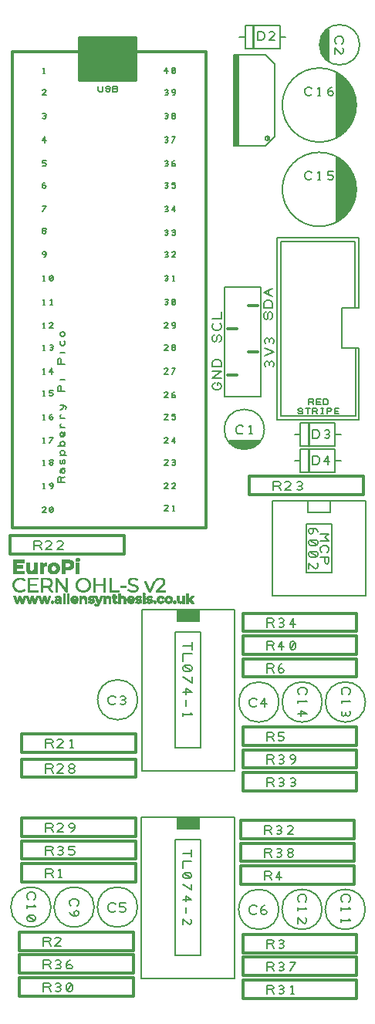
<source format=gbr>
G04 DesignSpark PCB Gerber Version 9.0 Build 5138 *
%FSLAX35Y35*%
%MOMM*%
%ADD87C,0.02540*%
%ADD10C,0.12700*%
%ADD14C,0.25400*%
%ADD13C,0.30480*%
X0Y0D02*
D02*
D10*
X87740Y1215240D02*
G75*
G02X527740I220000D01*
G01*
G75*
G02X87740I-220000*
G01*
X279930Y1297360D02*
X271990Y1305300D01*
X264050Y1321180*
Y1344990*
X271990Y1360860*
X279930Y1368800*
X295800Y1376740*
X327550*
X343430Y1368800*
X351370Y1360860*
X359300Y1344990*
Y1321180*
X351370Y1305300*
X343430Y1297360*
X264050Y1233860D02*
Y1202110D01*
Y1217990D02*
X359300D01*
X343430Y1233860*
X271990Y1114800D02*
X264050Y1098930D01*
Y1083050*
X271990Y1067180*
X287870Y1059240*
X335490*
X351370Y1067180*
X359300Y1083050*
Y1098930*
X351370Y1114800*
X335490Y1122740*
X287870*
X271990Y1114800*
X351370Y1067180*
X345240Y5138050D02*
Y5233300D01*
X400800*
X416680Y5225370*
X424620Y5209490*
X416680Y5193620*
X400800Y5185680*
X345240*
X400800D02*
X424620Y5138050D01*
X535740D02*
X472240D01*
X527800Y5193620*
X535740Y5209490*
X527800Y5225370*
X511930Y5233300*
X488120*
X472240Y5225370*
X662740Y5138050D02*
X599240D01*
X654800Y5193620*
X662740Y5209490*
X654800Y5225370*
X638930Y5233300*
X615120*
X599240Y5225370*
X473800Y5545240D02*
X433800D01*
X468800Y5580240*
X473800Y5590240*
X468800Y5600240*
X458800Y5605240*
X443800*
X433800Y5600240*
X518800Y5550240D02*
X528800Y5545240D01*
X538800*
X548800Y5550240*
X553800Y5560240*
Y5590240*
X548800Y5600240*
X538800Y5605240*
X528800*
X518800Y5600240*
X513800Y5590240*
Y5560240*
X518800Y5550240*
X548800Y5600240*
X443800Y5805240D02*
X463800D01*
X453800D02*
Y5865240D01*
X443800Y5855240*
X528800Y5805240D02*
X538800Y5810240D01*
X548800Y5820240*
X553800Y5835240*
Y5850240*
X548800Y5860240*
X538800Y5865240*
X528800*
X518800Y5860240*
X513800Y5850240*
X518800Y5840240*
X528800Y5835240*
X538800*
X548800Y5840240*
X553800Y5850240*
X443800Y6065240D02*
X463800D01*
X453800D02*
Y6125240D01*
X443800Y6115240*
X528800Y6095240D02*
X538800D01*
X548800Y6100240*
X553800Y6110240*
X548800Y6120240*
X538800Y6125240*
X528800*
X518800Y6120240*
X513800Y6110240*
X518800Y6100240*
X528800Y6095240*
X518800Y6090240*
X513800Y6080240*
X518800Y6070240*
X528800Y6065240*
X538800*
X548800Y6070240*
X553800Y6080240*
X548800Y6090240*
X538800Y6095240*
X443800Y6305240D02*
X463800D01*
X453800D02*
Y6365240D01*
X443800Y6355240*
X513800Y6305240D02*
X553800Y6365240D01*
X513800*
X443800Y6565240D02*
X463800D01*
X453800D02*
Y6625240D01*
X443800Y6615240*
X513800Y6580240D02*
X518800Y6590240D01*
X528800Y6595240*
X538800*
X548800Y6590240*
X553800Y6580240*
X548800Y6570240*
X538800Y6565240*
X528800*
X518800Y6570240*
X513800Y6580240*
Y6595240*
X518800Y6610240*
X528800Y6620240*
X538800Y6625240*
X443800Y6825240D02*
X463800D01*
X453800D02*
Y6885240D01*
X443800Y6875240*
X513800Y6830240D02*
X523800Y6825240D01*
X538800*
X548800Y6830240*
X553800Y6840240*
Y6845240*
X548800Y6855240*
X538800Y6860240*
X513800*
Y6885240*
X553800*
X443800Y7065240D02*
X463800D01*
X453800D02*
Y7125240D01*
X443800Y7115240*
X538800Y7065240D02*
Y7125240D01*
X513800Y7085240*
X553800*
X443800Y7325240D02*
X463800D01*
X453800D02*
Y7385240D01*
X443800Y7375240*
X518800Y7330240D02*
X528800Y7325240D01*
X538800*
X548800Y7330240*
X553800Y7340240*
X548800Y7350240*
X538800Y7355240*
X528800*
X538800D02*
X548800Y7360240D01*
X553800Y7370240*
X548800Y7380240*
X538800Y7385240*
X528800*
X518800Y7380240*
X443800Y7565240D02*
X463800D01*
X453800D02*
Y7625240D01*
X443800Y7615240*
X553800Y7565240D02*
X513800D01*
X548800Y7600240*
X553800Y7610240*
X548800Y7620240*
X538800Y7625240*
X523800*
X513800Y7620240*
X443800Y7825240D02*
X463800D01*
X453800D02*
Y7885240D01*
X443800Y7875240*
X523800Y7825240D02*
X543800D01*
X533800D02*
Y7885240D01*
X523800Y7875240*
X443800Y8085240D02*
X463800D01*
X453800D02*
Y8145240D01*
X443800Y8135240*
X518800Y8090240D02*
X528800Y8085240D01*
X538800*
X548800Y8090240*
X553800Y8100240*
Y8130240*
X548800Y8140240*
X538800Y8145240*
X528800*
X518800Y8140240*
X513800Y8130240*
Y8100240*
X518800Y8090240*
X548800Y8140240*
X448800Y8345240D02*
X458800Y8350240D01*
X468800Y8360240*
X473800Y8375240*
Y8390240*
X468800Y8400240*
X458800Y8405240*
X448800*
X438800Y8400240*
X433800Y8390240*
X438800Y8380240*
X448800Y8375240*
X458800*
X468800Y8380240*
X473800Y8390240*
X448800Y8635240D02*
X458800D01*
X468800Y8640240*
X473800Y8650240*
X468800Y8660240*
X458800Y8665240*
X448800*
X438800Y8660240*
X433800Y8650240*
X438800Y8640240*
X448800Y8635240*
X438800Y8630240*
X433800Y8620240*
X438800Y8610240*
X448800Y8605240*
X458800*
X468800Y8610240*
X473800Y8620240*
X468800Y8630240*
X458800Y8635240*
X433800Y8845240D02*
X473800Y8905240D01*
X433800*
Y9120240D02*
X438800Y9130240D01*
X448800Y9135240*
X458800*
X468800Y9130240*
X473800Y9120240*
X468800Y9110240*
X458800Y9105240*
X448800*
X438800Y9110240*
X433800Y9120240*
Y9135240*
X438800Y9150240*
X448800Y9160240*
X458800Y9165240*
X433800Y9350240D02*
X443800Y9345240D01*
X458800*
X468800Y9350240*
X473800Y9360240*
Y9365240*
X468800Y9375240*
X458800Y9380240*
X433800*
Y9405240*
X473800*
X458800Y9605240D02*
Y9665240D01*
X433800Y9625240*
X473800*
X438800Y9870240D02*
X448800Y9865240D01*
X458800*
X468800Y9870240*
X473800Y9880240*
X468800Y9890240*
X458800Y9895240*
X448800*
X458800D02*
X468800Y9900240D01*
X473800Y9910240*
X468800Y9920240*
X458800Y9925240*
X448800*
X438800Y9920240*
X473800Y10125240D02*
X433800D01*
X468800Y10160240*
X473800Y10170240*
X468800Y10180240*
X458800Y10185240*
X443800*
X433800Y10180240*
X443800Y10365240D02*
X463800D01*
X453800D02*
Y10425240D01*
X443800Y10415240*
X445240Y288050D02*
Y383300D01*
X500800*
X516680Y375370*
X524620Y359490*
X516680Y343620*
X500800Y335680*
X445240*
X500800D02*
X524620Y288050D01*
X580180Y295990D02*
X596050Y288050D01*
X611930*
X627800Y295990*
X635740Y311870*
X627800Y327740*
X611930Y335680*
X596050*
X611930D02*
X627800Y343620D01*
X635740Y359490*
X627800Y375370*
X611930Y383300*
X596050*
X580180Y375370*
X707180Y295990D02*
X723050Y288050D01*
X738930*
X754800Y295990*
X762740Y311870*
Y359490*
X754800Y375370*
X738930Y383300*
X723050*
X707180Y375370*
X699240Y359490*
Y311870*
X707180Y295990*
X754800Y375370*
X445240Y538050D02*
Y633300D01*
X500800*
X516680Y625370*
X524620Y609490*
X516680Y593620*
X500800Y585680*
X445240*
X500800D02*
X524620Y538050D01*
X580180Y545990D02*
X596050Y538050D01*
X611930*
X627800Y545990*
X635740Y561870*
X627800Y577740*
X611930Y585680*
X596050*
X611930D02*
X627800Y593620D01*
X635740Y609490*
X627800Y625370*
X611930Y633300*
X596050*
X580180Y625370*
X699240Y561870D02*
X707180Y577740D01*
X723050Y585680*
X738930*
X754800Y577740*
X762740Y561870*
X754800Y545990*
X738930Y538050*
X723050*
X707180Y545990*
X699240Y561870*
Y585680*
X707180Y609490*
X723050Y625370*
X738930Y633300*
X445240Y788050D02*
Y883300D01*
X500800*
X516680Y875370*
X524620Y859490*
X516680Y843620*
X500800Y835680*
X445240*
X500800D02*
X524620Y788050D01*
X635740D02*
X572240D01*
X627800Y843620*
X635740Y859490*
X627800Y875370*
X611930Y883300*
X588120*
X572240Y875370*
X470240Y1538050D02*
Y1633300D01*
X525800*
X541680Y1625370*
X549620Y1609490*
X541680Y1593620*
X525800Y1585680*
X470240*
X525800D02*
X549620Y1538050D01*
X613120D02*
X644870D01*
X628990D02*
Y1633300D01*
X613120Y1617430*
X470240Y1788050D02*
Y1883300D01*
X525800*
X541680Y1875370*
X549620Y1859490*
X541680Y1843620*
X525800Y1835680*
X470240*
X525800D02*
X549620Y1788050D01*
X605180Y1795990D02*
X621050Y1788050D01*
X636930*
X652800Y1795990*
X660740Y1811870*
X652800Y1827740*
X636930Y1835680*
X621050*
X636930D02*
X652800Y1843620D01*
X660740Y1859490*
X652800Y1875370*
X636930Y1883300*
X621050*
X605180Y1875370*
X724240Y1795990D02*
X740120Y1788050D01*
X763930*
X779800Y1795990*
X787740Y1811870*
Y1819800*
X779800Y1835680*
X763930Y1843620*
X724240*
Y1883300*
X787740*
X470240Y2038050D02*
Y2133300D01*
X525800*
X541680Y2125370*
X549620Y2109490*
X541680Y2093620*
X525800Y2085680*
X470240*
X525800D02*
X549620Y2038050D01*
X660740D02*
X597240D01*
X652800Y2093620*
X660740Y2109490*
X652800Y2125370*
X636930Y2133300*
X613120*
X597240Y2125370*
X748050Y2038050D02*
X763930Y2045990D01*
X779800Y2061870*
X787740Y2085680*
Y2109490*
X779800Y2125370*
X763930Y2133300*
X748050*
X732180Y2125370*
X724240Y2109490*
X732180Y2093620*
X748050Y2085680*
X763930*
X779800Y2093620*
X787740Y2109490*
X470240Y2688050D02*
Y2783300D01*
X525800*
X541680Y2775370*
X549620Y2759490*
X541680Y2743620*
X525800Y2735680*
X470240*
X525800D02*
X549620Y2688050D01*
X660740D02*
X597240D01*
X652800Y2743620*
X660740Y2759490*
X652800Y2775370*
X636930Y2783300*
X613120*
X597240Y2775370*
X748050Y2735680D02*
X763930D01*
X779800Y2743620*
X787740Y2759490*
X779800Y2775370*
X763930Y2783300*
X748050*
X732180Y2775370*
X724240Y2759490*
X732180Y2743620*
X748050Y2735680*
X732180Y2727740*
X724240Y2711870*
X732180Y2695990*
X748050Y2688050*
X763930*
X779800Y2695990*
X787740Y2711870*
X779800Y2727740*
X763930Y2735680*
X470240Y2963050D02*
Y3058300D01*
X525800*
X541680Y3050370*
X549620Y3034490*
X541680Y3018620*
X525800Y3010680*
X470240*
X525800D02*
X549620Y2963050D01*
X660740D02*
X597240D01*
X652800Y3018620*
X660740Y3034490*
X652800Y3050370*
X636930Y3058300*
X613120*
X597240Y3050370*
X740120Y2963050D02*
X771870D01*
X755990D02*
Y3058300D01*
X740120Y3042430*
X562740Y1215240D02*
G75*
G02X1002740I220000D01*
G01*
G75*
G02X562740I-220000*
G01*
X680050Y5875240D02*
X605050D01*
Y5918990*
X611300Y5931490*
X623800Y5937740*
X636300Y5931490*
X642550Y5918990*
Y5875240*
Y5918990D02*
X680050Y5937740D01*
X636300Y5975240D02*
X630050Y5987740D01*
Y6006490*
X636300Y6018990*
X648800Y6025240*
X667550*
X673800Y6018990*
X680050Y6006490*
Y5993990*
X673800Y5981490*
X667550Y5975240*
X661300*
X655050Y5981490*
X648800Y5993990*
Y6006490*
X655050Y6018990*
X661300Y6025240*
X667550D02*
X680050D01*
X673800Y6075240D02*
X680050Y6087740D01*
Y6112740*
X673800Y6125240*
X661300*
X655050Y6112740*
Y6087740*
X648800Y6075240*
X636300*
X630050Y6087740*
Y6112740*
X636300Y6125240*
X630050Y6175240D02*
X698800D01*
X661300D02*
X673800Y6181490D01*
X680050Y6193990*
Y6206490*
X673800Y6218990*
X661300Y6225240*
X648800*
X636300Y6218990*
X630050Y6206490*
Y6193990*
X636300Y6181490*
X648800Y6175240*
X661300*
Y6275240D02*
X673800Y6281490D01*
X680050Y6293990*
Y6306490*
X673800Y6318990*
X661300Y6325240*
X648800*
X636300Y6318990*
X630050Y6306490*
Y6293990*
X636300Y6281490*
X648800Y6275240*
X680050D02*
X605050D01*
X673800Y6425240D02*
X680050Y6418990D01*
Y6406490*
Y6393990*
X673800Y6381490*
X661300Y6375240*
X642550*
X636300Y6381490*
X630050Y6393990*
Y6406490*
X636300Y6418990*
X642550Y6425240*
X648800*
X655050Y6418990*
X661300Y6406490*
Y6393990*
X655050Y6381490*
X648800Y6375240*
X680050Y6475240D02*
X630050D01*
X648800D02*
X636300Y6481490D01*
X630050Y6493990*
Y6506490*
X636300Y6518990*
X680050Y6575240D02*
X630050D01*
X648800D02*
X636300Y6581490D01*
X630050Y6593990*
Y6606490*
X636300Y6618990*
X630050Y6675240D02*
X655050Y6681490D01*
X667550Y6693990*
Y6706490*
X655050Y6718990*
X630050Y6725240*
X655050Y6718990D02*
X680050Y6712740D01*
X692550Y6706490*
X698800Y6693990*
X692550Y6681490*
X680050Y6875240D02*
X605050D01*
Y6918990*
X611300Y6931490*
X623800Y6937740*
X636300Y6931490*
X642550Y6918990*
Y6875240*
X680050Y7000240D02*
X630050D01*
X611300D02*
X680050Y7175240*
X605050D01*
Y7218990*
X611300Y7231490*
X623800Y7237740*
X636300Y7231490*
X642550Y7218990*
Y7175240*
X680050Y7300240D02*
X630050D01*
X611300D02*
X636300Y7425240*
X630050Y7412740D01*
Y7393990*
X636300Y7381490*
X648800Y7375240*
X661300*
X673800Y7381490*
X680050Y7393990*
Y7412740*
X673800Y7425240*
X661300Y7475240D02*
X673800Y7481490D01*
X680050Y7493990*
Y7506490*
X673800Y7518990*
X661300Y7525240*
X648800*
X636300Y7518990*
X630050Y7506490*
Y7493990*
X636300Y7481490*
X648800Y7475240*
X661300*
X749930Y1227360D02*
X741990Y1235300D01*
X734050Y1251180*
Y1274990*
X741990Y1290860*
X749930Y1298800*
X765800Y1306740*
X797550*
X813430Y1298800*
X821370Y1290860*
X829300Y1274990*
Y1251180*
X821370Y1235300*
X813430Y1227360*
X734050Y1155930D02*
X741990Y1140050D01*
X757870Y1124180*
X781680Y1116240*
X805490*
X821370Y1124180*
X829300Y1140050*
Y1155930*
X821370Y1171800*
X805490Y1179740*
X789620Y1171800*
X781680Y1155930*
Y1140050*
X789620Y1124180*
X805490Y1116240*
X1048800Y10220240D02*
Y10175240D01*
X1053800Y10165240*
X1063800Y10160240*
X1083800*
X1093800Y10165240*
X1098800Y10175240*
Y10220240*
X1128800Y10175240D02*
X1133800Y10165240D01*
X1143800Y10160240*
X1163800*
X1173800Y10165240*
X1178800Y10175240*
X1173800Y10185240*
X1163800Y10190240*
X1143800*
X1133800Y10195240*
X1128800Y10205240*
X1133800Y10215240*
X1143800Y10220240*
X1163800*
X1173800Y10215240*
X1178800Y10205240*
X1243800Y10190240D02*
X1253800Y10185240D01*
X1258800Y10175240*
X1253800Y10165240*
X1243800Y10160240*
X1208800*
Y10220240*
X1243800*
X1253800Y10215240*
X1258800Y10205240*
X1253800Y10195240*
X1243800Y10190240*
X1208800*
X1237120Y1178930D02*
X1229180Y1170990D01*
X1213300Y1163050*
X1189490*
X1173620Y1170990*
X1165680Y1178930*
X1157740Y1194800*
Y1226550*
X1165680Y1242430*
X1173620Y1250370*
X1189490Y1258300*
X1213300*
X1229180Y1250370*
X1237120Y1242430*
X1284740Y1170990D02*
X1300620Y1163050D01*
X1324430*
X1340300Y1170990*
X1348240Y1186870*
Y1194800*
X1340300Y1210680*
X1324430Y1218620*
X1284740*
Y1258300*
X1348240*
X1237120Y3453930D02*
X1229180Y3445990D01*
X1213300Y3438050*
X1189490*
X1173620Y3445990*
X1165680Y3453930*
X1157740Y3469800*
Y3501550*
X1165680Y3517430*
X1173620Y3525370*
X1189490Y3533300*
X1213300*
X1229180Y3525370*
X1237120Y3517430*
X1292680Y3445990D02*
X1308550Y3438050D01*
X1324430*
X1340300Y3445990*
X1348240Y3461870*
X1340300Y3477740*
X1324430Y3485680*
X1308550*
X1324430D02*
X1340300Y3493620D01*
X1348240Y3509490*
X1340300Y3525370*
X1324430Y3533300*
X1308550*
X1292680Y3525370*
X1257740Y995240D02*
G75*
G02Y1435240J220000D01*
G01*
G75*
G02Y995240J-220000*
G01*
X1259740Y3710240D02*
G75*
G02Y3270240J-220000D01*
G01*
G75*
G02Y3710240J220000*
G01*
X1522740Y435240D02*
X2542740D01*
Y2205240*
X1522740*
Y435240*
X1524740Y2710240D02*
X2544740D01*
Y4480240*
X1524740*
Y2710240*
X1813800Y5565240D02*
X1773800D01*
X1808800Y5600240*
X1813800Y5610240*
X1808800Y5620240*
X1798800Y5625240*
X1783800*
X1773800Y5620240*
X1863800Y5565240D02*
X1883800D01*
X1873800D02*
Y5625240D01*
X1863800Y5615240*
X1813800Y5805240D02*
X1773800D01*
X1808800Y5840240*
X1813800Y5850240*
X1808800Y5860240*
X1798800Y5865240*
X1783800*
X1773800Y5860240*
X1893800Y5805240D02*
X1853800D01*
X1888800Y5840240*
X1893800Y5850240*
X1888800Y5860240*
X1878800Y5865240*
X1863800*
X1853800Y5860240*
X1813800Y6065240D02*
X1773800D01*
X1808800Y6100240*
X1813800Y6110240*
X1808800Y6120240*
X1798800Y6125240*
X1783800*
X1773800Y6120240*
X1858800Y6070240D02*
X1868800Y6065240D01*
X1878800*
X1888800Y6070240*
X1893800Y6080240*
X1888800Y6090240*
X1878800Y6095240*
X1868800*
X1878800D02*
X1888800Y6100240D01*
X1893800Y6110240*
X1888800Y6120240*
X1878800Y6125240*
X1868800*
X1858800Y6120240*
X1813800Y6305240D02*
X1773800D01*
X1808800Y6340240*
X1813800Y6350240*
X1808800Y6360240*
X1798800Y6365240*
X1783800*
X1773800Y6360240*
X1878800Y6305240D02*
Y6365240D01*
X1853800Y6325240*
X1893800*
X1813800Y6565240D02*
X1773800D01*
X1808800Y6600240*
X1813800Y6610240*
X1808800Y6620240*
X1798800Y6625240*
X1783800*
X1773800Y6620240*
X1853800Y6570240D02*
X1863800Y6565240D01*
X1878800*
X1888800Y6570240*
X1893800Y6580240*
Y6585240*
X1888800Y6595240*
X1878800Y6600240*
X1853800*
Y6625240*
X1893800*
X1813800Y6805240D02*
X1773800D01*
X1808800Y6840240*
X1813800Y6850240*
X1808800Y6860240*
X1798800Y6865240*
X1783800*
X1773800Y6860240*
X1853800Y6820240D02*
X1858800Y6830240D01*
X1868800Y6835240*
X1878800*
X1888800Y6830240*
X1893800Y6820240*
X1888800Y6810240*
X1878800Y6805240*
X1868800*
X1858800Y6810240*
X1853800Y6820240*
Y6835240*
X1858800Y6850240*
X1868800Y6860240*
X1878800Y6865240*
X1813800Y7065240D02*
X1773800D01*
X1808800Y7100240*
X1813800Y7110240*
X1808800Y7120240*
X1798800Y7125240*
X1783800*
X1773800Y7120240*
X1853800Y7065240D02*
X1893800Y7125240D01*
X1853800*
X1813800Y7325240D02*
X1773800D01*
X1808800Y7360240*
X1813800Y7370240*
X1808800Y7380240*
X1798800Y7385240*
X1783800*
X1773800Y7380240*
X1868800Y7355240D02*
X1878800D01*
X1888800Y7360240*
X1893800Y7370240*
X1888800Y7380240*
X1878800Y7385240*
X1868800*
X1858800Y7380240*
X1853800Y7370240*
X1858800Y7360240*
X1868800Y7355240*
X1858800Y7350240*
X1853800Y7340240*
X1858800Y7330240*
X1868800Y7325240*
X1878800*
X1888800Y7330240*
X1893800Y7340240*
X1888800Y7350240*
X1878800Y7355240*
X1813800Y7565240D02*
X1773800D01*
X1808800Y7600240*
X1813800Y7610240*
X1808800Y7620240*
X1798800Y7625240*
X1783800*
X1773800Y7620240*
X1868800Y7565240D02*
X1878800Y7570240D01*
X1888800Y7580240*
X1893800Y7595240*
Y7610240*
X1888800Y7620240*
X1878800Y7625240*
X1868800*
X1858800Y7620240*
X1853800Y7610240*
X1858800Y7600240*
X1868800Y7595240*
X1878800*
X1888800Y7600240*
X1893800Y7610240*
X1778800Y7830240D02*
X1788800Y7825240D01*
X1798800*
X1808800Y7830240*
X1813800Y7840240*
X1808800Y7850240*
X1798800Y7855240*
X1788800*
X1798800D02*
X1808800Y7860240D01*
X1813800Y7870240*
X1808800Y7880240*
X1798800Y7885240*
X1788800*
X1778800Y7880240*
X1858800Y7830240D02*
X1868800Y7825240D01*
X1878800*
X1888800Y7830240*
X1893800Y7840240*
Y7870240*
X1888800Y7880240*
X1878800Y7885240*
X1868800*
X1858800Y7880240*
X1853800Y7870240*
Y7840240*
X1858800Y7830240*
X1888800Y7880240*
X1778800Y8090240D02*
X1788800Y8085240D01*
X1798800*
X1808800Y8090240*
X1813800Y8100240*
X1808800Y8110240*
X1798800Y8115240*
X1788800*
X1798800D02*
X1808800Y8120240D01*
X1813800Y8130240*
X1808800Y8140240*
X1798800Y8145240*
X1788800*
X1778800Y8140240*
X1863800Y8085240D02*
X1883800D01*
X1873800D02*
Y8145240D01*
X1863800Y8135240*
X1778800Y8350240D02*
X1788800Y8345240D01*
X1798800*
X1808800Y8350240*
X1813800Y8360240*
X1808800Y8370240*
X1798800Y8375240*
X1788800*
X1798800D02*
X1808800Y8380240D01*
X1813800Y8390240*
X1808800Y8400240*
X1798800Y8405240*
X1788800*
X1778800Y8400240*
X1893800Y8345240D02*
X1853800D01*
X1888800Y8380240*
X1893800Y8390240*
X1888800Y8400240*
X1878800Y8405240*
X1863800*
X1853800Y8400240*
X1778800Y8590240D02*
X1788800Y8585240D01*
X1798800*
X1808800Y8590240*
X1813800Y8600240*
X1808800Y8610240*
X1798800Y8615240*
X1788800*
X1798800D02*
X1808800Y8620240D01*
X1813800Y8630240*
X1808800Y8640240*
X1798800Y8645240*
X1788800*
X1778800Y8640240*
X1858800Y8590240D02*
X1868800Y8585240D01*
X1878800*
X1888800Y8590240*
X1893800Y8600240*
X1888800Y8610240*
X1878800Y8615240*
X1868800*
X1878800D02*
X1888800Y8620240D01*
X1893800Y8630240*
X1888800Y8640240*
X1878800Y8645240*
X1868800*
X1858800Y8640240*
X1778800Y8850240D02*
X1788800Y8845240D01*
X1798800*
X1808800Y8850240*
X1813800Y8860240*
X1808800Y8870240*
X1798800Y8875240*
X1788800*
X1798800D02*
X1808800Y8880240D01*
X1813800Y8890240*
X1808800Y8900240*
X1798800Y8905240*
X1788800*
X1778800Y8900240*
X1878800Y8845240D02*
Y8905240D01*
X1853800Y8865240*
X1893800*
X1778800Y9110240D02*
X1788800Y9105240D01*
X1798800*
X1808800Y9110240*
X1813800Y9120240*
X1808800Y9130240*
X1798800Y9135240*
X1788800*
X1798800D02*
X1808800Y9140240D01*
X1813800Y9150240*
X1808800Y9160240*
X1798800Y9165240*
X1788800*
X1778800Y9160240*
X1853800Y9110240D02*
X1863800Y9105240D01*
X1878800*
X1888800Y9110240*
X1893800Y9120240*
Y9125240*
X1888800Y9135240*
X1878800Y9140240*
X1853800*
Y9165240*
X1893800*
X1778800Y9350240D02*
X1788800Y9345240D01*
X1798800*
X1808800Y9350240*
X1813800Y9360240*
X1808800Y9370240*
X1798800Y9375240*
X1788800*
X1798800D02*
X1808800Y9380240D01*
X1813800Y9390240*
X1808800Y9400240*
X1798800Y9405240*
X1788800*
X1778800Y9400240*
X1853800Y9360240D02*
X1858800Y9370240D01*
X1868800Y9375240*
X1878800*
X1888800Y9370240*
X1893800Y9360240*
X1888800Y9350240*
X1878800Y9345240*
X1868800*
X1858800Y9350240*
X1853800Y9360240*
Y9375240*
X1858800Y9390240*
X1868800Y9400240*
X1878800Y9405240*
X1778800Y9610240D02*
X1788800Y9605240D01*
X1798800*
X1808800Y9610240*
X1813800Y9620240*
X1808800Y9630240*
X1798800Y9635240*
X1788800*
X1798800D02*
X1808800Y9640240D01*
X1813800Y9650240*
X1808800Y9660240*
X1798800Y9665240*
X1788800*
X1778800Y9660240*
X1853800Y9605240D02*
X1893800Y9665240D01*
X1853800*
X1778800Y9870240D02*
X1788800Y9865240D01*
X1798800*
X1808800Y9870240*
X1813800Y9880240*
X1808800Y9890240*
X1798800Y9895240*
X1788800*
X1798800D02*
X1808800Y9900240D01*
X1813800Y9910240*
X1808800Y9920240*
X1798800Y9925240*
X1788800*
X1778800Y9920240*
X1868800Y9895240D02*
X1878800D01*
X1888800Y9900240*
X1893800Y9910240*
X1888800Y9920240*
X1878800Y9925240*
X1868800*
X1858800Y9920240*
X1853800Y9910240*
X1858800Y9900240*
X1868800Y9895240*
X1858800Y9890240*
X1853800Y9880240*
X1858800Y9870240*
X1868800Y9865240*
X1878800*
X1888800Y9870240*
X1893800Y9880240*
X1888800Y9890240*
X1878800Y9895240*
X1778800Y10130240D02*
X1788800Y10125240D01*
X1798800*
X1808800Y10130240*
X1813800Y10140240*
X1808800Y10150240*
X1798800Y10155240*
X1788800*
X1798800D02*
X1808800Y10160240D01*
X1813800Y10170240*
X1808800Y10180240*
X1798800Y10185240*
X1788800*
X1778800Y10180240*
X1868800Y10125240D02*
X1878800Y10130240D01*
X1888800Y10140240*
X1893800Y10155240*
Y10170240*
X1888800Y10180240*
X1878800Y10185240*
X1868800*
X1858800Y10180240*
X1853800Y10170240*
X1858800Y10160240*
X1868800Y10155240*
X1878800*
X1888800Y10160240*
X1893800Y10170240*
X1798800Y10365240D02*
Y10425240D01*
X1773800Y10385240*
X1813800*
X1858800Y10370240D02*
X1868800Y10365240D01*
X1878800*
X1888800Y10370240*
X1893800Y10380240*
Y10410240*
X1888800Y10420240*
X1878800Y10425240*
X1868800*
X1858800Y10420240*
X1853800Y10410240*
Y10380240*
X1858800Y10370240*
X1888800Y10420240*
X1892740Y685240D02*
X2172740D01*
Y1955240*
X1892740*
Y685240*
X1894740Y2960240D02*
X2174740D01*
Y4230240*
X1894740*
Y2960240*
X1912740Y2075240D02*
X2152740D01*
Y2205240*
X1912740*
Y2075240*
G36*
X2152740*
Y2205240*
X1912740*
Y2075240*
G37*
X1914740Y4350240D02*
X2154740D01*
Y4480240*
X1914740*
Y4350240*
G36*
X2154740*
Y4480240*
X1914740*
Y4350240*
G37*
X1977050Y1807050D02*
X2072300D01*
Y1846740D02*
Y1767360D01*
Y1719740D02*
X1977050D01*
Y1640360*
X1984990Y1584800D02*
X1977050Y1568930D01*
Y1553050*
X1984990Y1537180*
X2000870Y1529240*
X2048490*
X2064370Y1537180*
X2072300Y1553050*
Y1568930*
X2064370Y1584800*
X2048490Y1592740*
X2000870*
X1984990Y1584800*
X2064370Y1537180*
X1977050Y1465740D02*
X2072300Y1402240D01*
Y1465740*
X1977050Y1299050D02*
X2072300D01*
X2008800Y1338740*
Y1275240*
Y1211740D02*
Y1148240D01*
X1977050Y1021240D02*
Y1084740D01*
X2032620Y1029180*
X2048490Y1021240*
X2064370Y1029180*
X2072300Y1045050*
Y1068860*
X2064370Y1084740*
X1979050Y4082050D02*
X2074300D01*
Y4121740D02*
Y4042360D01*
Y3994740D02*
X1979050D01*
Y3915360*
X1986990Y3859800D02*
X1979050Y3843930D01*
Y3828050*
X1986990Y3812180*
X2002870Y3804240*
X2050490*
X2066370Y3812180*
X2074300Y3828050*
Y3843930*
X2066370Y3859800*
X2050490Y3867740*
X2002870*
X1986990Y3859800*
X2066370Y3812180*
X1979050Y3740740D02*
X2074300Y3677240D01*
Y3740740*
X1979050Y3574050D02*
X2074300D01*
X2010800Y3613740*
Y3550240*
Y3486740D02*
Y3423240D01*
X1979050Y3343860D02*
Y3312110D01*
Y3327990D02*
X2074300D01*
X2058430Y3343860*
X2356740Y6945800D02*
Y6969620D01*
X2364680*
X2380550Y6961680*
X2388490Y6953740*
X2396430Y6937870*
Y6921990*
X2388490Y6906120*
X2380550Y6898180*
X2364680Y6890240*
X2332930*
X2317050Y6898180*
X2309110Y6906120*
X2301180Y6921990*
Y6937870*
X2309110Y6953740*
X2317050Y6961680*
X2332930Y6969620*
X2396430Y7017240D02*
X2301180D01*
X2396430Y7096620*
X2301180*
X2396430Y7144240D02*
X2301180D01*
Y7191870*
X2309110Y7207740*
X2317050Y7215680*
X2332930Y7223620*
X2364680*
X2380550Y7215680*
X2388490Y7207740*
X2396430Y7191870*
Y7144240*
X2372610Y7415240D02*
X2388490Y7423180D01*
X2396430Y7439050*
Y7470800*
X2388490Y7486680*
X2372610Y7494620*
X2356740Y7486680*
X2348800Y7470800*
Y7439050*
X2340860Y7423180*
X2324990Y7415240*
X2309110Y7423180*
X2301180Y7439050*
Y7470800*
X2309110Y7486680*
X2324990Y7494620*
X2380550Y7621620D02*
X2388490Y7613680D01*
X2396430Y7597800*
Y7573990*
X2388490Y7558120*
X2380550Y7550180*
X2364680Y7542240*
X2332930*
X2317050Y7550180*
X2309110Y7558120*
X2301180Y7573990*
Y7597800*
X2309110Y7613680*
X2317050Y7621620*
X2301180Y7669240D02*
X2396430D01*
Y7748620*
X2432740Y8015240D02*
Y6815240D01*
X2832740*
Y8015240*
X2432740*
X2480240Y6336740D02*
Y6326740D01*
X2490240*
Y6306740*
X2500240*
Y6296740*
X2520240*
Y6286740*
X2530240*
Y6276740*
X2540240*
Y6266740*
X2560240*
Y6256740*
X2590240*
Y6246740*
X2700240*
Y6256740*
X2730240*
Y6266740*
X2750240*
Y6276740*
X2770240*
Y6286740*
X2780240*
Y6296740*
X2790240*
Y6306740*
X2810240*
Y6326740*
X2820240*
Y6336740*
X2480240*
G36*
Y6326740*
X2490240*
Y6306740*
X2500240*
Y6296740*
X2520240*
Y6286740*
X2530240*
Y6276740*
X2540240*
Y6266740*
X2560240*
Y6256740*
X2590240*
Y6246740*
X2700240*
Y6256740*
X2730240*
Y6266740*
X2750240*
Y6276740*
X2770240*
Y6286740*
X2780240*
Y6296740*
X2790240*
Y6306740*
X2810240*
Y6326740*
X2820240*
Y6336740*
X2480240*
G37*
X2639620Y6421430D02*
X2631680Y6413490D01*
X2615800Y6405550*
X2591990*
X2576120Y6413490*
X2568180Y6421430*
X2560240Y6437300*
Y6469050*
X2568180Y6484930*
X2576120Y6492870*
X2591990Y6500800*
X2615800*
X2631680Y6492870*
X2639620Y6484930*
X2703120Y6405550D02*
X2734870D01*
X2718990D02*
Y6500800D01*
X2703120Y6484930*
X2582740Y9565240D02*
Y10565240D01*
X2532740*
Y9565240*
X2582740*
G36*
Y10565240*
X2532740*
Y9565240*
X2582740*
G37*
X2650240Y6236740D02*
G75*
G03Y6676740J220000D01*
G01*
G75*
G03Y6236740J-220000*
G01*
X2661240Y10765240D02*
X2597740D01*
X2787120Y1153930D02*
X2779180Y1145990D01*
X2763300Y1138050*
X2739490*
X2723620Y1145990*
X2715680Y1153930*
X2707740Y1169800*
Y1201550*
X2715680Y1217430*
X2723620Y1225370*
X2739490Y1233300*
X2763300*
X2779180Y1225370*
X2787120Y1217430*
X2834740Y1161870D02*
X2842680Y1177740D01*
X2858550Y1185680*
X2874430*
X2890300Y1177740*
X2898240Y1161870*
X2890300Y1145990*
X2874430Y1138050*
X2858550*
X2842680Y1145990*
X2834740Y1161870*
Y1185680*
X2842680Y1209490*
X2858550Y1225370*
X2874430Y1233300*
X2787120Y3428930D02*
X2779180Y3420990D01*
X2763300Y3413050*
X2739490*
X2723620Y3420990*
X2715680Y3428930*
X2707740Y3444800*
Y3476550*
X2715680Y3492430*
X2723620Y3500370*
X2739490Y3508300*
X2763300*
X2779180Y3500370*
X2787120Y3492430*
X2874430Y3413050D02*
Y3508300D01*
X2834740Y3444800*
X2898240*
X2795240Y10725550D02*
Y10820800D01*
X2842870*
X2858740Y10812870*
X2866680Y10804930*
X2874620Y10789050*
Y10757300*
X2866680Y10741430*
X2858740Y10733490*
X2842870Y10725550*
X2795240*
X2985740D02*
X2922240D01*
X2977800Y10781120*
X2985740Y10796990*
X2977800Y10812870*
X2961930Y10820800*
X2938120*
X2922240Y10812870*
X2807740Y970240D02*
G75*
G02Y1410240J220000D01*
G01*
G75*
G02Y970240J-220000*
G01*
X2809740Y3685240D02*
G75*
G02Y3245240J-220000D01*
G01*
G75*
G02Y3685240J220000*
G01*
X2870240Y1513050D02*
Y1608300D01*
X2925800*
X2941680Y1600370*
X2949620Y1584490*
X2941680Y1568620*
X2925800Y1560680*
X2870240*
X2925800D02*
X2949620Y1513050D01*
X3036930D02*
Y1608300D01*
X2997240Y1544800*
X3060740*
X2870240Y1763050D02*
Y1858300D01*
X2925800*
X2941680Y1850370*
X2949620Y1834490*
X2941680Y1818620*
X2925800Y1810680*
X2870240*
X2925800D02*
X2949620Y1763050D01*
X3005180Y1770990D02*
X3021050Y1763050D01*
X3036930*
X3052800Y1770990*
X3060740Y1786870*
X3052800Y1802740*
X3036930Y1810680*
X3021050*
X3036930D02*
X3052800Y1818620D01*
X3060740Y1834490*
X3052800Y1850370*
X3036930Y1858300*
X3021050*
X3005180Y1850370*
X3148050Y1810680D02*
X3163930D01*
X3179800Y1818620*
X3187740Y1834490*
X3179800Y1850370*
X3163930Y1858300*
X3148050*
X3132180Y1850370*
X3124240Y1834490*
X3132180Y1818620*
X3148050Y1810680*
X3132180Y1802740*
X3124240Y1786870*
X3132180Y1770990*
X3148050Y1763050*
X3163930*
X3179800Y1770990*
X3187740Y1786870*
X3179800Y1802740*
X3163930Y1810680*
X2870240Y2013050D02*
Y2108300D01*
X2925800*
X2941680Y2100370*
X2949620Y2084490*
X2941680Y2068620*
X2925800Y2060680*
X2870240*
X2925800D02*
X2949620Y2013050D01*
X3005180Y2020990D02*
X3021050Y2013050D01*
X3036930*
X3052800Y2020990*
X3060740Y2036870*
X3052800Y2052740*
X3036930Y2060680*
X3021050*
X3036930D02*
X3052800Y2068620D01*
X3060740Y2084490*
X3052800Y2100370*
X3036930Y2108300*
X3021050*
X3005180Y2100370*
X3187740Y2013050D02*
X3124240D01*
X3179800Y2068620*
X3187740Y2084490*
X3179800Y2100370*
X3163930Y2108300*
X3140120*
X3124240Y2100370*
X2895240Y263050D02*
Y358300D01*
X2950800*
X2966680Y350370*
X2974620Y334490*
X2966680Y318620*
X2950800Y310680*
X2895240*
X2950800D02*
X2974620Y263050D01*
X3030180Y270990D02*
X3046050Y263050D01*
X3061930*
X3077800Y270990*
X3085740Y286870*
X3077800Y302740*
X3061930Y310680*
X3046050*
X3061930D02*
X3077800Y318620D01*
X3085740Y334490*
X3077800Y350370*
X3061930Y358300*
X3046050*
X3030180Y350370*
X3165120Y263050D02*
X3196870D01*
X3180990D02*
Y358300D01*
X3165120Y342430*
X2895240Y513050D02*
Y608300D01*
X2950800*
X2966680Y600370*
X2974620Y584490*
X2966680Y568620*
X2950800Y560680*
X2895240*
X2950800D02*
X2974620Y513050D01*
X3030180Y520990D02*
X3046050Y513050D01*
X3061930*
X3077800Y520990*
X3085740Y536870*
X3077800Y552740*
X3061930Y560680*
X3046050*
X3061930D02*
X3077800Y568620D01*
X3085740Y584490*
X3077800Y600370*
X3061930Y608300*
X3046050*
X3030180Y600370*
X3149240Y513050D02*
X3212740Y608300D01*
X3149240*
X2895240Y763050D02*
Y858300D01*
X2950800*
X2966680Y850370*
X2974620Y834490*
X2966680Y818620*
X2950800Y810680*
X2895240*
X2950800D02*
X2974620Y763050D01*
X3030180Y770990D02*
X3046050Y763050D01*
X3061930*
X3077800Y770990*
X3085740Y786870*
X3077800Y802740*
X3061930Y810680*
X3046050*
X3061930D02*
X3077800Y818620D01*
X3085740Y834490*
X3077800Y850370*
X3061930Y858300*
X3046050*
X3030180Y850370*
X2895240Y2538050D02*
Y2633300D01*
X2950800*
X2966680Y2625370*
X2974620Y2609490*
X2966680Y2593620*
X2950800Y2585680*
X2895240*
X2950800D02*
X2974620Y2538050D01*
X3030180Y2545990D02*
X3046050Y2538050D01*
X3061930*
X3077800Y2545990*
X3085740Y2561870*
X3077800Y2577740*
X3061930Y2585680*
X3046050*
X3061930D02*
X3077800Y2593620D01*
X3085740Y2609490*
X3077800Y2625370*
X3061930Y2633300*
X3046050*
X3030180Y2625370*
X3157180Y2545990D02*
X3173050Y2538050D01*
X3188930*
X3204800Y2545990*
X3212740Y2561870*
X3204800Y2577740*
X3188930Y2585680*
X3173050*
X3188930D02*
X3204800Y2593620D01*
X3212740Y2609490*
X3204800Y2625370*
X3188930Y2633300*
X3173050*
X3157180Y2625370*
X2895240Y2788050D02*
Y2883300D01*
X2950800*
X2966680Y2875370*
X2974620Y2859490*
X2966680Y2843620*
X2950800Y2835680*
X2895240*
X2950800D02*
X2974620Y2788050D01*
X3030180Y2795990D02*
X3046050Y2788050D01*
X3061930*
X3077800Y2795990*
X3085740Y2811870*
X3077800Y2827740*
X3061930Y2835680*
X3046050*
X3061930D02*
X3077800Y2843620D01*
X3085740Y2859490*
X3077800Y2875370*
X3061930Y2883300*
X3046050*
X3030180Y2875370*
X3173050Y2788050D02*
X3188930Y2795990D01*
X3204800Y2811870*
X3212740Y2835680*
Y2859490*
X3204800Y2875370*
X3188930Y2883300*
X3173050*
X3157180Y2875370*
X3149240Y2859490*
X3157180Y2843620*
X3173050Y2835680*
X3188930*
X3204800Y2843620*
X3212740Y2859490*
X2895240Y3038050D02*
Y3133300D01*
X2950800*
X2966680Y3125370*
X2974620Y3109490*
X2966680Y3093620*
X2950800Y3085680*
X2895240*
X2950800D02*
X2974620Y3038050D01*
X3022240Y3045990D02*
X3038120Y3038050D01*
X3061930*
X3077800Y3045990*
X3085740Y3061870*
Y3069800*
X3077800Y3085680*
X3061930Y3093620*
X3022240*
Y3133300*
X3085740*
X2895240Y3788050D02*
Y3883300D01*
X2950800*
X2966680Y3875370*
X2974620Y3859490*
X2966680Y3843620*
X2950800Y3835680*
X2895240*
X2950800D02*
X2974620Y3788050D01*
X3022240Y3811870D02*
X3030180Y3827740D01*
X3046050Y3835680*
X3061930*
X3077800Y3827740*
X3085740Y3811870*
X3077800Y3795990*
X3061930Y3788050*
X3046050*
X3030180Y3795990*
X3022240Y3811870*
Y3835680*
X3030180Y3859490*
X3046050Y3875370*
X3061930Y3883300*
X2895240Y4038050D02*
Y4133300D01*
X2950800*
X2966680Y4125370*
X2974620Y4109490*
X2966680Y4093620*
X2950800Y4085680*
X2895240*
X2950800D02*
X2974620Y4038050D01*
X3061930D02*
Y4133300D01*
X3022240Y4069800*
X3085740*
X3157180Y4045990D02*
X3173050Y4038050D01*
X3188930*
X3204800Y4045990*
X3212740Y4061870*
Y4109490*
X3204800Y4125370*
X3188930Y4133300*
X3173050*
X3157180Y4125370*
X3149240Y4109490*
Y4061870*
X3157180Y4045990*
X3204800Y4125370*
X2895240Y4288050D02*
Y4383300D01*
X2950800*
X2966680Y4375370*
X2974620Y4359490*
X2966680Y4343620*
X2950800Y4335680*
X2895240*
X2950800D02*
X2974620Y4288050D01*
X3030180Y4295990D02*
X3046050Y4288050D01*
X3061930*
X3077800Y4295990*
X3085740Y4311870*
X3077800Y4327740*
X3061930Y4335680*
X3046050*
X3061930D02*
X3077800Y4343620D01*
X3085740Y4359490*
X3077800Y4375370*
X3061930Y4383300*
X3046050*
X3030180Y4375370*
X3188930Y4288050D02*
Y4383300D01*
X3149240Y4319800*
X3212740*
X2902740Y9675240D02*
G75*
G03Y9625240J-25000D01*
G01*
G75*
G03Y9675240J25000*
G01*
G36*
G75*
G03Y9625240J-25000*
G01*
G75*
G03Y9675240J25000*
G01*
G37*
X2959740Y4632040D02*
X3979740D01*
Y5672040*
X2959740*
Y4632040*
X2970240Y5788050D02*
Y5883300D01*
X3025800*
X3041680Y5875370*
X3049620Y5859490*
X3041680Y5843620*
X3025800Y5835680*
X2970240*
X3025800D02*
X3049620Y5788050D01*
X3160740D02*
X3097240D01*
X3152800Y5843620*
X3160740Y5859490*
X3152800Y5875370*
X3136930Y5883300*
X3113120*
X3097240Y5875370*
X3232180Y5795990D02*
X3248050Y5788050D01*
X3263930*
X3279800Y5795990*
X3287740Y5811870*
X3279800Y5827740*
X3263930Y5835680*
X3248050*
X3263930D02*
X3279800Y5843620D01*
X3287740Y5859490*
X3279800Y5875370*
X3263930Y5883300*
X3248050*
X3232180Y5875370*
X2935110Y7665240D02*
X2950990Y7673180D01*
X2958930Y7689050*
Y7720800*
X2950990Y7736680*
X2935110Y7744620*
X2919240Y7736680*
X2911300Y7720800*
Y7689050*
X2903360Y7673180*
X2887490Y7665240*
X2871610Y7673180*
X2863680Y7689050*
Y7720800*
X2871610Y7736680*
X2887490Y7744620*
X2958930Y7792240D02*
X2863680D01*
Y7839870*
X2871610Y7855740*
X2879550Y7863680*
X2895430Y7871620*
X2927180*
X2943050Y7863680*
X2950990Y7855740*
X2958930Y7839870*
Y7792240*
Y7919240D02*
X2863680Y7958930D01*
X2958930Y7998620*
X2919240Y7935120D02*
Y7982740D01*
X2982740Y9665240D02*
Y10465240D01*
X2882740Y10565240*
X2532740*
Y9565240*
X2882740*
X2982740Y9665240*
X2963490Y7148180D02*
X2971430Y7164050D01*
Y7179930*
X2963490Y7195800*
X2947610Y7203740*
X2931740Y7195800*
X2923800Y7179930*
Y7164050*
Y7179930D02*
X2915860Y7195800D01*
X2899990Y7203740*
X2884110Y7195800*
X2876180Y7179930*
Y7164050*
X2884110Y7148180*
X2876180Y7267240D02*
X2971430Y7306930D01*
X2876180Y7346620*
X2963490Y7402180D02*
X2971430Y7418050D01*
Y7433930*
X2963490Y7449800*
X2947610Y7457740*
X2931740Y7449800*
X2923800Y7433930*
Y7418050*
Y7433930D02*
X2915860Y7449800D01*
X2899990Y7457740*
X2884110Y7449800*
X2876180Y7433930*
Y7418050*
X2884110Y7402180*
X3007740Y8560240D02*
Y6560240D01*
X3907740*
Y7345240*
X3717740*
Y7785240*
X3907740*
Y8560240*
X3007740*
X3042240Y10892240D02*
Y10638240D01*
X2661240*
Y10892240*
X3042240*
X3047740Y6600240D02*
X3870650D01*
Y7345240*
X3717740*
Y7785240*
X3867740*
Y8515240*
X3047740*
Y6600240*
X3066840Y9090240D02*
G75*
G02X3473240Y9496640I406400D01*
G01*
G75*
G02X3879640Y9090240J-406400*
G01*
G75*
G02X3473240Y8683840I-406400*
G01*
G75*
G02X3066840Y9090240J406400*
G01*
Y10015240D02*
G75*
G02X3473240Y10421640I406400D01*
G01*
G75*
G02X3879640Y10015240J-406400*
G01*
G75*
G02X3473240Y9608840I-406400*
G01*
G75*
G02X3066840Y10015240J406400*
G01*
X3105740Y10765240D02*
X3042240D01*
X3254930Y1272360D02*
X3246990Y1280300D01*
X3239050Y1296180*
Y1319990*
X3246990Y1335860*
X3254930Y1343800*
X3270800Y1351740*
X3302550*
X3318430Y1343800*
X3326370Y1335860*
X3334300Y1319990*
Y1296180*
X3326370Y1280300*
X3318430Y1272360*
X3239050Y1208860D02*
Y1177110D01*
Y1192990D02*
X3334300D01*
X3318430Y1208860*
X3239050Y1034240D02*
Y1097740D01*
X3294620Y1042180*
X3310490Y1034240*
X3326370Y1042180*
X3334300Y1058050*
Y1081860*
X3326370Y1097740*
X3256930Y3547360D02*
X3248990Y3555300D01*
X3241050Y3571180*
Y3594990*
X3248990Y3610860*
X3256930Y3618800*
X3272800Y3626740*
X3304550*
X3320430Y3618800*
X3328370Y3610860*
X3336300Y3594990*
Y3571180*
X3328370Y3555300*
X3320430Y3547360*
X3241050Y3483860D02*
Y3452110D01*
Y3467990D02*
X3336300D01*
X3320430Y3483860*
X3241050Y3333050D02*
X3336300D01*
X3272800Y3372740*
Y3309240*
X3263740Y6111740D02*
X3200240D01*
X3263740Y6396740D02*
X3200240D01*
X3391620Y9209430D02*
X3383680Y9201490D01*
X3367800Y9193550*
X3343990*
X3328120Y9201490*
X3320180Y9209430*
X3312240Y9225300*
Y9257050*
X3320180Y9272930*
X3328120Y9280870*
X3343990Y9288800*
X3367800*
X3383680Y9280870*
X3391620Y9272930*
X3455120Y9193550D02*
X3486870D01*
X3470990D02*
Y9288800D01*
X3455120Y9272930*
X3566240Y9201490D02*
X3582120Y9193550D01*
X3605930*
X3621800Y9201490*
X3629740Y9217370*
Y9225300*
X3621800Y9241180*
X3605930Y9249120*
X3566240*
Y9288800*
X3629740*
X3391620Y10134430D02*
X3383680Y10126490D01*
X3367800Y10118550*
X3343990*
X3328120Y10126490*
X3320180Y10134430*
X3312240Y10150300*
Y10182050*
X3320180Y10197930*
X3328120Y10205870*
X3343990Y10213800*
X3367800*
X3383680Y10205870*
X3391620Y10197930*
X3455120Y10118550D02*
X3486870D01*
X3470990D02*
Y10213800D01*
X3455120Y10197930*
X3566240Y10142370D02*
X3574180Y10158240D01*
X3590050Y10166180*
X3605930*
X3621800Y10158240*
X3629740Y10142370*
X3621800Y10126490*
X3605930Y10118550*
X3590050*
X3574180Y10126490*
X3566240Y10142370*
Y10166180*
X3574180Y10189990*
X3590050Y10205870*
X3605930Y10213800*
X3329740Y4882040D02*
X3609740D01*
Y5422040*
X3329740*
Y4882040*
X3382870Y5371740D02*
X3398740Y5363800D01*
X3406680Y5347930*
Y5332050*
X3398740Y5316180*
X3382870Y5308240*
X3366990Y5316180*
X3359050Y5332050*
Y5347930*
X3366990Y5363800*
X3382870Y5371740*
X3406680*
X3430490Y5363800*
X3446370Y5347930*
X3454300Y5332050*
X3366990Y5236800D02*
X3359050Y5220930D01*
Y5205050*
X3366990Y5189180*
X3382870Y5181240*
X3430490*
X3446370Y5189180*
X3454300Y5205050*
Y5220930*
X3446370Y5236800*
X3430490Y5244740*
X3382870*
X3366990Y5236800*
X3446370Y5189180*
X3366990Y5109800D02*
X3359050Y5093930D01*
Y5078050*
X3366990Y5062180*
X3382870Y5054240*
X3430490*
X3446370Y5062180*
X3454300Y5078050*
Y5093930*
X3446370Y5109800*
X3430490Y5117740*
X3382870*
X3366990Y5109800*
X3446370Y5062180*
X3359050Y4927240D02*
Y4990740D01*
X3414620Y4935180*
X3430490Y4927240*
X3446370Y4935180*
X3454300Y4951050*
Y4974860*
X3446370Y4990740*
X3349740Y5542040D02*
X3589740D01*
Y5672040*
X3349740*
Y5542040*
X3397740Y6072050D02*
Y6167300D01*
X3445370*
X3461240Y6159370*
X3469180Y6151430*
X3477120Y6135550*
Y6103800*
X3469180Y6087930*
X3461240Y6079990*
X3445370Y6072050*
X3397740*
X3564430D02*
Y6167300D01*
X3524740Y6103800*
X3588240*
X3397740Y6357050D02*
Y6452300D01*
X3445370*
X3461240Y6444370*
X3469180Y6436430*
X3477120Y6420550*
Y6388800*
X3469180Y6372930*
X3461240Y6364990*
X3445370Y6357050*
X3397740*
X3532680Y6364990D02*
X3548550Y6357050D01*
X3564430*
X3580300Y6364990*
X3588240Y6380870*
X3580300Y6396740*
X3564430Y6404680*
X3548550*
X3564430D02*
X3580300Y6412620D01*
X3588240Y6428490*
X3580300Y6444370*
X3564430Y6452300*
X3548550*
X3532680Y6444370*
X3484050Y5311740D02*
X3579300D01*
X3531680Y5272050*
X3579300Y5232360*
X3484050*
X3499930Y5105360D02*
X3491990Y5113300D01*
X3484050Y5129180*
Y5152990*
X3491990Y5168860*
X3499930Y5176800*
X3515800Y5184740*
X3547550*
X3563430Y5176800*
X3571370Y5168860*
X3579300Y5152990*
Y5129180*
X3571370Y5113300*
X3563430Y5105360*
X3484050Y5057740D02*
X3579300D01*
Y5002180*
X3571370Y4986300*
X3555490Y4978360*
X3539620Y4986300*
X3531680Y5002180*
Y5057740*
X3475240Y10676740D02*
G75*
G03X3915240I220000D01*
G01*
G75*
G03X3475240I-220000*
G01*
X3240240Y6642740D02*
X3245240Y6632740D01*
X3255240Y6627740*
X3275240*
X3285240Y6632740*
X3290240Y6642740*
X3285240Y6652740*
X3275240Y6657740*
X3255240*
X3245240Y6662740*
X3240240Y6672740*
X3245240Y6682740*
X3255240Y6687740*
X3275240*
X3285240Y6682740*
X3290240Y6672740*
X3345240Y6627740D02*
Y6687740D01*
X3320240D02*
X3370240D01*
X3400240Y6627740D02*
Y6687740D01*
X3435240*
X3445240Y6682740*
X3450240Y6672740*
X3445240Y6662740*
X3435240Y6657740*
X3400240*
X3435240D02*
X3450240Y6627740D01*
X3495240D02*
X3515240D01*
X3505240D02*
Y6687740D01*
X3495240D02*
X3515240D01*
X3560240Y6627740D02*
Y6687740D01*
X3595240*
X3605240Y6682740*
X3610240Y6672740*
X3605240Y6662740*
X3595240Y6657740*
X3560240*
X3640240Y6627740D02*
Y6687740D01*
X3690240*
X3680240Y6657740D02*
X3640240D01*
Y6627740D02*
X3690240D01*
X3360240Y6730240D02*
Y6790240D01*
X3395240*
X3405240Y6785240*
X3410240Y6775240*
X3405240Y6765240*
X3395240Y6760240*
X3360240*
X3395240D02*
X3410240Y6730240D01*
X3440240D02*
Y6790240D01*
X3490240*
X3480240Y6760240D02*
X3440240D01*
Y6730240D02*
X3490240D01*
X3520240D02*
Y6790240D01*
X3550240*
X3560240Y6785240*
X3565240Y6780240*
X3570240Y6770240*
Y6750240*
X3565240Y6740240*
X3560240Y6735240*
X3550240Y6730240*
X3520240*
X3502740Y1190240D02*
G75*
G02X3062740I-220000D01*
G01*
G75*
G02X3502740I220000*
G01*
X3504740Y3465240D02*
G75*
G02X3064740I-220000D01*
G01*
G75*
G02X3504740I220000*
G01*
X3575240Y10846740D02*
X3565240D01*
Y10836740*
X3545240*
Y10826740*
X3535240*
Y10806740*
X3525240*
Y10796740*
X3515240*
Y10786740*
X3505240*
Y10766740*
X3495240*
Y10736740*
X3485240*
Y10626740*
X3495240*
Y10596740*
X3505240*
Y10576740*
X3515240*
Y10556740*
X3525240*
Y10546740*
X3535240*
Y10536740*
X3545240*
Y10516740*
X3565240*
Y10506740*
X3575240*
Y10846740*
G36*
X3565240*
Y10836740*
X3545240*
Y10826740*
X3535240*
Y10806740*
X3525240*
Y10796740*
X3515240*
Y10786740*
X3505240*
Y10766740*
X3495240*
Y10736740*
X3485240*
Y10626740*
X3495240*
Y10596740*
X3505240*
Y10576740*
X3515240*
Y10556740*
X3525240*
Y10546740*
X3535240*
Y10536740*
X3545240*
Y10516740*
X3565240*
Y10506740*
X3575240*
Y10846740*
G37*
X3659930Y10687360D02*
X3651990Y10695300D01*
X3644050Y10711180*
Y10734990*
X3651990Y10750860*
X3659930Y10758800*
X3675800Y10766740*
X3707550*
X3723430Y10758800*
X3731370Y10750860*
X3739300Y10734990*
Y10711180*
X3731370Y10695300*
X3723430Y10687360*
X3644050Y10576240D02*
Y10639740D01*
X3699620Y10584180*
X3715490Y10576240*
X3731370Y10584180*
X3739300Y10600050*
Y10623860*
X3731370Y10639740*
X3644740Y6238740D02*
Y5984740D01*
X3263740*
Y6238740*
X3644740*
Y6523740D02*
Y6269740D01*
X3263740*
Y6523740*
X3644740*
X3658240Y9449990D02*
Y8730490D01*
X3661490*
Y8741740*
X3678990*
Y8754490*
X3697490*
Y8765990*
X3713490*
Y8778240*
X3732990*
Y8793240*
X3747740*
Y8808990*
X3764490*
Y8826490*
X3777740*
Y8842490*
X3790740*
Y8858740*
X3804240*
Y8876240*
X3815240*
Y8897990*
X3827740*
Y8919740*
X3837740*
Y8939240*
X3847990*
Y8967740*
X3858240*
Y9006240*
X3866740*
Y9055490*
X3873740*
Y9145740*
X3866490*
Y9171740*
X3859990*
Y9201740*
X3852490*
Y9223990*
X3844490*
Y9251240*
X3830240*
Y9272490*
X3821740*
Y9294740*
X3810490*
Y9311740*
X3796240*
Y9330490*
X3783490*
Y9344490*
X3772490*
Y9362740*
X3759240*
Y9375740*
X3746990*
Y9385990*
X3731490*
Y9400990*
X3717990*
Y9411490*
X3701740*
Y9420490*
X3686990*
Y9430740*
X3671240*
Y9441990*
X3658240Y9449990*
G36*
Y8730490*
X3661490*
Y8741740*
X3678990*
Y8754490*
X3697490*
Y8765990*
X3713490*
Y8778240*
X3732990*
Y8793240*
X3747740*
Y8808990*
X3764490*
Y8826490*
X3777740*
Y8842490*
X3790740*
Y8858740*
X3804240*
Y8876240*
X3815240*
Y8897990*
X3827740*
Y8919740*
X3837740*
Y8939240*
X3847990*
Y8967740*
X3858240*
Y9006240*
X3866740*
Y9055490*
X3873740*
Y9145740*
X3866490*
Y9171740*
X3859990*
Y9201740*
X3852490*
Y9223990*
X3844490*
Y9251240*
X3830240*
Y9272490*
X3821740*
Y9294740*
X3810490*
Y9311740*
X3796240*
Y9330490*
X3783490*
Y9344490*
X3772490*
Y9362740*
X3759240*
Y9375740*
X3746990*
Y9385990*
X3731490*
Y9400990*
X3717990*
Y9411490*
X3701740*
Y9420490*
X3686990*
Y9430740*
X3671240*
Y9441990*
X3658240Y9449990*
G37*
Y10374990D02*
Y9655490D01*
X3661490*
Y9666740*
X3678990*
Y9679490*
X3697490*
Y9690990*
X3713490*
Y9703240*
X3732990*
Y9718240*
X3747740*
Y9733990*
X3764490*
Y9751490*
X3777740*
Y9767490*
X3790740*
Y9783740*
X3804240*
Y9801240*
X3815240*
Y9822990*
X3827740*
Y9844740*
X3837740*
Y9864240*
X3847990*
Y9892740*
X3858240*
Y9931240*
X3866740*
Y9980490*
X3873740*
Y10070740*
X3866490*
Y10096740*
X3859990*
Y10126740*
X3852490*
Y10148990*
X3844490*
Y10176240*
X3830240*
Y10197490*
X3821740*
Y10219740*
X3810490*
Y10236740*
X3796240*
Y10255490*
X3783490*
Y10269490*
X3772490*
Y10287740*
X3759240*
Y10300740*
X3746990*
Y10310990*
X3731490*
Y10325990*
X3717990*
Y10336490*
X3701740*
Y10345490*
X3686990*
Y10355740*
X3671240*
Y10366990*
X3658240Y10374990*
G36*
Y9655490*
X3661490*
Y9666740*
X3678990*
Y9679490*
X3697490*
Y9690990*
X3713490*
Y9703240*
X3732990*
Y9718240*
X3747740*
Y9733990*
X3764490*
Y9751490*
X3777740*
Y9767490*
X3790740*
Y9783740*
X3804240*
Y9801240*
X3815240*
Y9822990*
X3827740*
Y9844740*
X3837740*
Y9864240*
X3847990*
Y9892740*
X3858240*
Y9931240*
X3866740*
Y9980490*
X3873740*
Y10070740*
X3866490*
Y10096740*
X3859990*
Y10126740*
X3852490*
Y10148990*
X3844490*
Y10176240*
X3830240*
Y10197490*
X3821740*
Y10219740*
X3810490*
Y10236740*
X3796240*
Y10255490*
X3783490*
Y10269490*
X3772490*
Y10287740*
X3759240*
Y10300740*
X3746990*
Y10310990*
X3731490*
Y10325990*
X3717990*
Y10336490*
X3701740*
Y10345490*
X3686990*
Y10355740*
X3671240*
Y10366990*
X3658240Y10374990*
G37*
X3729930Y1272360D02*
X3721990Y1280300D01*
X3714050Y1296180*
Y1319990*
X3721990Y1335860*
X3729930Y1343800*
X3745800Y1351740*
X3777550*
X3793430Y1343800*
X3801370Y1335860*
X3809300Y1319990*
Y1296180*
X3801370Y1280300*
X3793430Y1272360*
X3714050Y1208860D02*
Y1177110D01*
Y1192990D02*
X3809300D01*
X3793430Y1208860*
X3714050Y1081860D02*
Y1050110D01*
Y1065990D02*
X3809300D01*
X3793430Y1081860*
X3731930Y3547360D02*
X3723990Y3555300D01*
X3716050Y3571180*
Y3594990*
X3723990Y3610860*
X3731930Y3618800*
X3747800Y3626740*
X3779550*
X3795430Y3618800*
X3803370Y3610860*
X3811300Y3594990*
Y3571180*
X3803370Y3555300*
X3795430Y3547360*
X3716050Y3483860D02*
Y3452110D01*
Y3467990D02*
X3811300D01*
X3795430Y3483860*
X3723990Y3364800D02*
X3716050Y3348930D01*
Y3333050*
X3723990Y3317180*
X3739870Y3309240*
X3755740Y3317180*
X3763680Y3333050*
Y3348930*
Y3333050D02*
X3771620Y3317180D01*
X3787490Y3309240*
X3803370Y3317180*
X3811300Y3333050*
Y3348930*
X3803370Y3364800*
X3708240Y6111740D02*
X3644740D01*
X3708240Y6396740D02*
X3644740D01*
X3977740Y1190240D02*
G75*
G02X3537740I-220000D01*
G01*
G75*
G02X3977740I220000*
G01*
X3979740Y3465240D02*
G75*
G02X3539740I-220000D01*
G01*
G75*
G02X3979740I220000*
G01*
D02*
D13*
X82740Y5090240D02*
X1332740D01*
Y5290240*
X82740*
Y5090240*
X108800Y5375240D02*
X2233800D01*
Y10600240*
X108800*
Y5375240*
X182740Y240240D02*
X1432740D01*
Y440240*
X182740*
Y240240*
Y490240D02*
X1432740D01*
Y690240*
X182740*
Y490240*
Y740240D02*
X1432740D01*
Y940240*
X182740*
Y740240*
X207740Y1490240D02*
X1457740D01*
Y1690240*
X207740*
Y1490240*
Y1740240D02*
X1457740D01*
Y1940240*
X207740*
Y1740240*
Y1990240D02*
X1457740D01*
Y2190240*
X207740*
Y1990240*
Y2640240D02*
X1457740D01*
Y2840240*
X207740*
Y2640240*
Y2915240D02*
X1457740D01*
Y3115240*
X207740*
Y2915240*
X838800Y10285240D02*
X1458800D01*
Y10755240*
X838800*
Y10285240*
G36*
X1458800*
Y10755240*
X838800*
Y10285240*
G37*
X2470240Y7051740D02*
X2570240D01*
X2470240Y7561740D02*
X2570240D01*
X2607740Y1465240D02*
X3857740D01*
Y1665240*
X2607740*
Y1465240*
Y1715240D02*
X3857740D01*
Y1915240*
X2607740*
Y1715240*
Y1965240D02*
X3857740D01*
Y2165240*
X2607740*
Y1965240*
X2632740Y215240D02*
X3882740D01*
Y415240*
X2632740*
Y215240*
Y465240D02*
X3882740D01*
Y665240*
X2632740*
Y465240*
Y715240D02*
X3882740D01*
Y915240*
X2632740*
Y715240*
Y2490240D02*
X3882740D01*
Y2690240*
X2632740*
Y2490240*
Y2740240D02*
X3882740D01*
Y2940240*
X2632740*
Y2740240*
Y2990240D02*
X3882740D01*
Y3190240*
X2632740*
Y2990240*
Y3740240D02*
X3882740D01*
Y3940240*
X2632740*
Y3740240*
Y3990240D02*
X3882740D01*
Y4190240*
X2632740*
Y3990240*
Y4240240D02*
X3882740D01*
Y4440240*
X2632740*
Y4240240*
X2695240Y7306740D02*
X2795240D01*
X2695240Y7816740D02*
X2795240D01*
X2707740Y5740240D02*
X3957740D01*
Y5940240*
X2707740*
Y5740240*
D02*
D14*
X2750140Y10645860D02*
Y10884620D01*
X3352640Y5992360D02*
Y6231120D01*
Y6277360D02*
Y6516120D01*
D02*
D87*
X186210Y4674160D02*
X180640Y4674310D01*
X175070Y4674750*
X169800Y4675630*
X164670Y4676650*
X159690Y4678120*
X154710Y4679730*
X150030Y4681780*
X145340Y4684120*
X140940Y4686760*
X136840Y4689690*
X132890Y4692770*
X129220Y4696130*
X125710Y4699650*
X122490Y4703460*
X119560Y4707560*
X116920Y4711950*
X114430Y4716350*
X112380Y4721040*
X110620Y4725720*
X109160Y4730700*
X107980Y4735690*
X107250Y4740810*
X106670Y4746230*
X106520Y4751650*
X106670Y4757070*
X107250Y4762350*
X107980Y4767470*
X109160Y4772450*
X110620Y4777430*
X112380Y4782120*
X114430Y4786810*
X116920Y4791350*
X119560Y4795600*
X122490Y4799700*
X125710Y4803510*
X129220Y4807020*
X132890Y4810390*
X136840Y4813610*
X141090Y4816400*
X145480Y4819030*
X150170Y4821380*
X154860Y4823430*
X159840Y4825190*
X164820Y4826510*
X170090Y4827680*
X175370Y4828410*
X180790Y4828850*
X186350Y4829000*
X190600*
X194700Y4828700*
X198800Y4828260*
X202760Y4827680*
X206570Y4826800*
X210380Y4825920*
X214040Y4824750*
X217700Y4823430*
X221220Y4821960*
X224590Y4820210*
X227810Y4818450*
X231030Y4816400*
X233960Y4814350*
X236740Y4812000*
X239530Y4809510*
X242020Y4806880*
X231910Y4796620*
X227220Y4800870*
X222390Y4804530*
X217120Y4807610*
X211700Y4810100*
X205840Y4812150*
X199830Y4813610*
X193530Y4814350*
X186790Y4814640*
X182400Y4814490*
X178000Y4814200*
X173760Y4813470*
X169650Y4812590*
X165550Y4811420*
X161600Y4810100*
X157790Y4808340*
X153980Y4806440*
X150320Y4804240*
X146950Y4801900*
X143730Y4799410*
X140800Y4796620*
X138010Y4793690*
X135380Y4790620*
X133030Y4787250*
X130840Y4783730*
X128780Y4780220*
X127170Y4776410*
X125710Y4772600*
X124540Y4768500*
X123660Y4764540*
X122930Y4760290*
X122630Y4756050*
X122490Y4751650*
X122630Y4747260*
X122930Y4742860*
X123660Y4738760*
X124540Y4734660*
X125710Y4730700*
X127170Y4726750*
X128780Y4723090*
X130840Y4719430*
X133030Y4715910*
X135380Y4712540*
X138010Y4709460*
X140800Y4706530*
X143730Y4703900*
X146950Y4701260*
X150320Y4698920*
X153980Y4696720*
X157790Y4694820*
X161600Y4693200*
X165550Y4691740*
X169650Y4690570*
X173760Y4689690*
X178000Y4689100*
X182400Y4688660*
X186790Y4688520*
X193530Y4688810*
X199980Y4689690*
X205980Y4691150*
X211840Y4693060*
X217260Y4695700*
X222390Y4698770*
X227220Y4702580*
X231910Y4706830*
X242020Y4696570*
X239530Y4693940*
X236740Y4691450*
X233960Y4689100*
X231030Y4686910*
X227810Y4685000*
X224590Y4683100*
X221220Y4681490*
X217550Y4679870*
X213890Y4678560*
X210230Y4677380*
X206420Y4676360*
X202470Y4675630*
X198510Y4675040*
X194560Y4674450*
X190310Y4674310*
X186210Y4674160*
X384110Y4689400D02*
Y4675480D01*
X276440*
Y4827680*
X380880*
Y4813760*
X292550*
Y4759710*
X371360*
Y4745940*
X292550*
Y4689400*
X384110*
X525900Y4675480D02*
X491190Y4724410D01*
X485180Y4723970*
X478880Y4723820*
X438010*
Y4675480*
X421900*
Y4827680*
X478880*
X486060Y4827530*
X492650Y4826800*
X498950Y4825770*
X504960Y4824310*
X510380Y4822260*
X515500Y4819910*
X520340Y4817130*
X524590Y4813760*
X528540Y4810100*
X531910Y4806140*
X534690Y4801900*
X537040Y4797210*
X538790Y4792370*
X540110Y4787100*
X540850Y4781390*
X541140Y4775530*
X540990Y4771130*
X540550Y4766890*
X539820Y4762930*
X538940Y4759120*
X537620Y4755460*
X536010Y4751950*
X534250Y4748580*
X532060Y4745350*
X529710Y4742420*
X527080Y4739640*
X524290Y4737150*
X521220Y4734810*
X517850Y4732760*
X514190Y4730850*
X510380Y4729090*
X506280Y4727630*
X543480Y4675480*
X525900*
X478440Y4737440D02*
X484010Y4737590D01*
X489140Y4738030*
X493970Y4738910*
X498510Y4739930*
X502610Y4741400*
X506420Y4743160*
X509940Y4745060*
X513160Y4747400*
X515940Y4750040*
X518290Y4752970*
X520340Y4756050*
X522100Y4759420*
X523410Y4763080*
X524290Y4767030*
X524880Y4771130*
X525030Y4775530*
X524880Y4780070*
X524290Y4784170*
X523410Y4788130*
X522100Y4791940*
X520340Y4795300*
X518290Y4798380*
X515940Y4801310*
X513160Y4803950*
X509940Y4806290*
X506420Y4808200*
X502610Y4809950*
X498510Y4811270*
X493970Y4812440*
X489140Y4813180*
X484010Y4813610*
X478440Y4813760*
X438010*
Y4737440*
X478440*
X706520Y4827680D02*
Y4675480D01*
X693190*
X595340Y4798970*
Y4675480*
X579220*
Y4827680*
X592550*
X690700Y4704190*
Y4827680*
X706520*
X879660Y4674160D02*
X874100Y4674310D01*
X868530Y4674750*
X863260Y4675630*
X858130Y4676650*
X853000Y4678120*
X848020Y4679870*
X843340Y4681930*
X838650Y4684270*
X834110Y4686910*
X829860Y4689840*
X825900Y4692910*
X822240Y4696280*
X818730Y4699800*
X815500Y4703610*
X812570Y4707710*
X809940Y4711950*
X807450Y4716500*
X805400Y4721040*
X803640Y4725870*
X802170Y4730700*
X801000Y4735690*
X800270Y4740960*
X799680Y4746230*
X799540Y4751650*
X799680Y4757070*
X800270Y4762350*
X801000Y4767470*
X802170Y4772450*
X803640Y4777290*
X805400Y4782120*
X807450Y4786660*
X809940Y4791200*
X812570Y4795450*
X815500Y4799550*
X818730Y4803360*
X822240Y4806880*
X825900Y4810250*
X829860Y4813470*
X834110Y4816250*
X838650Y4818890*
X843340Y4821230*
X848020Y4823280*
X853000Y4825040*
X858130Y4826510*
X863260Y4827680*
X868530Y4828410*
X874100Y4828850*
X879660Y4829000*
X885230Y4828850*
X890650Y4828410*
X895920Y4827680*
X901200Y4826510*
X906180Y4825190*
X911010Y4823430*
X915850Y4821380*
X920390Y4819030*
X924780Y4816400*
X929030Y4813610*
X932980Y4810390*
X936650Y4807020*
X940160Y4803510*
X943380Y4799700*
X946310Y4795600*
X948950Y4791350*
X951440Y4786810*
X953640Y4782120*
X955400Y4777430*
X956860Y4772450*
X958030Y4767470*
X958770Y4762350*
X959350Y4757070*
X959500Y4751650*
X959350Y4746230*
X958770Y4740810*
X958030Y4735690*
X956860Y4730700*
X955400Y4725720*
X953640Y4721040*
X951440Y4716350*
X948950Y4711950*
X946310Y4707560*
X943380Y4703460*
X940160Y4699650*
X936650Y4696130*
X932980Y4692770*
X929030Y4689690*
X924780Y4686760*
X920390Y4684120*
X915850Y4681780*
X911010Y4679730*
X906180Y4678120*
X901200Y4676650*
X895920Y4675630*
X890650Y4674750*
X885230Y4674310*
X879660Y4674160*
Y4688520D02*
X884060Y4688660D01*
X888450Y4688960*
X892700Y4689690*
X896800Y4690570*
X900900Y4691740*
X904710Y4693060*
X908520Y4694820*
X912180Y4696720*
X915850Y4698770*
X919210Y4701110*
X922290Y4703610*
X925220Y4706390*
X928000Y4709320*
X930640Y4712390*
X932980Y4715760*
X935030Y4719280*
X937090Y4722940*
X938700Y4726750*
X940160Y4730560*
X941330Y4734660*
X942210Y4738760*
X942800Y4742860*
X943240Y4747260*
X943380Y4751650*
X943240Y4756050*
X942800Y4760290*
X942210Y4764540*
X941330Y4768640*
X940160Y4772600*
X938700Y4776410*
X937090Y4780220*
X935030Y4783880*
X932980Y4787390*
X930640Y4790760*
X928000Y4793840*
X925220Y4796770*
X922290Y4799550*
X919210Y4802040*
X915850Y4804390*
X912180Y4806580*
X908520Y4808490*
X904710Y4810100*
X900900Y4811560*
X896800Y4812590*
X892700Y4813470*
X888450Y4814200*
X884060Y4814490*
X879660Y4814640*
X875120Y4814490*
X870870Y4814200*
X866630Y4813470*
X862380Y4812590*
X858420Y4811560*
X854470Y4810100*
X850660Y4808490*
X846850Y4806580*
X843340Y4804390*
X839970Y4802040*
X836740Y4799550*
X833810Y4796770*
X831030Y4793840*
X828390Y4790760*
X826050Y4787390*
X823850Y4783880*
X821800Y4780220*
X820190Y4776410*
X818730Y4772600*
X817550Y4768640*
X816680Y4764540*
X815940Y4760290*
X815650Y4756050*
X815500Y4751650*
X815650Y4747260*
X815940Y4742860*
X816680Y4738760*
X817550Y4734660*
X818730Y4730560*
X820190Y4726750*
X821800Y4722940*
X823850Y4719280*
X826050Y4715760*
X828390Y4712390*
X831030Y4709320*
X833810Y4706390*
X836740Y4703610*
X839970Y4701110*
X843340Y4698770*
X846850Y4696720*
X850660Y4694820*
X854470Y4693060*
X858420Y4691740*
X862380Y4690570*
X866630Y4689690*
X870870Y4688960*
X875120Y4688660*
X879660Y4688520*
X1122830Y4827680D02*
Y4675480D01*
X1107010*
Y4745790*
X1011650*
Y4675480*
X995530*
Y4827680*
X1011650*
Y4759860*
X1107010*
Y4827680*
X1122830*
X1172340D02*
X1188450D01*
Y4689400*
X1273710*
Y4675480*
X1172340*
Y4827680*
X1288790Y4741110D02*
X1345780D01*
Y4727630*
X1288790*
Y4741110*
X1425610Y4674160D02*
X1421360Y4674310D01*
X1417260Y4674450*
X1413010Y4674890*
X1409060Y4675480*
X1404960Y4676210*
X1401000Y4677240*
X1397050Y4678260*
X1393090Y4679580*
X1389280Y4681050*
X1385770Y4682510*
X1382400Y4684120*
X1379320Y4685880*
X1376390Y4687780*
X1373760Y4689690*
X1371270Y4691740*
X1369070Y4693940*
X1375370Y4706390*
X1377560Y4704340*
X1379760Y4702430*
X1382250Y4700680*
X1385030Y4698920*
X1387820Y4697310*
X1390750Y4695700*
X1393970Y4694380*
X1397340Y4692910*
X1400710Y4691740*
X1404220Y4690710*
X1407740Y4689840*
X1411260Y4689100*
X1414770Y4688520*
X1418430Y4688220*
X1421950Y4687930*
X1425610*
X1430590*
X1435130Y4688370*
X1439530Y4688960*
X1443480Y4689690*
X1447140Y4690860*
X1450510Y4692030*
X1453590Y4693640*
X1456230Y4695400*
X1458720Y4697310*
X1460770Y4699360*
X1462530Y4701550*
X1463990Y4704040*
X1465020Y4706530*
X1465890Y4709170*
X1466330Y4711950*
X1466480Y4714880*
Y4717080*
X1466190Y4719130*
X1465750Y4721180*
X1465160Y4723090*
X1464280Y4724850*
X1463400Y4726460*
X1462230Y4727920*
X1460910Y4729390*
X1457980Y4732020*
X1454760Y4734220*
X1451250Y4736120*
X1447290Y4737740*
X1445240Y4738470*
X1442900Y4739350*
X1440410Y4740080*
X1437770Y4740810*
X1434840Y4741690*
X1431760Y4742570*
X1428390Y4743300*
X1424880Y4744180*
X1420780Y4745350*
X1416820Y4746380*
X1413010Y4747400*
X1409500Y4748430*
X1406130Y4749450*
X1403050Y4750480*
X1400270Y4751510*
X1397490Y4752530*
X1392650Y4754870*
X1388110Y4757660*
X1383860Y4761030*
X1380050Y4764840*
X1378300Y4767030*
X1376830Y4769380*
X1375510Y4771870*
X1374490Y4774650*
X1373760Y4777430*
X1373170Y4780510*
X1372880Y4783880*
X1372730Y4787250*
X1372880Y4790180*
X1373170Y4792960*
X1373610Y4795600*
X1374200Y4798230*
X1375070Y4800870*
X1376100Y4803360*
X1377420Y4805850*
X1378880Y4808340*
X1380490Y4810540*
X1382250Y4812740*
X1384300Y4814790*
X1386500Y4816840*
X1388990Y4818600*
X1391630Y4820350*
X1394560Y4821960*
X1397490Y4823430*
X1400860Y4824750*
X1404220Y4825920*
X1407890Y4826800*
X1411700Y4827680*
X1415650Y4828260*
X1419900Y4828700*
X1424290Y4829000*
X1428830*
X1435280Y4828850*
X1441720Y4828120*
X1448170Y4826950*
X1454470Y4825480*
X1460470Y4823430*
X1466040Y4821230*
X1471310Y4818600*
X1476000Y4815520*
X1470580Y4802780*
X1465750Y4805700*
X1460770Y4808200*
X1455490Y4810390*
X1450220Y4812150*
X1444800Y4813610*
X1439380Y4814490*
X1434110Y4815080*
X1428830Y4815370*
X1424000Y4815230*
X1419460Y4814790*
X1415210Y4814200*
X1411260Y4813470*
X1407740Y4812300*
X1404370Y4810980*
X1401440Y4809370*
X1398800Y4807610*
X1396310Y4805560*
X1394260Y4803510*
X1392510Y4801160*
X1391190Y4798820*
X1390020Y4796180*
X1389280Y4793550*
X1388840Y4790760*
X1388550Y4787690*
X1388700Y4785490*
X1388990Y4783440*
X1389430Y4781390*
X1390020Y4779480*
X1390750Y4777730*
X1391770Y4775970*
X1392800Y4774500*
X1394120Y4773040*
X1397050Y4770400*
X1400420Y4768060*
X1404080Y4766150*
X1408030Y4764540*
X1410230Y4763810*
X1412570Y4763080*
X1415210Y4762200*
X1417850Y4761470*
X1420780Y4760730*
X1423850Y4759860*
X1427220Y4758980*
X1430590Y4758100*
X1434690Y4757070*
X1438500Y4756050*
X1442310Y4755020*
X1445680Y4754000*
X1449050Y4752970*
X1452120Y4751950*
X1455050Y4750920*
X1457690Y4750040*
X1462670Y4747700*
X1467210Y4744910*
X1471460Y4741540*
X1475120Y4737740*
X1476880Y4735690*
X1478350Y4733340*
X1479520Y4730850*
X1480540Y4728210*
X1481420Y4725280*
X1481860Y4722360*
X1482300Y4719130*
Y4715760*
Y4712830*
X1482010Y4710050*
X1481570Y4707410*
X1480840Y4704630*
X1479960Y4702140*
X1478930Y4699500*
X1477610Y4697160*
X1476150Y4694670*
X1474540Y4692470*
X1472630Y4690280*
X1470580Y4688220*
X1468380Y4686170*
X1465890Y4684420*
X1463110Y4682660*
X1460180Y4681190*
X1457110Y4679730*
X1453880Y4678410*
X1450370Y4677240*
X1446700Y4676360*
X1442900Y4675480*
X1438790Y4674890*
X1434550Y4674450*
X1430150Y4674310*
X1425610Y4674160*
X1667160Y4789880D02*
X1616330Y4675480D01*
X1600370*
X1549680Y4789880*
X1565800*
X1608720Y4692470*
X1651930Y4789880*
X1667160*
X1782740Y4689400D02*
Y4675480D01*
X1675950*
Y4686610*
X1739230Y4748580*
X1742160Y4751510*
X1744800Y4754290*
X1747140Y4756930*
X1749340Y4759560*
X1751250Y4762050*
X1752860Y4764400*
X1754320Y4766740*
X1755490Y4768940*
X1757250Y4773190*
X1758570Y4777580*
X1759450Y4781830*
X1759740Y4786220*
X1759600Y4789450*
X1759160Y4792520*
X1758420Y4795450*
X1757400Y4798230*
X1756080Y4800720*
X1754470Y4803070*
X1752560Y4805270*
X1750510Y4807170*
X1748020Y4808930*
X1745390Y4810390*
X1742460Y4811710*
X1739230Y4812740*
X1735720Y4813610*
X1732060Y4814200*
X1728250Y4814640*
X1724000*
X1717550Y4814490*
X1711400Y4813610*
X1705690Y4812300*
X1700270Y4810390*
X1695290Y4808050*
X1690600Y4805120*
X1686350Y4801750*
X1682400Y4797790*
X1671410Y4807320*
X1673610Y4809810*
X1676100Y4812150*
X1678740Y4814490*
X1681520Y4816540*
X1684450Y4818450*
X1687530Y4820210*
X1690750Y4821960*
X1694120Y4823430*
X1697630Y4824750*
X1701290Y4825920*
X1704960Y4826800*
X1708770Y4827680*
X1712720Y4828260*
X1716820Y4828700*
X1721070Y4829000*
X1725320*
X1731030Y4828850*
X1736300Y4828410*
X1741430Y4827530*
X1746120Y4826360*
X1750660Y4824750*
X1754760Y4822840*
X1758570Y4820650*
X1762230Y4818010*
X1765310Y4815230*
X1768090Y4812000*
X1770440Y4808630*
X1772340Y4804970*
X1773800Y4801160*
X1774980Y4797060*
X1775560Y4792520*
X1775860Y4787980*
X1775710Y4785050*
X1775420Y4782120*
X1775120Y4779190*
X1774540Y4776410*
X1773800Y4773620*
X1772780Y4770840*
X1771750Y4768060*
X1770580Y4765280*
X1769120Y4762490*
X1767360Y4759710*
X1765310Y4756630*
X1762960Y4753560*
X1760330Y4750480*
X1757540Y4747110*
X1754320Y4743740*
X1750810Y4740230*
X1698950Y4689400*
X1782740*
X166730Y4676240D02*
X205770D01*
X276440D02*
X384110D01*
X421900D02*
X438010D01*
X525360D02*
X542940D01*
X579220D02*
X595340D01*
X692590D02*
X706520D01*
X860190D02*
X899080D01*
X995530D02*
X1011650D01*
X1107010D02*
X1122830D01*
X1172340D02*
X1273710D01*
X1404840D02*
X1446180D01*
X1600030D02*
X1616670D01*
X1675950D02*
X1782740D01*
X158140Y4678620D02*
X214060D01*
X276440D02*
X384110D01*
X421900D02*
X438010D01*
X523670D02*
X541240D01*
X579220D02*
X595340D01*
X690700D02*
X706520D01*
X851580D02*
X907680D01*
X995530D02*
X1011650D01*
X1107010D02*
X1122830D01*
X1172340D02*
X1273710D01*
X1395970D02*
X1454390D01*
X1598980D02*
X1617730D01*
X1675950D02*
X1782740D01*
X151810Y4681000D02*
X220110D01*
X276440D02*
X384110D01*
X421900D02*
X438010D01*
X521980D02*
X539540D01*
X579220D02*
X595340D01*
X688820D02*
X706520D01*
X845450D02*
X914010D01*
X995530D02*
X1011650D01*
X1107010D02*
X1122830D01*
X1172340D02*
X1273710D01*
X1389410D02*
X1459780D01*
X1597920D02*
X1618780D01*
X1675950D02*
X1782740D01*
X146820Y4683380D02*
X225060D01*
X276440D02*
X384110D01*
X421900D02*
X438010D01*
X520300D02*
X537840D01*
X579220D02*
X595340D01*
X686930D02*
X706520D01*
X840430D02*
X918950D01*
X995530D02*
X1011650D01*
X1107010D02*
X1122830D01*
X1172340D02*
X1273710D01*
X1383950D02*
X1464250D01*
X1596870D02*
X1619840D01*
X1675950D02*
X1782740D01*
X142610Y4685760D02*
X229090D01*
X276440D02*
X384110D01*
X421900D02*
X438010D01*
X518610D02*
X536150D01*
X579220D02*
X595340D01*
X685040D02*
X706520D01*
X836090D02*
X923120D01*
X995530D02*
X1011650D01*
X1107010D02*
X1122830D01*
X1172340D02*
X1273710D01*
X1379530D02*
X1467800D01*
X1595810D02*
X1620900D01*
X1675950D02*
X1782740D01*
X139010Y4688140D02*
X232680D01*
X276440D02*
X384110D01*
X421900D02*
X438010D01*
X516920D02*
X534450D01*
X579220D02*
X595340D01*
X683160D02*
X706520D01*
X832330D02*
X926780D01*
X995530D02*
X1011650D01*
X1107010D02*
X1122830D01*
X1172340D02*
X1273710D01*
X1375890D02*
X1419400D01*
X1432760D02*
X1470490D01*
X1594760D02*
X1621960D01*
X1677510D02*
X1782740D01*
X135780Y4690520D02*
X169880D01*
X203390D02*
X235640D01*
X276440D02*
X292550D01*
X421900D02*
X438010D01*
X515230D02*
X532750D01*
X579220D02*
X595340D01*
X681270D02*
X706520D01*
X828980D02*
X862620D01*
X896570D02*
X930090D01*
X995530D02*
X1011650D01*
X1107010D02*
X1122830D01*
X1172340D02*
X1188450D01*
X1372750D02*
X1404990D01*
X1446080D02*
X1472840D01*
X1593710D02*
X1623010D01*
X1679940D02*
X1700090D01*
X132750Y4692900D02*
X162410D01*
X211350D02*
X238360D01*
X276440D02*
X292550D01*
X421900D02*
X438010D01*
X513540D02*
X531050D01*
X579220D02*
X595340D01*
X679390D02*
X706520D01*
X825910D02*
X854950D01*
X904250D02*
X933120D01*
X995530D02*
X1011650D01*
X1107010D02*
X1122830D01*
X1172340D02*
X1188450D01*
X1370110D02*
X1397340D01*
X1452170D02*
X1474850D01*
X1592650D02*
X1608530D01*
X1608910D02*
X1624070D01*
X1682370D02*
X1702520D01*
X130150Y4695280D02*
X156870D01*
X216400D02*
X240800D01*
X276440D02*
X292550D01*
X421900D02*
X438010D01*
X511850D02*
X529360D01*
X579220D02*
X595340D01*
X677500D02*
X706520D01*
X823330D02*
X849740D01*
X909410D02*
X935720D01*
X995530D02*
X1011650D01*
X1107010D02*
X1122830D01*
X1172340D02*
X1188450D01*
X1369750D02*
X1391770D01*
X1456050D02*
X1476510D01*
X1591600D02*
X1607480D01*
X1609970D02*
X1625130D01*
X1684800D02*
X1704950D01*
X127690Y4697660D02*
X152420D01*
X220540D02*
X240950D01*
X276440D02*
X292550D01*
X421900D02*
X438010D01*
X510170D02*
X527660D01*
X579220D02*
X595340D01*
X675620D02*
X706520D01*
X820860D02*
X845240D01*
X913860D02*
X938180D01*
X995530D02*
X1011650D01*
X1107010D02*
X1122830D01*
X1172340D02*
X1188450D01*
X1370950D02*
X1387210D01*
X1459070D02*
X1477890D01*
X1590540D02*
X1606430D01*
X1611020D02*
X1626180D01*
X1687230D02*
X1707380D01*
X125380Y4700040D02*
X148710D01*
X224000D02*
X238600D01*
X276440D02*
X292550D01*
X421900D02*
X438010D01*
X508480D02*
X525960D01*
X579220D02*
X595340D01*
X673730D02*
X706520D01*
X818530D02*
X841510D01*
X917670D02*
X940490D01*
X995530D02*
X1011650D01*
X1107010D02*
X1122830D01*
X1172340D02*
X1188450D01*
X1372160D02*
X1383260D01*
X1461320D02*
X1479140D01*
X1589490D02*
X1605380D01*
X1612080D02*
X1627240D01*
X1689660D02*
X1709810D01*
X123370Y4702420D02*
X145540D01*
X227020D02*
X236260D01*
X276440D02*
X292550D01*
X421900D02*
X438010D01*
X506790D02*
X524260D01*
X579220D02*
X595340D01*
X671840D02*
X706520D01*
X816510D02*
X838280D01*
X920820D02*
X942500D01*
X995530D02*
X1011650D01*
X1107010D02*
X1122830D01*
X1172340D02*
X1188450D01*
X1373360D02*
X1379760D01*
X1463040D02*
X1480060D01*
X1588430D02*
X1604340D01*
X1613130D02*
X1628300D01*
X1692090D02*
X1712230D01*
X121530Y4704800D02*
X142730D01*
X229670D02*
X233910D01*
X276440D02*
X292550D01*
X421900D02*
X438010D01*
X505100D02*
X522570D01*
X579220D02*
X595340D01*
X669960D02*
X690220D01*
X690700D02*
X706520D01*
X814650D02*
X835490D01*
X923540D02*
X944340D01*
X995530D02*
X1011650D01*
X1107010D02*
X1122830D01*
X1172340D02*
X1188450D01*
X1374570D02*
X1377070D01*
X1464300D02*
X1480880D01*
X1587380D02*
X1603290D01*
X1614190D02*
X1629360D01*
X1694520D02*
X1714660D01*
X119830Y4707180D02*
X140180D01*
X276440D02*
X292550D01*
X421900D02*
X438010D01*
X503410D02*
X520870D01*
X579220D02*
X595340D01*
X668070D02*
X688320D01*
X690700D02*
X706520D01*
X812950D02*
X833060D01*
X925970D02*
X946040D01*
X995530D02*
X1011650D01*
X1107010D02*
X1122830D01*
X1172340D02*
X1188450D01*
X1465230D02*
X1481510D01*
X1586320D02*
X1602240D01*
X1615250D02*
X1630410D01*
X1696950D02*
X1717090D01*
X118360Y4709560D02*
X137920D01*
X276440D02*
X292550D01*
X421900D02*
X438010D01*
X501720D02*
X519170D01*
X579220D02*
X595340D01*
X666190D02*
X686430D01*
X690700D02*
X706520D01*
X811420D02*
X830820D01*
X928210D02*
X947510D01*
X995530D02*
X1011650D01*
X1107010D02*
X1122830D01*
X1172340D02*
X1188450D01*
X1465950D02*
X1481930D01*
X1585270D02*
X1601190D01*
X1616300D02*
X1631470D01*
X1699390D02*
X1719520D01*
X116930Y4711940D02*
X135890D01*
X276440D02*
X292550D01*
X421900D02*
X438010D01*
X500040D02*
X517470D01*
X579220D02*
X595340D01*
X664300D02*
X684540D01*
X690700D02*
X706520D01*
X809950D02*
X828780D01*
X930250D02*
X948950D01*
X995530D02*
X1011650D01*
X1107010D02*
X1122830D01*
X1172340D02*
X1188450D01*
X1466330D02*
X1482210D01*
X1584210D02*
X1600140D01*
X1617360D02*
X1632530D01*
X1701820D02*
X1721950D01*
X115580Y4714320D02*
X134140D01*
X276440D02*
X292550D01*
X421900D02*
X438010D01*
X498350D02*
X515770D01*
X579220D02*
X595340D01*
X662410D02*
X682650D01*
X690700D02*
X706520D01*
X808640D02*
X827050D01*
X931980D02*
X950290D01*
X995530D02*
X1011650D01*
X1107010D02*
X1122830D01*
X1172340D02*
X1188450D01*
X1466450D02*
X1482300D01*
X1583160D02*
X1599090D01*
X1618410D02*
X1633590D01*
X1704250D02*
X1724370D01*
X114280Y4716700D02*
X132540D01*
X276440D02*
X292550D01*
X421900D02*
X438010D01*
X496660D02*
X514080D01*
X579220D02*
X595340D01*
X660530D02*
X680760D01*
X690700D02*
X706520D01*
X807360D02*
X825460D01*
X933530D02*
X951600D01*
X995530D02*
X1011650D01*
X1107010D02*
X1122830D01*
X1172340D02*
X1188450D01*
X1466480D02*
X1482300D01*
X1582110D02*
X1598040D01*
X1619470D02*
X1634640D01*
X1706680D02*
X1726800D01*
X113240Y4719080D02*
X131060D01*
X276440D02*
X292550D01*
X421900D02*
X438010D01*
X494970D02*
X512380D01*
X579220D02*
X595340D01*
X658640D02*
X678870D01*
X690700D02*
X706520D01*
X806290D02*
X823980D01*
X934910D02*
X952720D01*
X995530D02*
X1011650D01*
X1107010D02*
X1122830D01*
X1172340D02*
X1188450D01*
X1466200D02*
X1482300D01*
X1581050D02*
X1597000D01*
X1620520D02*
X1635700D01*
X1709110D02*
X1729230D01*
X112220Y4721460D02*
X129700D01*
X276440D02*
X292550D01*
X421900D02*
X438010D01*
X493280D02*
X510680D01*
X579220D02*
X595340D01*
X656760D02*
X676970D01*
X690700D02*
X706520D01*
X805250D02*
X822630D01*
X936260D02*
X953800D01*
X995530D02*
X1011650D01*
X1107010D02*
X1122830D01*
X1172340D02*
X1188450D01*
X1465660D02*
X1481980D01*
X1580000D02*
X1595950D01*
X1621580D02*
X1636760D01*
X1711540D02*
X1731660D01*
X111330Y4723840D02*
X128450D01*
X276440D02*
X292550D01*
X421900D02*
X478880D01*
X491590D02*
X508980D01*
X579220D02*
X595340D01*
X654870D02*
X675080D01*
X690700D02*
X706520D01*
X804380D02*
X821420D01*
X937470D02*
X954690D01*
X995530D02*
X1011650D01*
X1107010D02*
X1122830D01*
X1172340D02*
X1188450D01*
X1464780D02*
X1481640D01*
X1578940D02*
X1594900D01*
X1622640D02*
X1637820D01*
X1713970D02*
X1734090D01*
X110470Y4726220D02*
X127400D01*
X276440D02*
X292550D01*
X421900D02*
X507290D01*
X579220D02*
X595340D01*
X652990D02*
X673190D01*
X690700D02*
X706520D01*
X803530D02*
X820410D01*
X938480D02*
X955550D01*
X995530D02*
X1011650D01*
X1107010D02*
X1122830D01*
X1172340D02*
X1188450D01*
X1463530D02*
X1481140D01*
X1577890D02*
X1593850D01*
X1623690D02*
X1638870D01*
X1716400D02*
X1736520D01*
X109780Y4728600D02*
X126490D01*
X276440D02*
X292550D01*
X421900D02*
X509000D01*
X579220D02*
X595340D01*
X651100D02*
X671300D01*
X690700D02*
X706520D01*
X802810D02*
X819480D01*
X939410D02*
X956240D01*
X995530D02*
X1011650D01*
X1107010D02*
X1122830D01*
X1172340D02*
X1188450D01*
X1288790D02*
X1345780D01*
X1461620D02*
X1480390D01*
X1576830D02*
X1592800D01*
X1624750D02*
X1639930D01*
X1718830D02*
X1738940D01*
X109090Y4730980D02*
X125630D01*
X276440D02*
X292550D01*
X421900D02*
X514440D01*
X579220D02*
X595340D01*
X649210D02*
X669410D01*
X690700D02*
X706520D01*
X802100D02*
X818610D01*
X940280D02*
X956930D01*
X995530D02*
X1011650D01*
X1107010D02*
X1122830D01*
X1172340D02*
X1188450D01*
X1288790D02*
X1345780D01*
X1459140D02*
X1479460D01*
X1575780D02*
X1591750D01*
X1625800D02*
X1640990D01*
X1721260D02*
X1741370D01*
X108530Y4733360D02*
X124920D01*
X276440D02*
X292550D01*
X421900D02*
X518840D01*
X579220D02*
X595340D01*
X647330D02*
X667520D01*
X690700D02*
X706520D01*
X801550D02*
X817920D01*
X940960D02*
X957480D01*
X995530D02*
X1011650D01*
X1107010D02*
X1122830D01*
X1172340D02*
X1188450D01*
X1288790D02*
X1345780D01*
X1456020D02*
X1478350D01*
X1574720D02*
X1590700D01*
X1626860D02*
X1642050D01*
X1723690D02*
X1743800D01*
X107970Y4735740D02*
X124310D01*
X276440D02*
X292550D01*
X421900D02*
X522440D01*
X579220D02*
X595340D01*
X645440D02*
X665620D01*
X690700D02*
X706520D01*
X800990D02*
X817320D01*
X941560D02*
X958040D01*
X995530D02*
X1011650D01*
X1107010D02*
X1122830D01*
X1172340D02*
X1188450D01*
X1288790D02*
X1345780D01*
X1451950D02*
X1476840D01*
X1573670D02*
X1589650D01*
X1627910D02*
X1643100D01*
X1726120D02*
X1746230D01*
X107630Y4738120D02*
X123800D01*
X276440D02*
X292550D01*
X421900D02*
X438010D01*
X489630D02*
X525380D01*
X579220D02*
X595340D01*
X643560D02*
X663730D01*
X690700D02*
X706520D01*
X800660D02*
X816820D01*
X942070D02*
X958380D01*
X995530D02*
X1011650D01*
X1107010D02*
X1122830D01*
X1172340D02*
X1188450D01*
X1288790D02*
X1345780D01*
X1446220D02*
X1474750D01*
X1572610D02*
X1588610D01*
X1628970D02*
X1644160D01*
X1728550D02*
X1748660D01*
X107290Y4740500D02*
X123350D01*
X276440D02*
X292550D01*
X421900D02*
X438010D01*
X500100D02*
X527890D01*
X579220D02*
X595340D01*
X641670D02*
X661840D01*
X690700D02*
X706520D01*
X800330D02*
X816370D01*
X942460D02*
X958730D01*
X995530D02*
X1011650D01*
X1107010D02*
X1122830D01*
X1172340D02*
X1188450D01*
X1288790D02*
X1345780D01*
X1438890D02*
X1472460D01*
X1571560D02*
X1587560D01*
X1630030D02*
X1645220D01*
X1730980D02*
X1751080D01*
X107030Y4742880D02*
X122930D01*
X276440D02*
X292550D01*
X421900D02*
X438010D01*
X505810D02*
X530080D01*
X579220D02*
X595340D01*
X639780D02*
X659950D01*
X690700D02*
X706520D01*
X800060D02*
X815940D01*
X942800D02*
X958990D01*
X995530D02*
X1011650D01*
X1107010D02*
X1122830D01*
X1172340D02*
X1188450D01*
X1430330D02*
X1469770D01*
X1570510D02*
X1586510D01*
X1631080D02*
X1646280D01*
X1733410D02*
X1753460D01*
X106770Y4745260D02*
X122770D01*
X276440D02*
X292550D01*
X421900D02*
X438010D01*
X510220D02*
X531990D01*
X579220D02*
X595340D01*
X637900D02*
X658060D01*
X690700D02*
X706520D01*
X799790D02*
X815780D01*
X943040D02*
X959250D01*
X995530D02*
X1011650D01*
X1107010D02*
X1122830D01*
X1172340D02*
X1188450D01*
X1421100D02*
X1466640D01*
X1569450D02*
X1585460D01*
X1632140D02*
X1647330D01*
X1735840D02*
X1755770D01*
X106630Y4747640D02*
X122620D01*
X276440D02*
X371360D01*
X421900D02*
X438010D01*
X513410D02*
X533610D01*
X579220D02*
X595340D01*
X636010D02*
X656170D01*
X690700D02*
X706520D01*
X799640D02*
X815640D01*
X943250D02*
X959390D01*
X995530D02*
X1122830D01*
X1172340D02*
X1188450D01*
X1412190D02*
X1462770D01*
X1568400D02*
X1584410D01*
X1633190D02*
X1648390D01*
X1738270D02*
X1757980D01*
X106570Y4750020D02*
X122540D01*
X276440D02*
X371360D01*
X421900D02*
X438010D01*
X515920D02*
X535000D01*
X579220D02*
X595340D01*
X634130D02*
X654270D01*
X690700D02*
X706520D01*
X799580D02*
X815560D01*
X943330D02*
X959450D01*
X995530D02*
X1122830D01*
X1172340D02*
X1188450D01*
X1404430D02*
X1457690D01*
X1567340D02*
X1583360D01*
X1634250D02*
X1649450D01*
X1740670D02*
X1759950D01*
X106540Y4752400D02*
X122510D01*
X276440D02*
X371360D01*
X421900D02*
X438010D01*
X517830D02*
X536220D01*
X579220D02*
X595340D01*
X632240D02*
X652380D01*
X690700D02*
X706520D01*
X799560D02*
X815530D01*
X943360D02*
X959480D01*
X995530D02*
X1122830D01*
X1172340D02*
X1188450D01*
X1397840D02*
X1450770D01*
X1566290D02*
X1582310D01*
X1635300D02*
X1650510D01*
X1743010D02*
X1761970D01*
X106610Y4754780D02*
X122590D01*
X276440D02*
X371360D01*
X421900D02*
X438010D01*
X519490D02*
X537310D01*
X579220D02*
X595340D01*
X630350D02*
X650490D01*
X690700D02*
X706520D01*
X799620D02*
X815610D01*
X943280D02*
X959410D01*
X995530D02*
X1122830D01*
X1172340D02*
X1188450D01*
X1392840D02*
X1443100D01*
X1565230D02*
X1581270D01*
X1636360D02*
X1651560D01*
X1745230D02*
X1763890D01*
X106680Y4757160D02*
X122710D01*
X276440D02*
X371360D01*
X421900D02*
X438010D01*
X520920D02*
X538230D01*
X579220D02*
X595340D01*
X628470D02*
X648600D01*
X690700D02*
X706520D01*
X799690D02*
X815730D01*
X943120D02*
X959340D01*
X995530D02*
X1122830D01*
X1172340D02*
X1188450D01*
X1388920D02*
X1434330D01*
X1564180D02*
X1580220D01*
X1637420D02*
X1652620D01*
X1747330D02*
X1765660D01*
X106940Y4759540D02*
X122880D01*
X276440D02*
X371360D01*
X421900D02*
X438010D01*
X522140D02*
X539040D01*
X579220D02*
X595340D01*
X626580D02*
X646710D01*
X690700D02*
X706520D01*
X799960D02*
X815890D01*
X942880D02*
X959080D01*
X995530D02*
X1122830D01*
X1172340D02*
X1188450D01*
X1385740D02*
X1425080D01*
X1563120D02*
X1579170D01*
X1638470D02*
X1653680D01*
X1749320D02*
X1767250D01*
X107200Y4761920D02*
X123210D01*
X276440D02*
X292550D01*
X421900D02*
X438010D01*
X522990D02*
X539590D01*
X579220D02*
X595340D01*
X624700D02*
X644820D01*
X690700D02*
X706520D01*
X800220D02*
X816220D01*
X942570D02*
X958820D01*
X995530D02*
X1011650D01*
X1107010D02*
X1122830D01*
X1172340D02*
X1188450D01*
X1382970D02*
X1416220D01*
X1562070D02*
X1578120D01*
X1639530D02*
X1654740D01*
X1751150D02*
X1768760D01*
X107530Y4764300D02*
X123620D01*
X276440D02*
X292550D01*
X421900D02*
X438010D01*
X523680D02*
X540070D01*
X579220D02*
X595340D01*
X622810D02*
X642920D01*
X690700D02*
X706520D01*
X800550D02*
X816640D01*
X942240D02*
X958490D01*
X995530D02*
X1011650D01*
X1107010D02*
X1122830D01*
X1172340D02*
X1188450D01*
X1380590D02*
X1408750D01*
X1561010D02*
X1577070D01*
X1640580D02*
X1655790D01*
X1752790D02*
X1770070D01*
X107870Y4766680D02*
X124140D01*
X276440D02*
X292550D01*
X421900D02*
X438010D01*
X524210D02*
X540510D01*
X579220D02*
X595340D01*
X620930D02*
X641030D01*
X690700D02*
X706520D01*
X800890D02*
X817130D01*
X941750D02*
X958140D01*
X995530D02*
X1011650D01*
X1107010D02*
X1122830D01*
X1172340D02*
X1188450D01*
X1378580D02*
X1403060D01*
X1559960D02*
X1576020D01*
X1641640D02*
X1656850D01*
X1754280D02*
X1771170D01*
X108360Y4769060D02*
X124700D01*
X276440D02*
X292550D01*
X421900D02*
X438010D01*
X524580D02*
X540780D01*
X579220D02*
X595340D01*
X619040D02*
X639140D01*
X690700D02*
X706520D01*
X801370D02*
X817680D01*
X941210D02*
X957660D01*
X995530D02*
X1011650D01*
X1107010D02*
X1122830D01*
X1172340D02*
X1188450D01*
X1377030D02*
X1398980D01*
X1558910D02*
X1574970D01*
X1642690D02*
X1657910D01*
X1755540D02*
X1772120D01*
X108920Y4771440D02*
X125380D01*
X276440D02*
X292550D01*
X421900D02*
X438010D01*
X524890D02*
X541000D01*
X579220D02*
X595340D01*
X617150D02*
X637250D01*
X690700D02*
X706520D01*
X801930D02*
X818380D01*
X940500D02*
X957100D01*
X995530D02*
X1011650D01*
X1107010D02*
X1122830D01*
X1172340D02*
X1188450D01*
X1375740D02*
X1395900D01*
X1557850D02*
X1573920D01*
X1643750D02*
X1658970D01*
X1756530D02*
X1773000D01*
X109560Y4773820D02*
X126180D01*
X276440D02*
X292550D01*
X421900D02*
X438010D01*
X524970D02*
X541080D01*
X579220D02*
X595340D01*
X615270D02*
X635360D01*
X690700D02*
X706520D01*
X802590D02*
X819200D01*
X939690D02*
X956460D01*
X995530D02*
X1011650D01*
X1107010D02*
X1122830D01*
X1172340D02*
X1188450D01*
X1374790D02*
X1393410D01*
X1556800D02*
X1572880D01*
X1644810D02*
X1660020D01*
X1757440D02*
X1773850D01*
X110260Y4776200D02*
X127090D01*
X276440D02*
X292550D01*
X421900D02*
X438010D01*
X525010D02*
X541110D01*
X579220D02*
X595340D01*
X613380D02*
X633470D01*
X690700D02*
X706520D01*
X803310D02*
X820110D01*
X938780D02*
X955760D01*
X995530D02*
X1011650D01*
X1107010D02*
X1122830D01*
X1172340D02*
X1188450D01*
X1374080D02*
X1391640D01*
X1555740D02*
X1571830D01*
X1645860D02*
X1661080D01*
X1758160D02*
X1774480D01*
X111050Y4778580D02*
X128090D01*
X276440D02*
X292550D01*
X421900D02*
X438010D01*
X524930D02*
X540990D01*
X579220D02*
X595340D01*
X611500D02*
X631570D01*
X690700D02*
X706520D01*
X804110D02*
X821110D01*
X937780D02*
X954970D01*
X995530D02*
X1011650D01*
X1107010D02*
X1122830D01*
X1172340D02*
X1188450D01*
X1373540D02*
X1390400D01*
X1554690D02*
X1570780D01*
X1646920D02*
X1662140D01*
X1758780D02*
X1774990D01*
X111940Y4780960D02*
X129210D01*
X276440D02*
X292550D01*
X421900D02*
X438010D01*
X524750D02*
X540870D01*
X579220D02*
X595340D01*
X609610D02*
X629680D01*
X690700D02*
X706520D01*
X804980D02*
X822210D01*
X936670D02*
X954080D01*
X995530D02*
X1011650D01*
X1107010D02*
X1122830D01*
X1172340D02*
X1188450D01*
X1373130D02*
X1389560D01*
X1553630D02*
X1569730D01*
X1647970D02*
X1663200D01*
X1759270D02*
X1775300D01*
X112910Y4783340D02*
X130610D01*
X276440D02*
X292550D01*
X421900D02*
X438010D01*
X524410D02*
X540600D01*
X579220D02*
X595340D01*
X607720D02*
X627790D01*
X690700D02*
X706520D01*
X805950D02*
X823550D01*
X935330D02*
X953070D01*
X995530D02*
X1011650D01*
X1107010D02*
X1122830D01*
X1172340D02*
X1188450D01*
X1372930D02*
X1389010D01*
X1552580D02*
X1568680D01*
X1649030D02*
X1664250D01*
X1759550D02*
X1775540D01*
X113950Y4785720D02*
X132080D01*
X276440D02*
X292550D01*
X421900D02*
X438010D01*
X523950D02*
X540290D01*
X579220D02*
X595340D01*
X605840D02*
X625900D01*
X690700D02*
X706520D01*
X807030D02*
X825000D01*
X933960D02*
X951950D01*
X995530D02*
X1011650D01*
X1107010D02*
X1122830D01*
X1172340D02*
X1188450D01*
X1372800D02*
X1388680D01*
X1551520D02*
X1567630D01*
X1650080D02*
X1665310D01*
X1759710D02*
X1775740D01*
X115140Y4788100D02*
X133620D01*
X276440D02*
X292550D01*
X421900D02*
X438010D01*
X523420D02*
X539860D01*
X579220D02*
X595340D01*
X603950D02*
X624010D01*
X690700D02*
X706520D01*
X808240D02*
X826540D01*
X932490D02*
X950730D01*
X995530D02*
X1011650D01*
X1107010D02*
X1122830D01*
X1172340D02*
X1188450D01*
X1372770D02*
X1388590D01*
X1550470D02*
X1566580D01*
X1651140D02*
X1666370D01*
X1759660D02*
X1775850D01*
X116440Y4790480D02*
X135280D01*
X276440D02*
X292550D01*
X421900D02*
X438010D01*
X522600D02*
X539260D01*
X579220D02*
X595340D01*
X602070D02*
X622120D01*
X690700D02*
X706520D01*
X809550D02*
X828200D01*
X930830D02*
X949430D01*
X995530D02*
X1011650D01*
X1107010D02*
X1122830D01*
X1172340D02*
X1188450D01*
X1372910D02*
X1388810D01*
X1759450D02*
X1775690D01*
X117860Y4792860D02*
X137300D01*
X276440D02*
X292550D01*
X421900D02*
X438010D01*
X521620D02*
X538610D01*
X579220D02*
X595340D01*
X600180D02*
X620220D01*
X690700D02*
X706520D01*
X810970D02*
X830190D01*
X928840D02*
X948010D01*
X995530D02*
X1011650D01*
X1107010D02*
X1122830D01*
X1172340D02*
X1188450D01*
X1373160D02*
X1389170D01*
X1759070D02*
X1775520D01*
X119340Y4795240D02*
X139490D01*
X276440D02*
X292550D01*
X421900D02*
X438010D01*
X520370D02*
X537750D01*
X579220D02*
X595340D01*
X598300D02*
X618330D01*
X690700D02*
X706520D01*
X812440D02*
X832360D01*
X926670D02*
X946530D01*
X995530D02*
X1011650D01*
X1107010D02*
X1122830D01*
X1172340D02*
X1188450D01*
X1373550D02*
X1389760D01*
X1758470D02*
X1775210D01*
X121000Y4797620D02*
X141850D01*
X230810D02*
X232900D01*
X276440D02*
X292550D01*
X421900D02*
X438010D01*
X518800D02*
X536830D01*
X579220D02*
X595340D01*
X596410D02*
X616440D01*
X690700D02*
X706520D01*
X814120D02*
X834710D01*
X924320D02*
X944870D01*
X995530D02*
X1011650D01*
X1107010D02*
X1122830D01*
X1172340D02*
X1188450D01*
X1374060D02*
X1390660D01*
X1757620D02*
X1774820D01*
X122740Y4800000D02*
X144490D01*
X228180D02*
X235240D01*
X276440D02*
X292550D01*
X421900D02*
X438010D01*
X516990D02*
X535640D01*
X579220D02*
X614550D01*
X690700D02*
X706520D01*
X815880D02*
X837320D01*
X921730D02*
X943130D01*
X995530D02*
X1011650D01*
X1107010D02*
X1122830D01*
X1172340D02*
X1188450D01*
X1374780D02*
X1391860D01*
X1679850D02*
X1684600D01*
X1756460D02*
X1774130D01*
X124750Y4802380D02*
X147640D01*
X225230D02*
X237590D01*
X276440D02*
X292550D01*
X421900D02*
X438010D01*
X514810D02*
X534380D01*
X579220D02*
X612660D01*
X690700D02*
X706520D01*
X817900D02*
X840460D01*
X918720D02*
X941120D01*
X995530D02*
X1011650D01*
X1107010D02*
X1122830D01*
X1172340D02*
X1188450D01*
X1375690D02*
X1393420D01*
X1677110D02*
X1687140D01*
X1754940D02*
X1773330D01*
X126960Y4804760D02*
X151190D01*
X222000D02*
X239930D01*
X276440D02*
X292550D01*
X421900D02*
X438010D01*
X512050D02*
X532810D01*
X579220D02*
X610770D01*
X690700D02*
X706520D01*
X820130D02*
X843930D01*
X915230D02*
X938910D01*
X995530D02*
X1011650D01*
X1107010D02*
X1122830D01*
X1172340D02*
X1188450D01*
X1376840D02*
X1395510D01*
X1467300D02*
X1471420D01*
X1674360D02*
X1690150D01*
X1753000D02*
X1772420D01*
X129350Y4807140D02*
X155380D01*
X217920D02*
X241770D01*
X276440D02*
X292550D01*
X421900D02*
X438010D01*
X508370D02*
X531060D01*
X579220D02*
X608880D01*
X690700D02*
X706520D01*
X822520D02*
X847970D01*
X911110D02*
X936520D01*
X995530D02*
X1011650D01*
X1107010D02*
X1122830D01*
X1172340D02*
X1188450D01*
X1378180D02*
X1398230D01*
X1462880D02*
X1472430D01*
X1671620D02*
X1693830D01*
X1750550D02*
X1771210D01*
X131940Y4809520D02*
X160340D01*
X212960D02*
X239530D01*
X276440D02*
X292550D01*
X421900D02*
X438010D01*
X503550D02*
X529030D01*
X579220D02*
X606980D01*
X690700D02*
X706520D01*
X825110D02*
X853100D01*
X906080D02*
X933930D01*
X995530D02*
X1011650D01*
X1107010D02*
X1122830D01*
X1172340D02*
X1188450D01*
X1379740D02*
X1401710D01*
X1457590D02*
X1473450D01*
X1673350D02*
X1698420D01*
X1746960D02*
X1769820D01*
X134740Y4811900D02*
X167230D01*
X206550D02*
X236850D01*
X276440D02*
X292550D01*
X421900D02*
X438010D01*
X496070D02*
X526600D01*
X579220D02*
X605090D01*
X690700D02*
X706520D01*
X827930D02*
X859730D01*
X899550D02*
X931130D01*
X995530D02*
X1011650D01*
X1107010D02*
X1122830D01*
X1172340D02*
X1188450D01*
X1381580D02*
X1406720D01*
X1450970D02*
X1474460D01*
X1675830D02*
X1704550D01*
X1741860D02*
X1768160D01*
X137860Y4814280D02*
X179210D01*
X194130D02*
X234040D01*
X276440D02*
X380880D01*
X421900D02*
X523930D01*
X579220D02*
X603200D01*
X690700D02*
X706520D01*
X831100D02*
X872040D01*
X887240D02*
X928010D01*
X995530D02*
X1011650D01*
X1107010D02*
X1122830D01*
X1172340D02*
X1188450D01*
X1383790D02*
X1415790D01*
X1440670D02*
X1475470D01*
X1678500D02*
X1716080D01*
X1731370D02*
X1766130D01*
X141520Y4816660D02*
X230620D01*
X276440D02*
X380880D01*
X421900D02*
X520930D01*
X579220D02*
X601310D01*
X690700D02*
X706520D01*
X834820D02*
X924350D01*
X995530D02*
X1011650D01*
X1107010D02*
X1122830D01*
X1172340D02*
X1188450D01*
X1386310D02*
X1474260D01*
X1681700D02*
X1763730D01*
X145500Y4819040D02*
X226730D01*
X276440D02*
X380880D01*
X421900D02*
X517010D01*
X579220D02*
X599420D01*
X690700D02*
X706520D01*
X838950D02*
X920390D01*
X995530D02*
X1011650D01*
X1107010D02*
X1122830D01*
X1172340D02*
X1188450D01*
X1389650D02*
X1470430D01*
X1685480D02*
X1760800D01*
X150260Y4821420D02*
X222260D01*
X276440D02*
X380880D01*
X421900D02*
X512210D01*
X579220D02*
X597530D01*
X690700D02*
X706520D01*
X843770D02*
X915850D01*
X995530D02*
X1011650D01*
X1107010D02*
X1122830D01*
X1172340D02*
X1188450D01*
X1393580D02*
X1465560D01*
X1689760D02*
X1757230D01*
X155910Y4823800D02*
X216670D01*
X276440D02*
X380880D01*
X421900D02*
X506310D01*
X579220D02*
X595630D01*
X690700D02*
X706520D01*
X849490D02*
X909990D01*
X995530D02*
X1011650D01*
X1107010D02*
X1122830D01*
X1172340D02*
X1188450D01*
X1398430D02*
X1459390D01*
X1695100D02*
X1752700D01*
X163580Y4826180D02*
X209250D01*
X276440D02*
X380880D01*
X421900D02*
X496440D01*
X579220D02*
X593740D01*
X690700D02*
X706520D01*
X856980D02*
X902450D01*
X995530D02*
X1011650D01*
X1107010D02*
X1122830D01*
X1172340D02*
X1188450D01*
X1405300D02*
X1451470D01*
X1702370D02*
X1746630D01*
X177220Y4828560D02*
X196000D01*
X870430D02*
X888800D01*
X1418550D02*
X1437840D01*
X1715520D02*
X1734500D01*
X231180Y4903750D02*
Y4875480D01*
X113260*
Y5027680*
X228390*
Y4999410*
X148270*
Y4966450*
X219020*
Y4939050*
X148270*
Y4903750*
X231180*
X374730Y4992520D02*
Y4875480D01*
X342510*
Y4889400*
X338990Y4885730*
X335180Y4882660*
X330930Y4880020*
X326390Y4877820*
X321700Y4876070*
X316720Y4874750*
X311600Y4874020*
X306180Y4873720*
X300610Y4874020*
X295190Y4874600*
X290210Y4875630*
X285520Y4877090*
X281130Y4878850*
X277030Y4881190*
X273220Y4883830*
X269700Y4887050*
X266480Y4890570*
X263700Y4894380*
X261350Y4898770*
X259450Y4903460*
X257980Y4908590*
X256960Y4914150*
X256370Y4920010*
X256080Y4926310*
Y4992520*
X290060*
Y4931440*
X290210Y4927920*
X290500Y4924700*
X290940Y4921770*
X291530Y4918990*
X292410Y4916500*
X293430Y4914150*
X294610Y4912100*
X296070Y4910200*
X297530Y4908440*
X299290Y4907120*
X301340Y4905800*
X303390Y4904920*
X305740Y4904040*
X308230Y4903610*
X310870Y4903170*
X313790*
X316720*
X319650Y4903610*
X322290Y4904190*
X324780Y4905070*
X327120Y4906240*
X329320Y4907560*
X331520Y4909170*
X333420Y4911080*
X335030Y4913130*
X336650Y4915470*
X337820Y4918110*
X338990Y4920890*
X339720Y4923970*
X340310Y4927340*
X340600Y4930850*
X340750Y4934660*
Y4992520*
X374730*
X438600Y4976990D02*
X441970Y4981100D01*
X445780Y4984460*
X450170Y4987390*
X455010Y4989880*
X460430Y4991790*
X466140Y4993110*
X472290Y4993990*
X478880Y4994280*
Y4962930*
X476250Y4963080*
X474200Y4963220*
X472440Y4963370*
X471270*
X467750Y4963220*
X464380Y4962780*
X461160Y4962200*
X458230Y4961320*
X455450Y4960150*
X452950Y4958830*
X450610Y4957070*
X448410Y4955170*
X446510Y4952970*
X444750Y4950630*
X443430Y4947990*
X442260Y4945060*
X441380Y4941840*
X440650Y4938320*
X440210Y4934660*
Y4930700*
Y4875480*
X406230*
Y4992520*
X438600*
Y4976990*
X555640Y4873720D02*
X551100Y4873870D01*
X546700Y4874160*
X542310Y4874750*
X538060Y4875630*
X533960Y4876800*
X530010Y4878120*
X526200Y4879580*
X522530Y4881490*
X518870Y4883540*
X515500Y4885730*
X512430Y4888080*
X509350Y4890710*
X506570Y4893500*
X504080Y4896430*
X501730Y4899500*
X499540Y4902870*
X497630Y4906390*
X495870Y4909900*
X494560Y4913710*
X493380Y4917520*
X492360Y4921480*
X491770Y4925580*
X491330Y4929680*
Y4933930*
Y4938320*
X491770Y4942420*
X492360Y4946530*
X493380Y4950480*
X494560Y4954290*
X495870Y4957950*
X497630Y4961610*
X499540Y4965130*
X501730Y4968350*
X504080Y4971570*
X506570Y4974500*
X509350Y4977290*
X512430Y4979920*
X515500Y4982270*
X518870Y4984460*
X522530Y4986520*
X526200Y4988270*
X530010Y4989880*
X533960Y4991200*
X538060Y4992370*
X542310Y4993110*
X546700Y4993690*
X551100Y4994130*
X555640Y4994280*
X560180Y4994130*
X564720Y4993690*
X568970Y4993110*
X573220Y4992370*
X577170Y4991200*
X581130Y4989880*
X585080Y4988270*
X588750Y4986520*
X592260Y4984460*
X595630Y4982270*
X598710Y4979920*
X601780Y4977290*
X604420Y4974500*
X607060Y4971570*
X609400Y4968350*
X611600Y4965130*
X613500Y4961610*
X615110Y4957950*
X616580Y4954290*
X617750Y4950480*
X618630Y4946530*
X619360Y4942420*
X619650Y4938320*
X619800Y4933930*
X619650Y4929680*
X619360Y4925580*
X618630Y4921480*
X617750Y4917520*
X616580Y4913710*
X615110Y4909900*
X613500Y4906390*
X611600Y4902870*
X609400Y4899500*
X607060Y4896430*
X604420Y4893500*
X601780Y4890710*
X598710Y4888080*
X595630Y4885730*
X592260Y4883540*
X588750Y4881490*
X585080Y4879580*
X581130Y4878120*
X577170Y4876800*
X573220Y4875630*
X568970Y4874750*
X564720Y4874160*
X560180Y4873870*
X555640Y4873720*
Y4901550D02*
X558860Y4901700D01*
X561940Y4902140*
X564720Y4902870*
X567510Y4903750*
X570140Y4905070*
X572630Y4906530*
X574980Y4908290*
X577030Y4910340*
X579080Y4912690*
X580690Y4915180*
X582150Y4917810*
X583330Y4920740*
X584350Y4923670*
X584940Y4926900*
X585380Y4930410*
X585520Y4933930*
X585380Y4937590*
X584940Y4940960*
X584350Y4944180*
X583330Y4947260*
X582150Y4950190*
X580690Y4952820*
X579080Y4955310*
X577030Y4957510*
X574980Y4959710*
X572630Y4961470*
X570140Y4962930*
X567510Y4964250*
X564720Y4965130*
X561940Y4965860*
X558860Y4966300*
X555640Y4966450*
X552420Y4966300*
X549490Y4965860*
X546560Y4965130*
X543780Y4964250*
X541140Y4962930*
X538650Y4961470*
X536300Y4959710*
X534110Y4957510*
X532200Y4955310*
X530450Y4952820*
X528980Y4950190*
X527810Y4947260*
X526780Y4944180*
X526200Y4940960*
X525760Y4937590*
X525610Y4933930*
X525760Y4930410*
X526200Y4926900*
X526780Y4923670*
X527810Y4920740*
X528980Y4917810*
X530450Y4915180*
X532200Y4912690*
X534110Y4910340*
X536300Y4908290*
X538650Y4906530*
X541140Y4905070*
X543780Y4903750*
X546560Y4902870*
X549490Y4902140*
X552420Y4901700*
X555640Y4901550*
X710770Y5027680D02*
X715750D01*
X720580Y5027380*
X725270Y5026800*
X729660Y5026070*
X734060Y5025040*
X738160Y5024020*
X742120Y5022550*
X745920Y5020940*
X749590Y5019180*
X752950Y5017280*
X756180Y5015080*
X759110Y5012880*
X761890Y5010390*
X764380Y5007760*
X766720Y5004830*
X768920Y5001900*
X770830Y4998670*
X772440Y4995300*
X773760Y4991940*
X774930Y4988270*
X775810Y4984610*
X776390Y4980660*
X776830Y4976700*
X776980Y4972450*
X776830Y4968350*
X776390Y4964400*
X775810Y4960590*
X774930Y4956780*
X773760Y4953260*
X772440Y4949750*
X770830Y4946380*
X768920Y4943160*
X766720Y4940230*
X764380Y4937300*
X761890Y4934660*
X759110Y4932170*
X756180Y4929830*
X752950Y4927780*
X749590Y4925870*
X745920Y4924110*
X742120Y4922500*
X738160Y4921180*
X734060Y4920010*
X729660Y4919130*
X725270Y4918400*
X720580Y4917810*
X715750Y4917520*
X710770*
X680150*
Y4875480*
X644850*
Y5027680*
X710770*
X708860Y4946230D02*
X712670D01*
X716330Y4946530*
X719700Y4947110*
X722780Y4947840*
X725710Y4948870*
X728350Y4950040*
X730840Y4951360*
X733030Y4952970*
X734940Y4954870*
X736550Y4956780*
X738010Y4958980*
X739190Y4961320*
X740060Y4963810*
X740800Y4966590*
X741090Y4969380*
X741240Y4972450*
X741090Y4975680*
X740800Y4978460*
X740060Y4981240*
X739190Y4983880*
X738010Y4986220*
X736550Y4988420*
X734940Y4990320*
X733030Y4992230*
X730840Y4993840*
X728350Y4995160*
X725710Y4996330*
X722780Y4997360*
X719700Y4998090*
X716330Y4998530*
X712670Y4998970*
X708860*
X680150*
Y4946230*
X708860*
X801730Y4992520D02*
X835720D01*
Y4875480*
X801730*
Y4992520*
X818730Y5008780D02*
X816380Y5008930D01*
X814190Y5009220*
X812130Y5009510*
X810230Y5010250*
X808330Y5010980*
X806570Y5011860*
X804960Y5013030*
X803490Y5014200*
X802030Y5015670*
X800860Y5017130*
X799830Y5018740*
X799100Y5020350*
X798370Y5022110*
X797930Y5023870*
X797630Y5025770*
Y5027680*
Y5029730*
X797930Y5031630*
X798370Y5033390*
X799100Y5035150*
X799830Y5036760*
X800860Y5038370*
X802030Y5039840*
X803490Y5041150*
X804960Y5042470*
X806570Y5043640*
X808330Y5044520*
X810230Y5045260*
X812130Y5045840*
X814190Y5046280*
X816380Y5046570*
X818730Y5046720*
X820920Y5046570*
X823120Y5046280*
X825170Y5045990*
X827220Y5045400*
X828980Y5044670*
X830740Y5043790*
X832350Y5042620*
X833960Y5041450*
X835280Y5040130*
X836450Y5038660*
X837480Y5037200*
X838360Y5035590*
X838940Y5033830*
X839380Y5032070*
X839670Y5030310*
X839820Y5028410*
X839670Y5026360*
X839380Y5024310*
X838940Y5022400*
X838360Y5020650*
X837480Y5018890*
X836450Y5017280*
X835280Y5015810*
X833960Y5014350*
X832350Y5013030*
X830740Y5012000*
X828980Y5010980*
X827220Y5010250*
X825170Y5009660*
X823120Y5009220*
X820920Y5008930*
X818730Y5008780*
X303580Y4873860D02*
X308710D01*
X551250D02*
X560180D01*
X113260Y4876240D02*
X231180D01*
X288250D02*
X322160D01*
X342510D02*
X374730D01*
X406230D02*
X440210D01*
X535920D02*
X575280D01*
X644850D02*
X680150D01*
X801730D02*
X835720D01*
X113260Y4878620D02*
X231180D01*
X281700D02*
X328040D01*
X342510D02*
X374730D01*
X406230D02*
X440210D01*
X528710D02*
X582480D01*
X644850D02*
X680150D01*
X801730D02*
X835720D01*
X113260Y4881000D02*
X231180D01*
X277360D02*
X332510D01*
X342510D02*
X374730D01*
X406230D02*
X440210D01*
X523470D02*
X587810D01*
X644850D02*
X680150D01*
X801730D02*
X835720D01*
X113260Y4883380D02*
X231180D01*
X273870D02*
X336070D01*
X342510D02*
X374730D01*
X406230D02*
X440210D01*
X519160D02*
X591990D01*
X644850D02*
X680150D01*
X801730D02*
X835720D01*
X113260Y4885760D02*
X231180D01*
X271110D02*
X338990D01*
X342510D02*
X374730D01*
X406230D02*
X440210D01*
X515460D02*
X595630D01*
X644850D02*
X680150D01*
X801730D02*
X835720D01*
X113260Y4888140D02*
X231180D01*
X268700D02*
X341300D01*
X342510D02*
X374730D01*
X406230D02*
X440210D01*
X512360D02*
X598780D01*
X644850D02*
X680150D01*
X801730D02*
X835720D01*
X113260Y4890520D02*
X231180D01*
X266530D02*
X374730D01*
X406230D02*
X440210D01*
X509570D02*
X601560D01*
X644850D02*
X680150D01*
X801730D02*
X835720D01*
X113260Y4892900D02*
X231180D01*
X264780D02*
X374730D01*
X406230D02*
X440210D01*
X507170D02*
X603850D01*
X644850D02*
X680150D01*
X801730D02*
X835720D01*
X113260Y4895280D02*
X231180D01*
X263220D02*
X374730D01*
X406230D02*
X440210D01*
X505060D02*
X606020D01*
X644850D02*
X680150D01*
X801730D02*
X835720D01*
X113260Y4897660D02*
X231180D01*
X261940D02*
X374730D01*
X406230D02*
X440210D01*
X503140D02*
X608000D01*
X644850D02*
X680150D01*
X801730D02*
X835720D01*
X113260Y4900040D02*
X231180D01*
X260840D02*
X374730D01*
X406230D02*
X440210D01*
X501380D02*
X609750D01*
X644850D02*
X680150D01*
X801730D02*
X835720D01*
X113260Y4902420D02*
X231180D01*
X259870D02*
X374730D01*
X406230D02*
X440210D01*
X499830D02*
X548370D01*
X563010D02*
X611310D01*
X644850D02*
X680150D01*
X801730D02*
X835720D01*
X113260Y4904800D02*
X148270D01*
X259070D02*
X303710D01*
X324020D02*
X374730D01*
X406230D02*
X440210D01*
X498490D02*
X541680D01*
X569600D02*
X612640D01*
X644850D02*
X680150D01*
X801730D02*
X835720D01*
X113260Y4907180D02*
X148270D01*
X258380D02*
X299210D01*
X328690D02*
X374730D01*
X406230D02*
X440210D01*
X497230D02*
X537780D01*
X573500D02*
X613860D01*
X644850D02*
X680150D01*
X801730D02*
X835720D01*
X113260Y4909560D02*
X148270D01*
X257800D02*
X296600D01*
X331910D02*
X374730D01*
X406230D02*
X440210D01*
X496040D02*
X534940D01*
X576250D02*
X614950D01*
X644850D02*
X680150D01*
X801730D02*
X835720D01*
X113260Y4911940D02*
X148270D01*
X257370D02*
X294730D01*
X334100D02*
X374730D01*
X406230D02*
X440210D01*
X495170D02*
X532810D01*
X578430D02*
X615900D01*
X644850D02*
X680150D01*
X801730D02*
X835720D01*
X113260Y4914320D02*
X148270D01*
X256940D02*
X293360D01*
X335850D02*
X374730D01*
X406230D02*
X440210D01*
X494370D02*
X531050D01*
X580130D02*
X616770D01*
X644850D02*
X680150D01*
X801730D02*
X835720D01*
X113260Y4916700D02*
X148270D01*
X256700D02*
X292340D01*
X337200D02*
X374730D01*
X406230D02*
X440210D01*
X493630D02*
X529600D01*
X581530D02*
X617500D01*
X644850D02*
X680150D01*
X801730D02*
X835720D01*
X113260Y4919080D02*
X148270D01*
X256460D02*
X291510D01*
X338230D02*
X374730D01*
X406230D02*
X440210D01*
X492980D02*
X528470D01*
X582660D02*
X618100D01*
X644850D02*
X729360D01*
X801730D02*
X835720D01*
X113260Y4921460D02*
X148270D01*
X256300D02*
X291010D01*
X339130D02*
X374730D01*
X406230D02*
X440210D01*
X492360D02*
X527560D01*
X583580D02*
X618630D01*
X644850D02*
X739000D01*
X801730D02*
X835720D01*
X113260Y4923840D02*
X148270D01*
X256190D02*
X290630D01*
X339690D02*
X374730D01*
X406230D02*
X440210D01*
X492020D02*
X526750D01*
X584380D02*
X619050D01*
X644850D02*
X745280D01*
X801730D02*
X835720D01*
X113260Y4926220D02*
X148270D01*
X256080D02*
X290360D01*
X340110D02*
X374730D01*
X406230D02*
X440210D01*
X491700D02*
X526320D01*
X584820D02*
X619410D01*
X644850D02*
X750210D01*
X801730D02*
X835720D01*
X113260Y4928600D02*
X148270D01*
X256080D02*
X290180D01*
X340410D02*
X374730D01*
X406230D02*
X440210D01*
X491450D02*
X525990D01*
X585150D02*
X619570D01*
X644850D02*
X754240D01*
X801730D02*
X835720D01*
X113260Y4930980D02*
X148270D01*
X256080D02*
X290080D01*
X340610D02*
X374730D01*
X406230D02*
X440210D01*
X491330D02*
X525740D01*
X585400D02*
X619700D01*
X644850D02*
X757620D01*
X801730D02*
X835720D01*
X113260Y4933360D02*
X148270D01*
X256080D02*
X290060D01*
X340700D02*
X374730D01*
X406230D02*
X440210D01*
X491330D02*
X525630D01*
X585500D02*
X619780D01*
X644850D02*
X760440D01*
X801730D02*
X835720D01*
X113260Y4935740D02*
X148270D01*
X256080D02*
X290060D01*
X340750D02*
X374730D01*
X406230D02*
X440340D01*
X491330D02*
X525680D01*
X585450D02*
X619740D01*
X644850D02*
X762910D01*
X801730D02*
X835720D01*
X113260Y4938120D02*
X148270D01*
X256080D02*
X290060D01*
X340750D02*
X374730D01*
X406230D02*
X440630D01*
X491330D02*
X525830D01*
X585310D02*
X619660D01*
X644850D02*
X765030D01*
X801730D02*
X835720D01*
X113260Y4940500D02*
X219020D01*
X256080D02*
X290060D01*
X340750D02*
X374730D01*
X406230D02*
X441100D01*
X491560D02*
X526140D01*
X585000D02*
X619500D01*
X644850D02*
X766920D01*
X801730D02*
X835720D01*
X113260Y4942880D02*
X219020D01*
X256080D02*
X290060D01*
X340750D02*
X374730D01*
X406230D02*
X441660D01*
X491840D02*
X526550D01*
X584590D02*
X619280D01*
X644850D02*
X768710D01*
X801730D02*
X835720D01*
X113260Y4945260D02*
X219020D01*
X256080D02*
X290060D01*
X340750D02*
X374730D01*
X406230D02*
X442340D01*
X492180D02*
X527140D01*
X583990D02*
X618860D01*
X644850D02*
X770170D01*
X801730D02*
X835720D01*
X113260Y4947640D02*
X219020D01*
X256080D02*
X290060D01*
X340750D02*
X374730D01*
X406230D02*
X443290D01*
X492650D02*
X527960D01*
X583180D02*
X618380D01*
X644850D02*
X680150D01*
X721940D02*
X771430D01*
X801730D02*
X835720D01*
X113260Y4950020D02*
X219020D01*
X256080D02*
X290060D01*
X340750D02*
X374730D01*
X406230D02*
X444440D01*
X493260D02*
X528910D01*
X582220D02*
X617850D01*
X644850D02*
X680150D01*
X728310D02*
X772540D01*
X801730D02*
X835720D01*
X113260Y4952400D02*
X219020D01*
X256080D02*
X290060D01*
X340750D02*
X374730D01*
X406230D02*
X446080D01*
X493970D02*
X530220D01*
X580920D02*
X617160D01*
X644850D02*
X680150D01*
X732250D02*
X773440D01*
X801730D02*
X835720D01*
X113260Y4954780D02*
X219020D01*
X256080D02*
X290060D01*
X340750D02*
X374730D01*
X406230D02*
X448070D01*
X494740D02*
X531830D01*
X579420D02*
X616380D01*
X644850D02*
X680150D01*
X734850D02*
X774270D01*
X801730D02*
X835720D01*
X113260Y4957160D02*
X219020D01*
X256080D02*
X290060D01*
X340750D02*
X374730D01*
X406230D02*
X450730D01*
X495590D02*
X533810D01*
X577360D02*
X615430D01*
X644850D02*
X680150D01*
X736800D02*
X775020D01*
X801730D02*
X835720D01*
X113260Y4959540D02*
X219020D01*
X256080D02*
X290060D01*
X340750D02*
X374730D01*
X406230D02*
X454290D01*
X496630D02*
X536130D01*
X575140D02*
X614410D01*
X644850D02*
X680150D01*
X738290D02*
X775570D01*
X801730D02*
X835720D01*
X113260Y4961920D02*
X219020D01*
X256080D02*
X290060D01*
X340750D02*
X374730D01*
X406230D02*
X460230D01*
X497800D02*
X539420D01*
X571860D02*
X613330D01*
X644850D02*
X680150D01*
X739400D02*
X776010D01*
X801730D02*
X835720D01*
X113260Y4964300D02*
X219020D01*
X256080D02*
X290060D01*
X340750D02*
X374730D01*
X406230D02*
X478880D01*
X499090D02*
X543940D01*
X567350D02*
X612050D01*
X644850D02*
X680150D01*
X740190D02*
X776370D01*
X801730D02*
X835720D01*
X113260Y4966680D02*
X148270D01*
X256080D02*
X290060D01*
X340750D02*
X374730D01*
X406230D02*
X478880D01*
X500590D02*
X610540D01*
X644850D02*
X680150D01*
X740810D02*
X776640D01*
X801730D02*
X835720D01*
X113260Y4969060D02*
X148270D01*
X256080D02*
X290060D01*
X340750D02*
X374730D01*
X406230D02*
X478880D01*
X502250D02*
X608880D01*
X644850D02*
X680150D01*
X741060D02*
X776860D01*
X801730D02*
X835720D01*
X113260Y4971440D02*
X148270D01*
X256080D02*
X290060D01*
X340750D02*
X374730D01*
X406230D02*
X478880D01*
X503990D02*
X607150D01*
X644850D02*
X680150D01*
X741190D02*
X776940D01*
X801730D02*
X835720D01*
X113260Y4973820D02*
X148270D01*
X256080D02*
X290060D01*
X340750D02*
X374730D01*
X406230D02*
X478880D01*
X505990D02*
X605030D01*
X644850D02*
X680150D01*
X741180D02*
X776930D01*
X801730D02*
X835720D01*
X113260Y4976200D02*
X148270D01*
X256080D02*
X290060D01*
X340750D02*
X374730D01*
X406230D02*
X478880D01*
X508260D02*
X602810D01*
X644850D02*
X680150D01*
X741040D02*
X776850D01*
X801730D02*
X835720D01*
X113260Y4978580D02*
X148270D01*
X256080D02*
X290060D01*
X340750D02*
X374730D01*
X406230D02*
X438600D01*
X439900D02*
X478880D01*
X510860D02*
X600270D01*
X644850D02*
X680150D01*
X740770D02*
X776620D01*
X801730D02*
X835720D01*
X113260Y4980960D02*
X148270D01*
X256080D02*
X290060D01*
X340750D02*
X374730D01*
X406230D02*
X438600D01*
X441860D02*
X478880D01*
X513790D02*
X597350D01*
X644850D02*
X680150D01*
X740130D02*
X776350D01*
X801730D02*
X835720D01*
X113260Y4983340D02*
X148270D01*
X256080D02*
X290060D01*
X340750D02*
X374730D01*
X406230D02*
X438600D01*
X444510D02*
X478880D01*
X517150D02*
X593980D01*
X644850D02*
X680150D01*
X739370D02*
X776000D01*
X801730D02*
X835720D01*
X113260Y4985720D02*
X148270D01*
X256080D02*
X290060D01*
X340750D02*
X374730D01*
X406230D02*
X438600D01*
X447670D02*
X478880D01*
X521110D02*
X590110D01*
X644850D02*
X680150D01*
X738260D02*
X775540D01*
X801730D02*
X835720D01*
X113260Y4988100D02*
X148270D01*
X256080D02*
X290060D01*
X340750D02*
X374730D01*
X406230D02*
X438600D01*
X451550D02*
X478880D01*
X525840D02*
X585440D01*
X644850D02*
X680150D01*
X736760D02*
X774970D01*
X801730D02*
X835720D01*
X113260Y4990480D02*
X148270D01*
X256080D02*
X290060D01*
X340750D02*
X374730D01*
X406230D02*
X438600D01*
X456710D02*
X478880D01*
X531810D02*
X579330D01*
X644850D02*
X680150D01*
X734780D02*
X774230D01*
X801730D02*
X835720D01*
X113260Y4992860D02*
X148270D01*
X465060D02*
X478880D01*
X540870D02*
X570410D01*
X644850D02*
X680150D01*
X732170D02*
X773400D01*
X113260Y4995240D02*
X148270D01*
X644850D02*
X680150D01*
X728170D02*
X772460D01*
X113260Y4997620D02*
X148270D01*
X644850D02*
X680150D01*
X721680D02*
X771330D01*
X113260Y5000000D02*
X228390D01*
X644850D02*
X770040D01*
X113260Y5002380D02*
X228390D01*
X644850D02*
X768560D01*
X113260Y5004760D02*
X228390D01*
X644850D02*
X766770D01*
X113260Y5007140D02*
X228390D01*
X644850D02*
X764880D01*
X113260Y5009520D02*
X228390D01*
X644850D02*
X762710D01*
X812100D02*
X824520D01*
X113260Y5011900D02*
X228390D01*
X644850D02*
X760200D01*
X806510D02*
X830570D01*
X113260Y5014280D02*
X228390D01*
X644850D02*
X757250D01*
X803410D02*
X833870D01*
X113260Y5016660D02*
X228390D01*
X644850D02*
X753860D01*
X801240D02*
X835960D01*
X113260Y5019040D02*
X228390D01*
X644850D02*
X749840D01*
X799690D02*
X837550D01*
X113260Y5021420D02*
X228390D01*
X644850D02*
X744790D01*
X798660D02*
X838620D01*
X113260Y5023800D02*
X228390D01*
X644850D02*
X738750D01*
X797950D02*
X839260D01*
X113260Y5026180D02*
X228390D01*
X644850D02*
X729000D01*
X797630D02*
X839640D01*
X797630Y5028560D02*
X839810D01*
X797820Y5030940D02*
X839570D01*
X798350Y5033320D02*
X839070D01*
X799350Y5035700D02*
X838300D01*
X800670Y5038080D02*
X836860D01*
X802720Y5040460D02*
X834950D01*
X805470Y5042840D02*
X832050D01*
X810100Y5045220D02*
X827650D01*
X250980Y4628930D02*
X222660Y4550900D01*
X200980*
X183400Y4599340*
X165240Y4550900*
X143560*
X115340Y4628930*
X136720*
X155080Y4576100*
X174220Y4628930*
X193370*
X212020Y4576100*
X230960Y4628930*
X250980*
X386820D02*
X358500Y4550900D01*
X336820*
X319240Y4599340*
X301080Y4550900*
X279400*
X251180Y4628930*
X272560*
X290920Y4576100*
X310060Y4628930*
X329200*
X347860Y4576100*
X366800Y4628930*
X386820*
X522660D02*
X494340Y4550900D01*
X472660*
X455080Y4599340*
X436920Y4550900*
X415240*
X387020Y4628930*
X408400*
X426760Y4576100*
X445900Y4628930*
X465040*
X483700Y4576100*
X502640Y4628930*
X522660*
X541800Y4549730D02*
X540340Y4549830D01*
X538870Y4550020*
X537600Y4550310*
X536330Y4550700*
X535060Y4551290*
X533890Y4551970*
X532820Y4552850*
X531740Y4553830*
X530770Y4554810*
X529990Y4555980*
X529300Y4557150*
X528720Y4558320*
X528230Y4559690*
X527940Y4561060*
X527740Y4562420*
X527640Y4563990*
X527740Y4565450*
X527940Y4566920*
X528230Y4568280*
X528720Y4569550*
X529300Y4570820*
X529990Y4571990*
X530770Y4573070*
X531740Y4574040*
X532820Y4574920*
X533890Y4575700*
X535060Y4576390*
X536330Y4576880*
X537600Y4577360*
X538870Y4577660*
X540340Y4577850*
X541800*
X543170*
X544630Y4577660*
X545900Y4577360*
X547270Y4576880*
X548440Y4576390*
X549620Y4575700*
X550690Y4574920*
X551760Y4574040*
X552740Y4573070*
X553520Y4571990*
X554200Y4570820*
X554790Y4569550*
X555280Y4568280*
X555570Y4566920*
X555770Y4565450*
X555870Y4563990*
X555770Y4562420*
X555570Y4561060*
X555280Y4559690*
X554790Y4558320*
X554200Y4557150*
X553520Y4555980*
X552740Y4554810*
X551760Y4553830*
X550690Y4552850*
X549620Y4551970*
X548440Y4551290*
X547270Y4550700*
X545900Y4550310*
X544630Y4550020*
X543170Y4549830*
X541800Y4549730*
X602640Y4630100D02*
X607040Y4629900D01*
X611240Y4629510*
X615040Y4628830*
X618660Y4627950*
X622080Y4626680*
X625100Y4625220*
X627940Y4623460*
X630470Y4621410*
X632820Y4619160*
X634770Y4616620*
X636430Y4613690*
X637800Y4610670*
X638870Y4607250*
X639650Y4603540*
X640040Y4599630*
X640240Y4595430*
Y4550900*
X619050*
Y4560570*
X617290Y4558030*
X615140Y4555880*
X612700Y4554030*
X609870Y4552460*
X606740Y4551290*
X603330Y4550410*
X599420Y4549920*
X595220Y4549730*
X590920Y4549920*
X586920Y4550510*
X583110Y4551490*
X579690Y4552760*
X576570Y4554420*
X573830Y4556370*
X571490Y4558610*
X570510Y4559880*
X569630Y4561150*
X568760Y4562520*
X568070Y4563990*
X567490Y4565450*
X567000Y4566920*
X566610Y4568480*
X566310Y4570040*
X566220Y4571700*
X566120Y4573360*
X566220Y4576000*
X566610Y4578540*
X567290Y4580880*
X568170Y4583130*
X569340Y4585180*
X570710Y4587030*
X572370Y4588890*
X574320Y4590450*
X576470Y4591920*
X579010Y4593190*
X581740Y4594260*
X584770Y4595140*
X587990Y4595820*
X591610Y4596310*
X595510Y4596600*
X599620Y4596700*
X617580*
X617490Y4598560*
X617290Y4600220*
X617000Y4601780*
X616510Y4603240*
X615830Y4604610*
X615040Y4605880*
X614170Y4607050*
X613090Y4608130*
X611920Y4609010*
X610550Y4609880*
X609090Y4610570*
X607530Y4611060*
X605770Y4611540*
X603810Y4611840*
X601760Y4612030*
X599620Y4612130*
X596490Y4611940*
X593460Y4611640*
X590440Y4610960*
X587410Y4610180*
X584480Y4609100*
X581840Y4607830*
X579400Y4606470*
X577150Y4604810*
X569050Y4620630*
X572370Y4622780*
X576080Y4624630*
X579990Y4626290*
X584280Y4627560*
X588780Y4628730*
X593370Y4629420*
X597950Y4629900*
X602640Y4630100*
X600880Y4564960D02*
X603720Y4565160D01*
X606350Y4565650*
X608890Y4566430*
X611240Y4567600*
X613290Y4569160*
X615040Y4570920*
X616510Y4573070*
X617580Y4575510*
Y4583520*
X602060*
X600400*
X598830Y4583420*
X597370Y4583220*
X596000Y4582930*
X594730Y4582640*
X593560Y4582250*
X592580Y4581760*
X591610Y4581270*
X590830Y4580590*
X590140Y4580000*
X589560Y4579220*
X589070Y4578340*
X588680Y4577460*
X588380Y4576490*
X588190Y4575510*
Y4574440*
Y4573360*
X588380Y4572290*
X588680Y4571410*
X588970Y4570530*
X589460Y4569650*
X590040Y4568870*
X590730Y4568190*
X591610Y4567500*
X593460Y4566430*
X595610Y4565550*
X598150Y4565160*
X600880Y4564960*
X660650Y4658520D02*
X683310D01*
Y4550900*
X660650*
Y4658520*
X704300D02*
X726960D01*
Y4550900*
X704300*
Y4658520*
X824420Y4589570D02*
X824320Y4589380D01*
Y4589080*
Y4588600*
X824220Y4587910*
Y4587030*
X824130Y4586060*
X824030Y4584880*
X823930Y4583520*
X764950*
X765340Y4581760*
X766020Y4580100*
X766700Y4578540*
X767580Y4577070*
X768660Y4575610*
X769730Y4574340*
X771000Y4573170*
X772470Y4572090*
X774030Y4571110*
X775590Y4570240*
X777350Y4569450*
X779110Y4568870*
X781060Y4568480*
X783010Y4568090*
X785060Y4567890*
X787210*
X790240Y4567990*
X792970Y4568280*
X795610Y4568870*
X798050Y4569650*
X800400Y4570720*
X802640Y4571990*
X804790Y4573560*
X806840Y4575410*
X818850Y4562330*
X817490Y4560860*
X815920Y4559400*
X814360Y4558030*
X812700Y4556860*
X810940Y4555690*
X809190Y4554710*
X807230Y4553730*
X805280Y4552850*
X803230Y4552170*
X801080Y4551490*
X798930Y4551000*
X796590Y4550510*
X794240Y4550220*
X791800Y4549920*
X789260Y4549830*
X786630Y4549730*
X783400Y4549830*
X780280Y4550020*
X777150Y4550410*
X774220Y4551000*
X771390Y4551780*
X768560Y4552660*
X765920Y4553630*
X763290Y4554900*
X760850Y4556270*
X758500Y4557740*
X756350Y4559300*
X754300Y4561060*
X752450Y4562910*
X750690Y4564860*
X749130Y4566920*
X747660Y4569160*
X746390Y4571510*
X745220Y4573850*
X744340Y4576390*
X743560Y4578930*
X742880Y4581560*
X742490Y4584300*
X742190Y4587030*
Y4589860*
Y4592700*
X742490Y4595530*
X742880Y4598170*
X743460Y4600800*
X744240Y4603340*
X745220Y4605780*
X746290Y4608220*
X747560Y4610570*
X749030Y4612810*
X750590Y4614960*
X752250Y4616920*
X754010Y4618770*
X755960Y4620530*
X758010Y4622090*
X760260Y4623560*
X762510Y4624920*
X764950Y4626100*
X767390Y4627170*
X769930Y4628050*
X772560Y4628830*
X775300Y4629320*
X778030Y4629710*
X780870Y4630000*
X783790Y4630100*
X786630Y4630000*
X789360Y4629810*
X792100Y4629420*
X794630Y4628830*
X797270Y4628150*
X799710Y4627270*
X802150Y4626290*
X804500Y4625120*
X806740Y4623850*
X808890Y4622380*
X810940Y4620820*
X812800Y4619160*
X814560Y4617310*
X816220Y4615350*
X817680Y4613200*
X819050Y4610960*
X820320Y4608610*
X821390Y4606170*
X822270Y4603630*
X823050Y4601100*
X823640Y4598360*
X824030Y4595530*
X824320Y4592600*
X824420Y4589570*
X783890Y4613010D02*
X782040Y4612910D01*
X780180Y4612720*
X778520Y4612330*
X776860Y4611840*
X775300Y4611250*
X773740Y4610470*
X772370Y4609590*
X771000Y4608610*
X769730Y4607440*
X768660Y4606270*
X767680Y4604900*
X766800Y4603440*
X766020Y4601880*
X765440Y4600310*
X764950Y4598560*
X764650Y4596700*
X803030*
X802740Y4598560*
X802250Y4600220*
X801570Y4601880*
X800880Y4603340*
X800010Y4604810*
X799030Y4606170*
X797950Y4607350*
X796690Y4608520*
X795320Y4609590*
X793950Y4610470*
X792390Y4611250*
X790920Y4611840*
X789260Y4612330*
X787510Y4612720*
X785750Y4612910*
X783890Y4613010*
X886920Y4630100D02*
X890440Y4629900D01*
X893760Y4629510*
X896980Y4628830*
X900010Y4627850*
X902840Y4626680*
X905470Y4625220*
X908010Y4623360*
X910260Y4621410*
X912410Y4619060*
X914170Y4616530*
X915730Y4613690*
X917000Y4610570*
X917970Y4607250*
X918660Y4603630*
X919050Y4599730*
X919240Y4595530*
Y4550900*
X896590*
Y4592110*
X896490Y4594360*
X896290Y4596410*
X896000Y4598360*
X895610Y4600220*
X895030Y4601880*
X894340Y4603340*
X893460Y4604710*
X892490Y4605880*
X891410Y4606950*
X890240Y4607930*
X888970Y4608710*
X887600Y4609400*
X886040Y4609880*
X884380Y4610180*
X882620Y4610470*
X880770*
X878720Y4610370*
X876760Y4610180*
X874810Y4609790*
X873050Y4609200*
X871490Y4608420*
X869930Y4607540*
X868460Y4606470*
X867190Y4605200*
X865920Y4603830*
X864950Y4602270*
X864070Y4600510*
X863380Y4598650*
X862800Y4596600*
X862410Y4594360*
X862120Y4592010*
Y4589470*
Y4550900*
X839460*
Y4628930*
X861040*
Y4619750*
X863480Y4622090*
X866120Y4624140*
X869050Y4625900*
X872270Y4627360*
X875690Y4628540*
X879200Y4629420*
X883010Y4629900*
X886920Y4630100*
X965920Y4549730D02*
X961040Y4549920D01*
X956260Y4550310*
X951570Y4551100*
X946880Y4552170*
X944630Y4552760*
X942490Y4553440*
X940440Y4554120*
X938580Y4554810*
X936720Y4555590*
X935060Y4556370*
X933500Y4557250*
X932130Y4558130*
X939650Y4574440*
X942390Y4572780*
X945420Y4571310*
X948740Y4570040*
X952250Y4568970*
X955960Y4567990*
X959580Y4567400*
X963190Y4567010*
X966800Y4566820*
X968460Y4566920*
X970120*
X971690Y4567110*
X973050Y4567310*
X974320Y4567500*
X975490Y4567790*
X976570Y4568190*
X977540Y4568580*
X978420Y4569060*
X979110Y4569650*
X979690Y4570240*
X980180Y4570820*
X980570Y4571510*
X980870Y4572290*
X981060Y4573070*
X981160Y4573950*
X981060Y4574730*
X980870Y4575510*
X980570Y4576190*
X980180Y4576780*
X979600Y4577360*
X978910Y4577850*
X978130Y4578340*
X977250Y4578730*
X976180Y4579120*
X975010Y4579420*
X973640Y4579810*
X972270Y4580100*
X970710Y4580390*
X968950Y4580690*
X967100Y4580980*
X965140Y4581170*
X962800Y4581560*
X960550Y4581950*
X958500Y4582350*
X956450Y4582740*
X954500Y4583220*
X952740Y4583610*
X950980Y4584100*
X949320Y4584490*
X946390Y4585670*
X943560Y4587130*
X940920Y4588990*
X938580Y4591230*
X937510Y4592500*
X936530Y4593870*
X935750Y4595330*
X935160Y4596990*
X934670Y4598750*
X934280Y4600700*
X934090Y4602660*
X933990Y4604810*
X934090Y4606660*
X934280Y4608420*
X934580Y4610180*
X935060Y4611840*
X935650Y4613400*
X936430Y4614960*
X937310Y4616530*
X938290Y4617990*
X939360Y4619360*
X940630Y4620630*
X942000Y4621900*
X943560Y4623070*
X945120Y4624140*
X946880Y4625120*
X948740Y4626000*
X950790Y4626880*
X952840Y4627660*
X954990Y4628240*
X957330Y4628830*
X959670Y4629320*
X962120Y4629610*
X964750Y4629900*
X967390Y4630000*
X970120Y4630100*
X974220Y4630000*
X978330Y4629610*
X982430Y4629030*
X986530Y4628240*
X990440Y4627270*
X994050Y4626100*
X997270Y4624730*
X1000100Y4623260*
X992580Y4607150*
X989950Y4608520*
X987310Y4609690*
X984580Y4610670*
X981840Y4611540*
X979010Y4612130*
X976080Y4612620*
X973150Y4612910*
X970120Y4613010*
X968370Y4612910*
X966700Y4612810*
X965140Y4612720*
X963780Y4612420*
X962410Y4612130*
X961240Y4611840*
X960160Y4611450*
X959190Y4610960*
X958400Y4610370*
X957620Y4609880*
X957040Y4609200*
X956550Y4608610*
X956160Y4607930*
X955870Y4607250*
X955670Y4606470*
X955570Y4605690*
X955670Y4604810*
X955870Y4604030*
X956160Y4603340*
X956550Y4602660*
X957130Y4602070*
X957820Y4601490*
X958600Y4601000*
X959480Y4600610*
X960550Y4600310*
X961720Y4599920*
X963090Y4599530*
X964560Y4599240*
X966220Y4598850*
X967970Y4598560*
X969930Y4598170*
X971980Y4597870*
X974320Y4597480*
X976570Y4597090*
X978720Y4596600*
X980670Y4596210*
X982620Y4595820*
X984380Y4595330*
X986040Y4594940*
X987600Y4594450*
X990630Y4593380*
X993370Y4591920*
X995900Y4590060*
X998250Y4587910*
X999320Y4586640*
X1000200Y4585280*
X1000980Y4583710*
X1001570Y4582150*
X1002060Y4580390*
X1002450Y4578540*
X1002640Y4576580*
X1002740Y4574530*
X1002640Y4572780*
X1002450Y4571020*
X1002150Y4569360*
X1001670Y4567700*
X1001080Y4566130*
X1000300Y4564570*
X999420Y4563110*
X998350Y4561640*
X997270Y4560280*
X996000Y4558910*
X994540Y4557740*
X993070Y4556560*
X991410Y4555590*
X989650Y4554610*
X987700Y4553630*
X985650Y4552850*
X983600Y4552070*
X981350Y4551490*
X979010Y4551000*
X976570Y4550510*
X974030Y4550220*
X971390Y4549920*
X968760Y4549830*
X965920Y4549730*
X1094150Y4628930D02*
X1058890Y4546110D01*
X1057530Y4542890*
X1056060Y4539860*
X1054500Y4537130*
X1052940Y4534590*
X1051180Y4532350*
X1049420Y4530390*
X1047560Y4528630*
X1045610Y4527070*
X1043560Y4525800*
X1041510Y4524730*
X1039260Y4523750*
X1036920Y4522970*
X1034480Y4522380*
X1031940Y4521900*
X1029300Y4521700*
X1026570Y4521600*
X1023540Y4521700*
X1020510Y4522090*
X1017490Y4522680*
X1014560Y4523460*
X1011720Y4524530*
X1009090Y4525700*
X1006840Y4527170*
X1004790Y4528730*
X1013090Y4544850*
X1014460Y4543670*
X1015920Y4542700*
X1017490Y4541920*
X1019050Y4541130*
X1020810Y4540650*
X1022470Y4540160*
X1024130Y4539960*
X1025790Y4539860*
X1028030Y4540060*
X1030080Y4540450*
X1031840Y4541130*
X1033400Y4542110*
X1034770Y4543380*
X1036140Y4545140*
X1037410Y4547190*
X1038580Y4549630*
X1038870Y4550310*
X1005080Y4628930*
X1028420*
X1050300Y4576000*
X1072370Y4628930*
X1094150*
X1150880Y4630100D02*
X1154400Y4629900D01*
X1157720Y4629510*
X1160940Y4628830*
X1163970Y4627850*
X1166800Y4626680*
X1169440Y4625220*
X1171980Y4623360*
X1174220Y4621410*
X1176370Y4619060*
X1178130Y4616530*
X1179690Y4613690*
X1180960Y4610570*
X1181940Y4607250*
X1182620Y4603630*
X1183010Y4599730*
X1183210Y4595530*
Y4550900*
X1160550*
Y4592110*
X1160450Y4594360*
X1160260Y4596410*
X1159970Y4598360*
X1159580Y4600220*
X1158990Y4601880*
X1158310Y4603340*
X1157430Y4604710*
X1156450Y4605880*
X1155380Y4606950*
X1154200Y4607930*
X1152940Y4608710*
X1151570Y4609400*
X1150010Y4609880*
X1148350Y4610180*
X1146590Y4610470*
X1144730*
X1142680Y4610370*
X1140730Y4610180*
X1138780Y4609790*
X1137020Y4609200*
X1135450Y4608420*
X1133890Y4607540*
X1132430Y4606470*
X1131160Y4605200*
X1129890Y4603830*
X1128910Y4602270*
X1128030Y4600510*
X1127350Y4598650*
X1126760Y4596600*
X1126370Y4594360*
X1126080Y4592010*
Y4589470*
Y4550900*
X1103420*
Y4628930*
X1125010*
Y4619750*
X1127450Y4622090*
X1130080Y4624140*
X1133010Y4625900*
X1136240Y4627360*
X1139650Y4628540*
X1143170Y4629420*
X1146980Y4629900*
X1150880Y4630100*
X1253910Y4554710D02*
X1252150Y4553540D01*
X1250200Y4552460*
X1248050Y4551680*
X1245710Y4551000*
X1243270Y4550410*
X1240730Y4550020*
X1238190Y4549830*
X1235550Y4549730*
X1232130Y4549830*
X1228910Y4550220*
X1225980Y4550700*
X1223150Y4551490*
X1220610Y4552460*
X1218170Y4553730*
X1216020Y4555200*
X1213970Y4556860*
X1212210Y4558710*
X1210650Y4560760*
X1209380Y4563110*
X1208310Y4565650*
X1207430Y4568280*
X1206840Y4571210*
X1206450Y4574340*
X1206350Y4577760*
Y4609790*
X1194340*
Y4627170*
X1206350*
Y4646210*
X1229010*
Y4627170*
X1248440*
Y4609790*
X1229010*
Y4578050*
X1229110Y4575700*
X1229600Y4573650*
X1230380Y4571900*
X1231550Y4570430*
X1232920Y4569260*
X1234580Y4568380*
X1236530Y4567890*
X1238680Y4567700*
X1241310Y4567890*
X1243660Y4568480*
X1245900Y4569360*
X1247860Y4570630*
X1253910Y4554710*
X1314170Y4630100D02*
X1317680Y4629900D01*
X1321000Y4629510*
X1324220Y4628830*
X1327250Y4627850*
X1330080Y4626680*
X1332720Y4625220*
X1335260Y4623360*
X1337510Y4621410*
X1339650Y4619060*
X1341410Y4616530*
X1342970Y4613690*
X1344240Y4610570*
X1345220Y4607250*
X1345900Y4603630*
X1346290Y4599730*
X1346490Y4595530*
Y4550900*
X1323830*
Y4592110*
X1323740Y4594360*
X1323540Y4596410*
X1323250Y4598360*
X1322860Y4600220*
X1322270Y4601880*
X1321590Y4603340*
X1320710Y4604710*
X1319730Y4605880*
X1318660Y4606950*
X1317490Y4607930*
X1316220Y4608710*
X1314850Y4609400*
X1313290Y4609880*
X1311630Y4610180*
X1309870Y4610470*
X1308010*
X1305960Y4610370*
X1304010Y4610180*
X1302060Y4609790*
X1300300Y4609200*
X1298740Y4608420*
X1297170Y4607540*
X1295710Y4606470*
X1294440Y4605200*
X1293170Y4603830*
X1292190Y4602270*
X1291310Y4600510*
X1290630Y4598650*
X1290040Y4596600*
X1289650Y4594360*
X1289360Y4592010*
Y4589470*
Y4550900*
X1266700*
Y4658520*
X1289360*
Y4620820*
X1291700Y4622870*
X1294240Y4624730*
X1297170Y4626390*
X1300200Y4627660*
X1303420Y4628730*
X1306840Y4629510*
X1310450Y4629900*
X1314170Y4630100*
X1443370Y4589570D02*
X1443270Y4589380D01*
Y4589080*
Y4588600*
X1443170Y4587910*
Y4587030*
X1443070Y4586060*
X1442970Y4584880*
X1442880Y4583520*
X1383890*
X1384280Y4581760*
X1384970Y4580100*
X1385650Y4578540*
X1386530Y4577070*
X1387600Y4575610*
X1388680Y4574340*
X1389950Y4573170*
X1391410Y4572090*
X1392970Y4571110*
X1394540Y4570240*
X1396290Y4569450*
X1398050Y4568870*
X1400010Y4568480*
X1401960Y4568090*
X1404010Y4567890*
X1406160*
X1409190Y4567990*
X1411920Y4568280*
X1414560Y4568870*
X1417000Y4569650*
X1419340Y4570720*
X1421590Y4571990*
X1423740Y4573560*
X1425790Y4575410*
X1437800Y4562330*
X1436430Y4560860*
X1434870Y4559400*
X1433310Y4558030*
X1431650Y4556860*
X1429890Y4555690*
X1428130Y4554710*
X1426180Y4553730*
X1424220Y4552850*
X1422170Y4552170*
X1420030Y4551490*
X1417880Y4551000*
X1415530Y4550510*
X1413190Y4550220*
X1410750Y4549920*
X1408210Y4549830*
X1405570Y4549730*
X1402350Y4549830*
X1399220Y4550020*
X1396100Y4550410*
X1393170Y4551000*
X1390340Y4551780*
X1387510Y4552660*
X1384870Y4553630*
X1382230Y4554900*
X1379790Y4556270*
X1377450Y4557740*
X1375300Y4559300*
X1373250Y4561060*
X1371390Y4562910*
X1369630Y4564860*
X1368070Y4566920*
X1366610Y4569160*
X1365340Y4571510*
X1364170Y4573850*
X1363290Y4576390*
X1362510Y4578930*
X1361820Y4581560*
X1361430Y4584300*
X1361140Y4587030*
Y4589860*
Y4592700*
X1361430Y4595530*
X1361820Y4598170*
X1362410Y4600800*
X1363190Y4603340*
X1364170Y4605780*
X1365240Y4608220*
X1366510Y4610570*
X1367970Y4612810*
X1369540Y4614960*
X1371200Y4616920*
X1372950Y4618770*
X1374910Y4620530*
X1376960Y4622090*
X1379200Y4623560*
X1381450Y4624920*
X1383890Y4626100*
X1386330Y4627170*
X1388870Y4628050*
X1391510Y4628830*
X1394240Y4629320*
X1396980Y4629710*
X1399810Y4630000*
X1402740Y4630100*
X1405570Y4630000*
X1408310Y4629810*
X1411040Y4629420*
X1413580Y4628830*
X1416220Y4628150*
X1418660Y4627270*
X1421100Y4626290*
X1423440Y4625120*
X1425690Y4623850*
X1427840Y4622380*
X1429890Y4620820*
X1431740Y4619160*
X1433500Y4617310*
X1435160Y4615350*
X1436630Y4613200*
X1437990Y4610960*
X1439260Y4608610*
X1440340Y4606170*
X1441220Y4603630*
X1442000Y4601100*
X1442580Y4598360*
X1442970Y4595530*
X1443270Y4592600*
X1443370Y4589570*
X1402840Y4613010D02*
X1400980Y4612910D01*
X1399130Y4612720*
X1397470Y4612330*
X1395810Y4611840*
X1394240Y4611250*
X1392680Y4610470*
X1391310Y4609590*
X1389950Y4608610*
X1388680Y4607440*
X1387600Y4606270*
X1386630Y4604900*
X1385750Y4603440*
X1384970Y4601880*
X1384380Y4600310*
X1383890Y4598560*
X1383600Y4596700*
X1421980*
X1421690Y4598560*
X1421200Y4600220*
X1420510Y4601880*
X1419830Y4603340*
X1418950Y4604810*
X1417970Y4606170*
X1416900Y4607350*
X1415630Y4608520*
X1414260Y4609590*
X1412900Y4610470*
X1411330Y4611250*
X1409870Y4611840*
X1408210Y4612330*
X1406450Y4612720*
X1404690Y4612910*
X1402840Y4613010*
X1484670Y4549730D02*
X1479790Y4549920D01*
X1475010Y4550310*
X1470320Y4551100*
X1465630Y4552170*
X1463380Y4552760*
X1461240Y4553440*
X1459190Y4554120*
X1457330Y4554810*
X1455470Y4555590*
X1453810Y4556370*
X1452250Y4557250*
X1450880Y4558130*
X1458400Y4574440*
X1461140Y4572780*
X1464170Y4571310*
X1467490Y4570040*
X1471000Y4568970*
X1474710Y4567990*
X1478330Y4567400*
X1481940Y4567010*
X1485550Y4566820*
X1487210Y4566920*
X1488870*
X1490440Y4567110*
X1491800Y4567310*
X1493070Y4567500*
X1494240Y4567790*
X1495320Y4568190*
X1496290Y4568580*
X1497170Y4569060*
X1497860Y4569650*
X1498440Y4570240*
X1498930Y4570820*
X1499320Y4571510*
X1499620Y4572290*
X1499810Y4573070*
X1499910Y4573950*
X1499810Y4574730*
X1499620Y4575510*
X1499320Y4576190*
X1498930Y4576780*
X1498350Y4577360*
X1497660Y4577850*
X1496880Y4578340*
X1496000Y4578730*
X1494930Y4579120*
X1493760Y4579420*
X1492390Y4579810*
X1491020Y4580100*
X1489460Y4580390*
X1487700Y4580690*
X1485850Y4580980*
X1483890Y4581170*
X1481550Y4581560*
X1479300Y4581950*
X1477250Y4582350*
X1475200Y4582740*
X1473250Y4583220*
X1471490Y4583610*
X1469730Y4584100*
X1468070Y4584490*
X1465140Y4585670*
X1462310Y4587130*
X1459670Y4588990*
X1457330Y4591230*
X1456260Y4592500*
X1455280Y4593870*
X1454500Y4595330*
X1453910Y4596990*
X1453420Y4598750*
X1453030Y4600700*
X1452840Y4602660*
X1452740Y4604810*
X1452840Y4606660*
X1453030Y4608420*
X1453330Y4610180*
X1453810Y4611840*
X1454400Y4613400*
X1455180Y4614960*
X1456060Y4616530*
X1457040Y4617990*
X1458110Y4619360*
X1459380Y4620630*
X1460750Y4621900*
X1462310Y4623070*
X1463870Y4624140*
X1465630Y4625120*
X1467490Y4626000*
X1469540Y4626880*
X1471590Y4627660*
X1473740Y4628240*
X1476080Y4628830*
X1478420Y4629320*
X1480870Y4629610*
X1483500Y4629900*
X1486140Y4630000*
X1488870Y4630100*
X1492970Y4630000*
X1497080Y4629610*
X1501180Y4629030*
X1505280Y4628240*
X1509190Y4627270*
X1512800Y4626100*
X1516020Y4624730*
X1518850Y4623260*
X1511330Y4607150*
X1508700Y4608520*
X1506060Y4609690*
X1503330Y4610670*
X1500590Y4611540*
X1497760Y4612130*
X1494830Y4612620*
X1491900Y4612910*
X1488870Y4613010*
X1487120Y4612910*
X1485450Y4612810*
X1483890Y4612720*
X1482530Y4612420*
X1481160Y4612130*
X1479990Y4611840*
X1478910Y4611450*
X1477940Y4610960*
X1477150Y4610370*
X1476370Y4609880*
X1475790Y4609200*
X1475300Y4608610*
X1474910Y4607930*
X1474620Y4607250*
X1474420Y4606470*
X1474320Y4605690*
X1474420Y4604810*
X1474620Y4604030*
X1474910Y4603340*
X1475300Y4602660*
X1475880Y4602070*
X1476570Y4601490*
X1477350Y4601000*
X1478230Y4600610*
X1479300Y4600310*
X1480470Y4599920*
X1481840Y4599530*
X1483310Y4599240*
X1484970Y4598850*
X1486720Y4598560*
X1488680Y4598170*
X1490730Y4597870*
X1493070Y4597480*
X1495320Y4597090*
X1497470Y4596600*
X1499420Y4596210*
X1501370Y4595820*
X1503130Y4595330*
X1504790Y4594940*
X1506350Y4594450*
X1509380Y4593380*
X1512120Y4591920*
X1514650Y4590060*
X1517000Y4587910*
X1518070Y4586640*
X1518950Y4585280*
X1519730Y4583710*
X1520320Y4582150*
X1520810Y4580390*
X1521200Y4578540*
X1521390Y4576580*
X1521490Y4574530*
X1521390Y4572780*
X1521200Y4571020*
X1520900Y4569360*
X1520420Y4567700*
X1519830Y4566130*
X1519050Y4564570*
X1518170Y4563110*
X1517100Y4561640*
X1516020Y4560280*
X1514750Y4558910*
X1513290Y4557740*
X1511820Y4556560*
X1510160Y4555590*
X1508400Y4554610*
X1506450Y4553630*
X1504400Y4552850*
X1502350Y4552070*
X1500100Y4551490*
X1497760Y4551000*
X1495320Y4550510*
X1492780Y4550220*
X1490140Y4549920*
X1487510Y4549830*
X1484670Y4549730*
X1535450Y4628930D02*
X1558110D01*
Y4550900*
X1535450*
Y4628930*
X1546780Y4639770D02*
X1545220Y4639860D01*
X1543760Y4640060*
X1542390Y4640260*
X1541120Y4640740*
X1539850Y4641230*
X1538680Y4641820*
X1537600Y4642600*
X1536630Y4643380*
X1535650Y4644360*
X1534870Y4645330*
X1534190Y4646410*
X1533700Y4647480*
X1533210Y4648650*
X1532920Y4649830*
X1532720Y4651100*
Y4652360*
Y4653730*
X1532920Y4655000*
X1533210Y4656170*
X1533700Y4657350*
X1534190Y4658420*
X1534870Y4659490*
X1535650Y4660470*
X1536630Y4661350*
X1537600Y4662230*
X1538680Y4663010*
X1539850Y4663600*
X1541120Y4664080*
X1542390Y4664470*
X1543760Y4664770*
X1545220Y4664960*
X1546780Y4665060*
X1548250Y4664960*
X1549710Y4664770*
X1551080Y4664570*
X1552450Y4664180*
X1553620Y4663690*
X1554790Y4663110*
X1555870Y4662330*
X1556940Y4661540*
X1557820Y4660670*
X1558600Y4659690*
X1559280Y4658710*
X1559870Y4657640*
X1560260Y4656470*
X1560550Y4655290*
X1560750Y4654120*
X1560850Y4652850*
X1560750Y4651490*
X1560550Y4650120*
X1560260Y4648850*
X1559870Y4647680*
X1559280Y4646510*
X1558600Y4645430*
X1557820Y4644450*
X1556940Y4643480*
X1555870Y4642600*
X1554790Y4641920*
X1553620Y4641230*
X1552450Y4640740*
X1551080Y4640350*
X1549710Y4640060*
X1548250Y4639860*
X1546780Y4639770*
X1605380Y4549730D02*
X1600490Y4549920D01*
X1595710Y4550310*
X1591020Y4551100*
X1586330Y4552170*
X1584090Y4552760*
X1581940Y4553440*
X1579890Y4554120*
X1578030Y4554810*
X1576180Y4555590*
X1574520Y4556370*
X1572950Y4557250*
X1571590Y4558130*
X1579110Y4574440*
X1581840Y4572780*
X1584870Y4571310*
X1588190Y4570040*
X1591700Y4568970*
X1595420Y4567990*
X1599030Y4567400*
X1602640Y4567010*
X1606260Y4566820*
X1607920Y4566920*
X1609580*
X1611140Y4567110*
X1612510Y4567310*
X1613780Y4567500*
X1614950Y4567790*
X1616020Y4568190*
X1617000Y4568580*
X1617880Y4569060*
X1618560Y4569650*
X1619150Y4570240*
X1619630Y4570820*
X1620030Y4571510*
X1620320Y4572290*
X1620510Y4573070*
X1620610Y4573950*
X1620510Y4574730*
X1620320Y4575510*
X1620030Y4576190*
X1619630Y4576780*
X1619050Y4577360*
X1618370Y4577850*
X1617580Y4578340*
X1616700Y4578730*
X1615630Y4579120*
X1614460Y4579420*
X1613090Y4579810*
X1611720Y4580100*
X1610160Y4580390*
X1608400Y4580690*
X1606550Y4580980*
X1604600Y4581170*
X1602250Y4581560*
X1600010Y4581950*
X1597950Y4582350*
X1595900Y4582740*
X1593950Y4583220*
X1592190Y4583610*
X1590440Y4584100*
X1588780Y4584490*
X1585850Y4585670*
X1583010Y4587130*
X1580380Y4588990*
X1578030Y4591230*
X1576960Y4592500*
X1575980Y4593870*
X1575200Y4595330*
X1574620Y4596990*
X1574130Y4598750*
X1573740Y4600700*
X1573540Y4602660*
X1573440Y4604810*
X1573540Y4606660*
X1573740Y4608420*
X1574030Y4610180*
X1574520Y4611840*
X1575100Y4613400*
X1575880Y4614960*
X1576760Y4616530*
X1577740Y4617990*
X1578810Y4619360*
X1580080Y4620630*
X1581450Y4621900*
X1583010Y4623070*
X1584580Y4624140*
X1586330Y4625120*
X1588190Y4626000*
X1590240Y4626880*
X1592290Y4627660*
X1594440Y4628240*
X1596780Y4628830*
X1599130Y4629320*
X1601570Y4629610*
X1604200Y4629900*
X1606840Y4630000*
X1609580Y4630100*
X1613680Y4630000*
X1617780Y4629610*
X1621880Y4629030*
X1625980Y4628240*
X1629890Y4627270*
X1633500Y4626100*
X1636720Y4624730*
X1639560Y4623260*
X1632040Y4607150*
X1629400Y4608520*
X1626760Y4609690*
X1624030Y4610670*
X1621290Y4611540*
X1618460Y4612130*
X1615530Y4612620*
X1612600Y4612910*
X1609580Y4613010*
X1607820Y4612910*
X1606160Y4612810*
X1604600Y4612720*
X1603230Y4612420*
X1601860Y4612130*
X1600690Y4611840*
X1599620Y4611450*
X1598640Y4610960*
X1597860Y4610370*
X1597080Y4609880*
X1596490Y4609200*
X1596000Y4608610*
X1595610Y4607930*
X1595320Y4607250*
X1595120Y4606470*
X1595030Y4605690*
X1595120Y4604810*
X1595320Y4604030*
X1595610Y4603340*
X1596000Y4602660*
X1596590Y4602070*
X1597270Y4601490*
X1598050Y4601000*
X1598930Y4600610*
X1600010Y4600310*
X1601180Y4599920*
X1602540Y4599530*
X1604010Y4599240*
X1605670Y4598850*
X1607430Y4598560*
X1609380Y4598170*
X1611430Y4597870*
X1613780Y4597480*
X1616020Y4597090*
X1618170Y4596600*
X1620120Y4596210*
X1622080Y4595820*
X1623830Y4595330*
X1625490Y4594940*
X1627060Y4594450*
X1630080Y4593380*
X1632820Y4591920*
X1635360Y4590060*
X1637700Y4587910*
X1638780Y4586640*
X1639650Y4585280*
X1640440Y4583710*
X1641020Y4582150*
X1641510Y4580390*
X1641900Y4578540*
X1642100Y4576580*
X1642190Y4574530*
X1642100Y4572780*
X1641900Y4571020*
X1641610Y4569360*
X1641120Y4567700*
X1640530Y4566130*
X1639750Y4564570*
X1638870Y4563110*
X1637800Y4561640*
X1636720Y4560280*
X1635450Y4558910*
X1633990Y4557740*
X1632530Y4556560*
X1630870Y4555590*
X1629110Y4554610*
X1627150Y4553630*
X1625100Y4552850*
X1623050Y4552070*
X1620810Y4551490*
X1618460Y4551000*
X1616020Y4550510*
X1613480Y4550220*
X1610850Y4549920*
X1608210Y4549830*
X1605380Y4549730*
X1664750D02*
X1663290Y4549830D01*
X1661820Y4550020*
X1660550Y4550310*
X1659280Y4550700*
X1658010Y4551290*
X1656840Y4551970*
X1655770Y4552850*
X1654690Y4553830*
X1653720Y4554810*
X1652940Y4555980*
X1652250Y4557150*
X1651670Y4558320*
X1651180Y4559690*
X1650880Y4561060*
X1650690Y4562420*
X1650590Y4563990*
X1650690Y4565450*
X1650880Y4566920*
X1651180Y4568280*
X1651670Y4569550*
X1652250Y4570820*
X1652940Y4571990*
X1653720Y4573070*
X1654690Y4574040*
X1655770Y4574920*
X1656840Y4575700*
X1658010Y4576390*
X1659280Y4576880*
X1660550Y4577360*
X1661820Y4577660*
X1663290Y4577850*
X1664750*
X1666120*
X1667580Y4577660*
X1668850Y4577360*
X1670220Y4576880*
X1671390Y4576390*
X1672560Y4575700*
X1673640Y4574920*
X1674710Y4574040*
X1675690Y4573070*
X1676470Y4571990*
X1677150Y4570820*
X1677740Y4569550*
X1678230Y4568280*
X1678520Y4566920*
X1678720Y4565450*
X1678810Y4563990*
X1678720Y4562420*
X1678520Y4561060*
X1678230Y4559690*
X1677740Y4558320*
X1677150Y4557150*
X1676470Y4555980*
X1675690Y4554810*
X1674710Y4553830*
X1673640Y4552850*
X1672560Y4551970*
X1671390Y4551290*
X1670220Y4550700*
X1668850Y4550310*
X1667580Y4550020*
X1666120Y4549830*
X1664750Y4549730*
X1731840D02*
X1728810Y4549830D01*
X1725790Y4550020*
X1722860Y4550410*
X1720030Y4551000*
X1717290Y4551780*
X1714560Y4552660*
X1711920Y4553630*
X1709480Y4554900*
X1707040Y4556270*
X1704790Y4557740*
X1702640Y4559300*
X1700590Y4561060*
X1698740Y4562910*
X1696980Y4564860*
X1695420Y4566920*
X1693950Y4569160*
X1692580Y4571510*
X1691510Y4573850*
X1690530Y4576390*
X1689750Y4578930*
X1689170Y4581560*
X1688680Y4584300*
X1688380Y4587030*
Y4589860*
Y4592790*
X1688680Y4595530*
X1689170Y4598260*
X1689750Y4600900*
X1690530Y4603440*
X1691510Y4605880*
X1692580Y4608320*
X1693950Y4610670*
X1695420Y4612810*
X1696980Y4614960*
X1698740Y4616920*
X1700590Y4618770*
X1702640Y4620530*
X1704790Y4622090*
X1707040Y4623560*
X1709480Y4624920*
X1711920Y4626100*
X1714560Y4627170*
X1717290Y4628050*
X1720030Y4628830*
X1722860Y4629320*
X1725790Y4629710*
X1728810Y4630000*
X1731840Y4630100*
X1734870Y4630000*
X1737800Y4629710*
X1740630Y4629320*
X1743370Y4628830*
X1746000Y4628050*
X1748540Y4627170*
X1751080Y4626100*
X1753420Y4624920*
X1755570Y4623560*
X1757720Y4622090*
X1759580Y4620430*
X1761330Y4618670*
X1762900Y4616720*
X1764360Y4614670*
X1765630Y4612520*
X1766800Y4610180*
X1749220Y4600800*
X1747660Y4603340*
X1745900Y4605490*
X1743950Y4607350*
X1741800Y4608810*
X1739560Y4609980*
X1737120Y4610860*
X1734480Y4611350*
X1731740Y4611540*
X1729500Y4611450*
X1727450Y4611150*
X1725490Y4610670*
X1723640Y4610080*
X1721880Y4609200*
X1720120Y4608220*
X1718560Y4607050*
X1717100Y4605690*
X1715730Y4604220*
X1714560Y4602560*
X1713480Y4600800*
X1712700Y4598850*
X1712120Y4596800*
X1711630Y4594650*
X1711330Y4592310*
X1711240Y4589860*
X1711330Y4587420*
X1711630Y4585180*
X1712120Y4583030*
X1712700Y4580980*
X1713480Y4579030*
X1714560Y4577270*
X1715730Y4575610*
X1717100Y4574140*
X1718560Y4572780*
X1720120Y4571600*
X1721880Y4570530*
X1723640Y4569750*
X1725490Y4569060*
X1727450Y4568670*
X1729500Y4568380*
X1731740Y4568280*
X1734480Y4568480*
X1737120Y4568970*
X1739650Y4569850*
X1741900Y4571020*
X1743950Y4572480*
X1745900Y4574340*
X1747660Y4576490*
X1749220Y4579030*
X1766800Y4569450*
X1765630Y4567210*
X1764360Y4565060*
X1762900Y4563110*
X1761330Y4561150*
X1759580Y4559400*
X1757720Y4557830*
X1755570Y4556270*
X1753420Y4554900*
X1751080Y4553730*
X1748540Y4552660*
X1746000Y4551780*
X1743370Y4551000*
X1740630Y4550510*
X1737800Y4550020*
X1734870Y4549830*
X1731840Y4549730*
X1817000D02*
X1813970Y4549830D01*
X1811040Y4550020*
X1808110Y4550410*
X1805280Y4551000*
X1802540Y4551780*
X1799910Y4552660*
X1797370Y4553630*
X1794930Y4554900*
X1792490Y4556270*
X1790240Y4557740*
X1788190Y4559300*
X1786140Y4561060*
X1784280Y4562910*
X1782620Y4564860*
X1781060Y4566920*
X1779600Y4569160*
X1778330Y4571510*
X1777150Y4573850*
X1776280Y4576390*
X1775490Y4578930*
X1774810Y4581560*
X1774420Y4584300*
X1774130Y4587030*
Y4589860*
Y4592790*
X1774420Y4595530*
X1774810Y4598260*
X1775490Y4600900*
X1776280Y4603440*
X1777150Y4605880*
X1778330Y4608320*
X1779600Y4610670*
X1781060Y4612810*
X1782620Y4614960*
X1784280Y4616920*
X1786140Y4618770*
X1788190Y4620530*
X1790240Y4622090*
X1792490Y4623560*
X1794930Y4624920*
X1797370Y4626100*
X1799910Y4627170*
X1802540Y4628050*
X1805280Y4628830*
X1808110Y4629320*
X1811040Y4629710*
X1813970Y4630000*
X1817000Y4630100*
X1820030Y4630000*
X1823050Y4629710*
X1825880Y4629320*
X1828720Y4628830*
X1831350Y4628050*
X1833990Y4627170*
X1836630Y4626100*
X1839070Y4624920*
X1841410Y4623560*
X1843660Y4622090*
X1845710Y4620530*
X1847760Y4618770*
X1849520Y4616920*
X1851280Y4614960*
X1852840Y4612810*
X1854300Y4610670*
X1855570Y4608320*
X1856650Y4605880*
X1857620Y4603440*
X1858400Y4600900*
X1858990Y4598260*
X1859480Y4595530*
X1859670Y4592790*
X1859770Y4589860*
X1859670Y4587030*
X1859480Y4584300*
X1858990Y4581560*
X1858400Y4578930*
X1857620Y4576390*
X1856650Y4573850*
X1855570Y4571510*
X1854300Y4569160*
X1852840Y4566920*
X1851280Y4564860*
X1849520Y4562910*
X1847760Y4561060*
X1845710Y4559300*
X1843660Y4557740*
X1841410Y4556270*
X1839070Y4554900*
X1836630Y4553630*
X1833990Y4552660*
X1831350Y4551780*
X1828720Y4551000*
X1825880Y4550410*
X1823050Y4550020*
X1820030Y4549830*
X1817000Y4549730*
Y4568280D02*
X1819150Y4568380D01*
X1821200Y4568670*
X1823050Y4569160*
X1824910Y4569750*
X1826670Y4570630*
X1828330Y4571600*
X1829890Y4572780*
X1831260Y4574140*
X1832620Y4575700*
X1833700Y4577360*
X1834670Y4579120*
X1835450Y4581080*
X1836140Y4583030*
X1836530Y4585180*
X1836820Y4587520*
X1836920Y4589860*
X1836820Y4592310*
X1836530Y4594550*
X1836140Y4596700*
X1835450Y4598750*
X1834670Y4600700*
X1833700Y4602460*
X1832620Y4604120*
X1831260Y4605590*
X1829890Y4607050*
X1828330Y4608220*
X1826670Y4609200*
X1824910Y4610080*
X1823050Y4610670*
X1821200Y4611150*
X1819150Y4611450*
X1817000Y4611540*
X1814850Y4611450*
X1812900Y4611150*
X1810940Y4610670*
X1809090Y4610080*
X1807330Y4609200*
X1805670Y4608220*
X1804110Y4607050*
X1802640Y4605590*
X1801370Y4604120*
X1800200Y4602460*
X1799220Y4600700*
X1798440Y4598750*
X1797760Y4596700*
X1797370Y4594550*
X1797080Y4592310*
X1796980Y4589860*
X1797080Y4587520*
X1797370Y4585180*
X1797760Y4583030*
X1798440Y4581080*
X1799220Y4579120*
X1800200Y4577360*
X1801370Y4575700*
X1802640Y4574140*
X1804110Y4572780*
X1805670Y4571600*
X1807330Y4570630*
X1809090Y4569750*
X1810940Y4569160*
X1812900Y4568670*
X1814850Y4568380*
X1817000Y4568280*
X1883500Y4549730D02*
X1882040Y4549830D01*
X1880570Y4550020*
X1879300Y4550310*
X1878030Y4550700*
X1876760Y4551290*
X1875590Y4551970*
X1874520Y4552850*
X1873440Y4553830*
X1872470Y4554810*
X1871690Y4555980*
X1871000Y4557150*
X1870420Y4558320*
X1869930Y4559690*
X1869630Y4561060*
X1869440Y4562420*
X1869340Y4563990*
X1869440Y4565450*
X1869630Y4566920*
X1869930Y4568280*
X1870420Y4569550*
X1871000Y4570820*
X1871690Y4571990*
X1872470Y4573070*
X1873440Y4574040*
X1874520Y4574920*
X1875590Y4575700*
X1876760Y4576390*
X1878030Y4576880*
X1879300Y4577360*
X1880570Y4577660*
X1882040Y4577850*
X1883500*
X1884870*
X1886330Y4577660*
X1887600Y4577360*
X1888970Y4576880*
X1890140Y4576390*
X1891310Y4575700*
X1892390Y4574920*
X1893460Y4574040*
X1894440Y4573070*
X1895220Y4571990*
X1895900Y4570820*
X1896490Y4569550*
X1896980Y4568280*
X1897270Y4566920*
X1897470Y4565450*
X1897560Y4563990*
X1897470Y4562420*
X1897270Y4561060*
X1896980Y4559690*
X1896490Y4558320*
X1895900Y4557150*
X1895220Y4555980*
X1894440Y4554810*
X1893460Y4553830*
X1892390Y4552850*
X1891310Y4551970*
X1890140Y4551290*
X1888970Y4550700*
X1887600Y4550310*
X1886330Y4550020*
X1884870Y4549830*
X1883500Y4549730*
X1991510Y4628930D02*
Y4550900D01*
X1970030*
Y4560180*
X1967680Y4557740*
X1965140Y4555690*
X1962310Y4553930*
X1959280Y4552460*
X1956160Y4551290*
X1952840Y4550410*
X1949420Y4549920*
X1945810Y4549730*
X1942100Y4549920*
X1938480Y4550310*
X1935160Y4551000*
X1932040Y4551970*
X1929110Y4553150*
X1926370Y4554710*
X1923830Y4556470*
X1921490Y4558610*
X1919340Y4560960*
X1917490Y4563500*
X1915920Y4566430*
X1914650Y4569550*
X1913680Y4572970*
X1912990Y4576680*
X1912600Y4580590*
X1912410Y4584790*
Y4628930*
X1935060*
Y4588200*
X1935160Y4585860*
X1935360Y4583710*
X1935650Y4581760*
X1936040Y4579900*
X1936630Y4578240*
X1937310Y4576680*
X1938090Y4575310*
X1939070Y4574040*
X1940040Y4572870*
X1941220Y4571990*
X1942580Y4571110*
X1943950Y4570530*
X1945510Y4569940*
X1947170Y4569650*
X1948930Y4569360*
X1950880*
X1952840*
X1954790Y4569650*
X1956550Y4570040*
X1958210Y4570630*
X1959770Y4571410*
X1961240Y4572290*
X1962700Y4573360*
X1963970Y4574630*
X1965040Y4576000*
X1966120Y4577560*
X1966900Y4579320*
X1967680Y4581170*
X1968170Y4583220*
X1968560Y4585470*
X1968760Y4587810*
X1968850Y4590350*
Y4628930*
X1991510*
X2046000Y4581470D02*
X2035160Y4570720D01*
Y4550900*
X2012510*
Y4658520*
X2035160*
Y4597580*
X2068170Y4628930*
X2095120*
X2062700Y4595820*
X2098050Y4550900*
X2070610*
X2046000Y4581470*
X1014080Y4523640D02*
X1038930D01*
X1008600Y4526020D02*
X1043920D01*
X1005220Y4528400D02*
X1047270D01*
X1005850Y4530780D02*
X1049770D01*
X1007070Y4533160D02*
X1051820D01*
X1008300Y4535540D02*
X1053520D01*
X1009520Y4537920D02*
X1054950D01*
X1010750Y4540300D02*
X1022000D01*
X1029290D02*
X1056270D01*
X1011970Y4542680D02*
X1015920D01*
X1034010D02*
X1057430D01*
X1036080Y4545060D02*
X1058450D01*
X1037530Y4547440D02*
X1059460D01*
X540420Y4549820D02*
X543170D01*
X593180D02*
X597210D01*
X783560D02*
X789260D01*
X963610D02*
X968760D01*
X1038660D02*
X1060470D01*
X1232210D02*
X1238190D01*
X1402510D02*
X1408210D01*
X1482360D02*
X1487510D01*
X1603060D02*
X1608210D01*
X1663370D02*
X1666120D01*
X1728970D02*
X1734870D01*
X1814120D02*
X1820030D01*
X1882120D02*
X1884870D01*
X1944050D02*
X1947520D01*
X143090Y4552200D02*
X165730D01*
X200510D02*
X223130D01*
X278930D02*
X301570D01*
X336350D02*
X358970D01*
X414770D02*
X437410D01*
X472190D02*
X494810D01*
X533610D02*
X549900D01*
X581200D02*
X609170D01*
X619050D02*
X640240D01*
X660650D02*
X683310D01*
X704300D02*
X726960D01*
X770040D02*
X803230D01*
X839460D02*
X862120D01*
X896590D02*
X919240D01*
X946770D02*
X983940D01*
X1038060D02*
X1061480D01*
X1103420D02*
X1126080D01*
X1160550D02*
X1183210D01*
X1221290D02*
X1249480D01*
X1266700D02*
X1289360D01*
X1323830D02*
X1346490D01*
X1388990D02*
X1422170D01*
X1465520D02*
X1502690D01*
X1535450D02*
X1558110D01*
X1586220D02*
X1623390D01*
X1656560D02*
X1672840D01*
X1715990D02*
X1747210D01*
X1801280D02*
X1832610D01*
X1875310D02*
X1891590D01*
X1931470D02*
X1958590D01*
X1970030D02*
X1991510D01*
X2012510D02*
X2035160D01*
X2069560D02*
X2097030D01*
X142230Y4554580D02*
X166620D01*
X199640D02*
X224000D01*
X278070D02*
X302460D01*
X335480D02*
X359840D01*
X413910D02*
X438300D01*
X471320D02*
X495680D01*
X531000D02*
X552510D01*
X576350D02*
X613430D01*
X619050D02*
X640240D01*
X660650D02*
X683310D01*
X704300D02*
X726960D01*
X763950D02*
X808930D01*
X839460D02*
X862120D01*
X896590D02*
X919240D01*
X939200D02*
X989650D01*
X1037030D02*
X1062500D01*
X1103420D02*
X1126080D01*
X1160550D02*
X1183210D01*
X1216930D02*
X1253710D01*
X1266700D02*
X1289360D01*
X1323830D02*
X1346490D01*
X1382900D02*
X1427870D01*
X1457950D02*
X1508400D01*
X1535450D02*
X1558110D01*
X1578650D02*
X1629110D01*
X1653950D02*
X1675460D01*
X1710090D02*
X1752780D01*
X1795540D02*
X1838460D01*
X1872700D02*
X1894210D01*
X1926600D02*
X1963360D01*
X1970030D02*
X1991510D01*
X2012510D02*
X2035160D01*
X2067650D02*
X2095150D01*
X141370Y4556960D02*
X167510D01*
X198780D02*
X224860D01*
X277210D02*
X303350D01*
X334620D02*
X360700D01*
X413050D02*
X439190D01*
X470460D02*
X496540D01*
X529410D02*
X554090D01*
X573210D02*
X616220D01*
X619050D02*
X640240D01*
X660650D02*
X683310D01*
X704300D02*
X726960D01*
X759750D02*
X812840D01*
X839460D02*
X862120D01*
X896590D02*
X919240D01*
X934010D02*
X993570D01*
X1036010D02*
X1063510D01*
X1103420D02*
X1126080D01*
X1160550D02*
X1183210D01*
X1213870D02*
X1253050D01*
X1266700D02*
X1289360D01*
X1323830D02*
X1346490D01*
X1378690D02*
X1431790D01*
X1452760D02*
X1512320D01*
X1535450D02*
X1558110D01*
X1573470D02*
X1633020D01*
X1652360D02*
X1677040D01*
X1705980D02*
X1756520D01*
X1791430D02*
X1842470D01*
X1871110D02*
X1895790D01*
X1923290D02*
X1966710D01*
X1970030D02*
X1991510D01*
X2012510D02*
X2035160D01*
X2065730D02*
X2093280D01*
X140510Y4559340D02*
X168400D01*
X197920D02*
X225720D01*
X276350D02*
X304240D01*
X333760D02*
X361560D01*
X412190D02*
X440080D01*
X469600D02*
X497400D01*
X528360D02*
X555150D01*
X570930D02*
X618200D01*
X619050D02*
X640240D01*
X660650D02*
X683310D01*
X704300D02*
X726960D01*
X756300D02*
X815850D01*
X839460D02*
X862120D01*
X896590D02*
X919240D01*
X932690D02*
X996400D01*
X1034990D02*
X1064520D01*
X1103420D02*
X1126080D01*
X1160550D02*
X1183210D01*
X1211730D02*
X1252150D01*
X1266700D02*
X1289360D01*
X1323830D02*
X1346490D01*
X1375250D02*
X1434800D01*
X1451440D02*
X1515150D01*
X1535450D02*
X1558110D01*
X1572150D02*
X1635850D01*
X1651310D02*
X1678100D01*
X1702590D02*
X1759510D01*
X1788140D02*
X1845710D01*
X1870060D02*
X1896850D01*
X1920820D02*
X1969220D01*
X1970030D02*
X1991510D01*
X2012510D02*
X2035160D01*
X2063820D02*
X2091410D01*
X139650Y4561720D02*
X169300D01*
X197050D02*
X226590D01*
X275490D02*
X305140D01*
X332890D02*
X362430D01*
X411330D02*
X440980D01*
X468730D02*
X498270D01*
X527840D02*
X555670D01*
X569270D02*
X640240D01*
X660650D02*
X683310D01*
X704300D02*
X726960D01*
X753640D02*
X818290D01*
X839460D02*
X862120D01*
X896590D02*
X919240D01*
X933790D02*
X998410D01*
X1033970D02*
X1065540D01*
X1103420D02*
X1126080D01*
X1160550D02*
X1183210D01*
X1210130D02*
X1251250D01*
X1266700D02*
X1289360D01*
X1323830D02*
X1346490D01*
X1372590D02*
X1437230D01*
X1452540D02*
X1517160D01*
X1535450D02*
X1558110D01*
X1573250D02*
X1637860D01*
X1650790D02*
X1678620D01*
X1699930D02*
X1761790D01*
X1785480D02*
X1848390D01*
X1869540D02*
X1897370D01*
X1918790D02*
X1991510D01*
X2012510D02*
X2035160D01*
X2061900D02*
X2089540D01*
X138790Y4564100D02*
X170190D01*
X196190D02*
X227450D01*
X274630D02*
X306030D01*
X332030D02*
X363290D01*
X410470D02*
X441870D01*
X467870D02*
X499130D01*
X527650D02*
X555860D01*
X568030D02*
X640240D01*
X660650D02*
X683310D01*
X704300D02*
X726960D01*
X751380D02*
X817220D01*
X839460D02*
X862120D01*
X896590D02*
X919240D01*
X934880D02*
X1000020D01*
X1032940D02*
X1066550D01*
X1103420D02*
X1126080D01*
X1160550D02*
X1183210D01*
X1208960D02*
X1250340D01*
X1266700D02*
X1289360D01*
X1323830D02*
X1346490D01*
X1370320D02*
X1436170D01*
X1453630D02*
X1518770D01*
X1535450D02*
X1558110D01*
X1574340D02*
X1639470D01*
X1650600D02*
X1678800D01*
X1697670D02*
X1763640D01*
X1783270D02*
X1850590D01*
X1869350D02*
X1897550D01*
X1917170D02*
X1991510D01*
X2012510D02*
X2035160D01*
X2059980D02*
X2087660D01*
X137930Y4566480D02*
X171080D01*
X195330D02*
X228310D01*
X273770D02*
X306920D01*
X331170D02*
X364150D01*
X409610D02*
X442760D01*
X467010D02*
X499990D01*
X527880D02*
X555630D01*
X567150D02*
X593370D01*
X608990D02*
X640240D01*
X660650D02*
X683310D01*
X704300D02*
X726960D01*
X749460D02*
X815040D01*
X839460D02*
X862120D01*
X896590D02*
X919240D01*
X935980D02*
X1001210D01*
X1031920D02*
X1067560D01*
X1103420D02*
X1126080D01*
X1160550D02*
X1183210D01*
X1208030D02*
X1249440D01*
X1266700D02*
X1289360D01*
X1323830D02*
X1346490D01*
X1368400D02*
X1433990D01*
X1454730D02*
X1519960D01*
X1535450D02*
X1558110D01*
X1575440D02*
X1640660D01*
X1650820D02*
X1678580D01*
X1695750D02*
X1765200D01*
X1781390D02*
X1852510D01*
X1869570D02*
X1897330D01*
X1915900D02*
X1991510D01*
X2012510D02*
X2035160D01*
X2058070D02*
X2085790D01*
X137060Y4568860D02*
X171970D01*
X194460D02*
X229180D01*
X272900D02*
X307810D01*
X330300D02*
X365020D01*
X408740D02*
X443650D01*
X466140D02*
X500860D01*
X528450D02*
X555060D01*
X566540D02*
X590040D01*
X612900D02*
X640240D01*
X660650D02*
X683310D01*
X704300D02*
X726960D01*
X747860D02*
X779110D01*
X795580D02*
X812850D01*
X839460D02*
X862120D01*
X896590D02*
X919240D01*
X937080D02*
X952670D01*
X978050D02*
X1002010D01*
X1030900D02*
X1068580D01*
X1103420D02*
X1126080D01*
X1160550D02*
X1183210D01*
X1207310D02*
X1233670D01*
X1244630D02*
X1248530D01*
X1266700D02*
X1289360D01*
X1323830D02*
X1346490D01*
X1366810D02*
X1398050D01*
X1414530D02*
X1431800D01*
X1455830D02*
X1471420D01*
X1496800D02*
X1520760D01*
X1535450D02*
X1558110D01*
X1576540D02*
X1592120D01*
X1617510D02*
X1641460D01*
X1651400D02*
X1678010D01*
X1694150D02*
X1726500D01*
X1736530D02*
X1766490D01*
X1779800D02*
X1812140D01*
X1821920D02*
X1854100D01*
X1870150D02*
X1896760D01*
X1914930D02*
X1991510D01*
X2012510D02*
X2035160D01*
X2056150D02*
X2083920D01*
X136200Y4571240D02*
X172870D01*
X193600D02*
X230040D01*
X272040D02*
X308710D01*
X329440D02*
X365880D01*
X407880D02*
X444550D01*
X465280D02*
X501720D01*
X529550D02*
X553960D01*
X566240D02*
X588740D01*
X615260D02*
X640240D01*
X660650D02*
X683310D01*
X704300D02*
X726960D01*
X746540D02*
X773820D01*
X801320D02*
X810670D01*
X839460D02*
X862120D01*
X896590D02*
X919240D01*
X938170D02*
X945600D01*
X980420D02*
X1002470D01*
X1029870D02*
X1069590D01*
X1103420D02*
X1126080D01*
X1160550D02*
X1183210D01*
X1206840D02*
X1230910D01*
X1266700D02*
X1289360D01*
X1323830D02*
X1346490D01*
X1365490D02*
X1392760D01*
X1420260D02*
X1429620D01*
X1456920D02*
X1464350D01*
X1499170D02*
X1521220D01*
X1535450D02*
X1558110D01*
X1577630D02*
X1585050D01*
X1619870D02*
X1641920D01*
X1652500D02*
X1676910D01*
X1692740D02*
X1720710D01*
X1742210D02*
X1763520D01*
X1778480D02*
X1806290D01*
X1827710D02*
X1855420D01*
X1871250D02*
X1895660D01*
X1914170D02*
X1942380D01*
X1959430D02*
X1991510D01*
X2012510D02*
X2035680D01*
X2054240D02*
X2082040D01*
X135340Y4573620D02*
X173760D01*
X192730D02*
X230910D01*
X271180D02*
X309600D01*
X328570D02*
X366750D01*
X407020D02*
X445440D01*
X464410D02*
X502590D01*
X531320D02*
X552180D01*
X566130D02*
X588190D01*
X616750D02*
X640240D01*
X660650D02*
X683310D01*
X704300D02*
X726960D01*
X745330D02*
X770510D01*
X804860D02*
X808480D01*
X839460D02*
X862120D01*
X896590D02*
X919240D01*
X939270D02*
X941000D01*
X981120D02*
X1002690D01*
X1028850D02*
X1070600D01*
X1103420D02*
X1126080D01*
X1160550D02*
X1183210D01*
X1206540D02*
X1229600D01*
X1266700D02*
X1289360D01*
X1323830D02*
X1346490D01*
X1364280D02*
X1389460D01*
X1423810D02*
X1427430D01*
X1458020D02*
X1459750D01*
X1499870D02*
X1521440D01*
X1535450D02*
X1558110D01*
X1578730D02*
X1580460D01*
X1620570D02*
X1642140D01*
X1654270D02*
X1675130D01*
X1691620D02*
X1717660D01*
X1745150D02*
X1759150D01*
X1777270D02*
X1803200D01*
X1830740D02*
X1856540D01*
X1873020D02*
X1893880D01*
X1913560D02*
X1939420D01*
X1962960D02*
X1991510D01*
X2012510D02*
X2038080D01*
X2052320D02*
X2080170D01*
X134480Y4576000D02*
X174650D01*
X191870D02*
X231770D01*
X270320D02*
X310490D01*
X327710D02*
X367610D01*
X406160D02*
X446330D01*
X463550D02*
X503450D01*
X534400D02*
X549110D01*
X566220D02*
X588280D01*
X617580D02*
X640240D01*
X660650D02*
X683310D01*
X704300D02*
X726960D01*
X744480D02*
X768370D01*
X839460D02*
X862120D01*
X896590D02*
X919240D01*
X980650D02*
X1002670D01*
X1027830D02*
X1071620D01*
X1103420D02*
X1126080D01*
X1160550D02*
X1183210D01*
X1206400D02*
X1229100D01*
X1266700D02*
X1289360D01*
X1323830D02*
X1346490D01*
X1363430D02*
X1387310D01*
X1499400D02*
X1521420D01*
X1535450D02*
X1558110D01*
X1620110D02*
X1642130D01*
X1657350D02*
X1672050D01*
X1690680D02*
X1715460D01*
X1747260D02*
X1754780D01*
X1776410D02*
X1801160D01*
X1832820D02*
X1857470D01*
X1876100D02*
X1890800D01*
X1913120D02*
X1937700D01*
X1965040D02*
X1991510D01*
X2012510D02*
X2040480D01*
X2050400D02*
X2078300D01*
X133620Y4578380D02*
X154290D01*
X155910D02*
X175540D01*
X191010D02*
X211220D01*
X212840D02*
X232630D01*
X269460D02*
X290130D01*
X291750D02*
X311380D01*
X326850D02*
X347050D01*
X348680D02*
X368470D01*
X405300D02*
X425970D01*
X427590D02*
X447220D01*
X462690D02*
X482890D01*
X484520D02*
X504310D01*
X566590D02*
X589070D01*
X617580D02*
X640240D01*
X660650D02*
X683310D01*
X704300D02*
X726960D01*
X743730D02*
X766800D01*
X839460D02*
X862120D01*
X896590D02*
X919240D01*
X978040D02*
X1002470D01*
X1026810D02*
X1049320D01*
X1051290D02*
X1072630D01*
X1103420D02*
X1126080D01*
X1160550D02*
X1183210D01*
X1206350D02*
X1229010D01*
X1266700D02*
X1289360D01*
X1323830D02*
X1346490D01*
X1362680D02*
X1385750D01*
X1496790D02*
X1521220D01*
X1535450D02*
X1558110D01*
X1617490D02*
X1641920D01*
X1689920D02*
X1713880D01*
X1748820D02*
X1750410D01*
X1775660D02*
X1799630D01*
X1834260D02*
X1858230D01*
X1912820D02*
X1936580D01*
X1966480D02*
X1991510D01*
X2012510D02*
X2042880D01*
X2048490D02*
X2076420D01*
X132760Y4580760D02*
X153460D01*
X156770D02*
X176430D01*
X190140D02*
X210370D01*
X213690D02*
X233500D01*
X268600D02*
X289300D01*
X292610D02*
X312270D01*
X325980D02*
X346210D01*
X349530D02*
X369340D01*
X404440D02*
X425140D01*
X428450D02*
X448110D01*
X461820D02*
X482050D01*
X485370D02*
X505180D01*
X567260D02*
X591030D01*
X617580D02*
X640240D01*
X660650D02*
X683310D01*
X704300D02*
X726960D01*
X743090D02*
X765750D01*
X839460D02*
X862120D01*
X896590D02*
X919240D01*
X968500D02*
X1001960D01*
X1025780D02*
X1048330D01*
X1052280D02*
X1073640D01*
X1103420D02*
X1126080D01*
X1160550D02*
X1183210D01*
X1206350D02*
X1229010D01*
X1266700D02*
X1289360D01*
X1323830D02*
X1346490D01*
X1362030D02*
X1384700D01*
X1487250D02*
X1520710D01*
X1535450D02*
X1558110D01*
X1607950D02*
X1641410D01*
X1689350D02*
X1712790D01*
X1775020D02*
X1798570D01*
X1835320D02*
X1858810D01*
X1912590D02*
X1935860D01*
X1967510D02*
X1991510D01*
X2012510D02*
X2045280D01*
X2046570D02*
X2074550D01*
X131900Y4583140D02*
X152630D01*
X157630D02*
X177330D01*
X189280D02*
X209530D01*
X214540D02*
X234360D01*
X267740D02*
X288470D01*
X293470D02*
X313170D01*
X325120D02*
X345370D01*
X350380D02*
X370200D01*
X403580D02*
X424310D01*
X429310D02*
X449010D01*
X460960D02*
X481210D01*
X486220D02*
X506040D01*
X568180D02*
X596990D01*
X617580D02*
X640240D01*
X660650D02*
X683310D01*
X704300D02*
X726960D01*
X742660D02*
X765030D01*
X839460D02*
X862120D01*
X896590D02*
X919240D01*
X954820D02*
X1001200D01*
X1024760D02*
X1047350D01*
X1053280D02*
X1074660D01*
X1103420D02*
X1126080D01*
X1160550D02*
X1183210D01*
X1206350D02*
X1229010D01*
X1266700D02*
X1289360D01*
X1323830D02*
X1346490D01*
X1361600D02*
X1383970D01*
X1473570D02*
X1519950D01*
X1535450D02*
X1558110D01*
X1594270D02*
X1640650D01*
X1688890D02*
X1712090D01*
X1774590D02*
X1797740D01*
X1836160D02*
X1859270D01*
X1912480D02*
X1935440D01*
X1968150D02*
X1991510D01*
X2012510D02*
X2072680D01*
X131040Y4585520D02*
X151810D01*
X158490D02*
X178220D01*
X188420D02*
X208690D01*
X215400D02*
X235220D01*
X266880D02*
X287650D01*
X294330D02*
X314060D01*
X324260D02*
X344530D01*
X351240D02*
X371060D01*
X402720D02*
X423490D01*
X430170D02*
X449900D01*
X460100D02*
X480370D01*
X487080D02*
X506900D01*
X569590D02*
X640240D01*
X660650D02*
X683310D01*
X704300D02*
X726960D01*
X742360D02*
X824080D01*
X839460D02*
X862120D01*
X896590D02*
X919240D01*
X946760D02*
X1000040D01*
X1023740D02*
X1046360D01*
X1054270D02*
X1075670D01*
X1103420D02*
X1126080D01*
X1160550D02*
X1183210D01*
X1206350D02*
X1229010D01*
X1266700D02*
X1289360D01*
X1323830D02*
X1346490D01*
X1361300D02*
X1443020D01*
X1465510D02*
X1518790D01*
X1535450D02*
X1558110D01*
X1586220D02*
X1639500D01*
X1688550D02*
X1711580D01*
X1774290D02*
X1797330D01*
X1836570D02*
X1859560D01*
X1912410D02*
X1935190D01*
X1968560D02*
X1991510D01*
X2012510D02*
X2070810D01*
X130180Y4587900D02*
X150980D01*
X159360D02*
X179110D01*
X187550D02*
X207850D01*
X216250D02*
X236090D01*
X266020D02*
X286820D01*
X295200D02*
X314950D01*
X323390D02*
X343690D01*
X352090D02*
X371930D01*
X401860D02*
X422660D01*
X431040D02*
X450790D01*
X459230D02*
X479530D01*
X487930D02*
X507770D01*
X571490D02*
X640240D01*
X660650D02*
X683310D01*
X704300D02*
X726960D01*
X742190D02*
X824220D01*
X839460D02*
X862120D01*
X896590D02*
X919240D01*
X942470D02*
X998250D01*
X1022710D02*
X1045380D01*
X1055260D02*
X1076680D01*
X1103420D02*
X1126080D01*
X1160550D02*
X1183210D01*
X1206350D02*
X1229010D01*
X1266700D02*
X1289360D01*
X1323830D02*
X1346490D01*
X1361140D02*
X1443170D01*
X1461220D02*
X1517000D01*
X1535450D02*
X1558110D01*
X1581920D02*
X1637700D01*
X1688380D02*
X1711310D01*
X1774130D02*
X1797060D01*
X1836840D02*
X1859700D01*
X1912410D02*
X1935070D01*
X1968760D02*
X1991510D01*
X2012510D02*
X2068930D01*
X129320Y4590280D02*
X150150D01*
X160220D02*
X180000D01*
X186690D02*
X207010D01*
X217100D02*
X236950D01*
X265160D02*
X285990D01*
X296060D02*
X315840D01*
X322530D02*
X342850D01*
X352940D02*
X372790D01*
X401000D02*
X421830D01*
X431900D02*
X451680D01*
X458370D02*
X478690D01*
X488780D02*
X508630D01*
X574110D02*
X640240D01*
X660650D02*
X683310D01*
X704300D02*
X726960D01*
X742190D02*
X824400D01*
X839460D02*
X862120D01*
X896590D02*
X919240D01*
X939570D02*
X995600D01*
X1021690D02*
X1044400D01*
X1056250D02*
X1077700D01*
X1103420D02*
X1126080D01*
X1160550D02*
X1183210D01*
X1206350D02*
X1229010D01*
X1266700D02*
X1289360D01*
X1323830D02*
X1346490D01*
X1361140D02*
X1443350D01*
X1458320D02*
X1514350D01*
X1535450D02*
X1558110D01*
X1579030D02*
X1635060D01*
X1688380D02*
X1711260D01*
X1774130D02*
X1797000D01*
X1836900D02*
X1859760D01*
X1912410D02*
X1935060D01*
X1968850D02*
X1991510D01*
X2012510D02*
X2067060D01*
X128460Y4592660D02*
X149320D01*
X161080D02*
X180900D01*
X185820D02*
X206170D01*
X217960D02*
X237820D01*
X264300D02*
X285160D01*
X296920D02*
X316740D01*
X321660D02*
X342010D01*
X353800D02*
X373660D01*
X400140D02*
X421000D01*
X432760D02*
X452580D01*
X457500D02*
X477850D01*
X489640D02*
X509500D01*
X577950D02*
X640240D01*
X660650D02*
X683310D01*
X704300D02*
X726960D01*
X742190D02*
X824310D01*
X839460D02*
X862200D01*
X896570D02*
X919240D01*
X937400D02*
X991980D01*
X1020670D02*
X1043410D01*
X1057250D02*
X1078710D01*
X1103420D02*
X1126160D01*
X1160530D02*
X1183210D01*
X1206350D02*
X1229010D01*
X1266700D02*
X1289440D01*
X1323810D02*
X1346490D01*
X1361140D02*
X1443260D01*
X1456150D02*
X1510730D01*
X1535450D02*
X1558110D01*
X1576850D02*
X1631430D01*
X1688380D02*
X1711370D01*
X1774130D02*
X1797130D01*
X1836770D02*
X1859670D01*
X1912410D02*
X1935060D01*
X1968850D02*
X1991510D01*
X2012510D02*
X2065190D01*
X127600Y4595040D02*
X148500D01*
X161940D02*
X181790D01*
X184960D02*
X205330D01*
X218810D02*
X238680D01*
X263440D02*
X284340D01*
X297780D02*
X317630D01*
X320800D02*
X341170D01*
X354650D02*
X374520D01*
X399280D02*
X420180D01*
X433620D02*
X453470D01*
X456640D02*
X477010D01*
X490490D02*
X510360D01*
X584430D02*
X640240D01*
X660650D02*
X683310D01*
X704300D02*
X726960D01*
X742440D02*
X824080D01*
X839460D02*
X862530D01*
X896420D02*
X919240D01*
X935900D02*
X985610D01*
X1019650D02*
X1042430D01*
X1058240D02*
X1079720D01*
X1103420D02*
X1126490D01*
X1160390D02*
X1183210D01*
X1206350D02*
X1229010D01*
X1266700D02*
X1289770D01*
X1323670D02*
X1346490D01*
X1361380D02*
X1443020D01*
X1454650D02*
X1504360D01*
X1535450D02*
X1558110D01*
X1575350D02*
X1625060D01*
X1688630D02*
X1711720D01*
X1774370D02*
X1797460D01*
X1836440D02*
X1859510D01*
X1912410D02*
X1935060D01*
X1968850D02*
X1991510D01*
X2012510D02*
X2063310D01*
X126740Y4597420D02*
X147670D01*
X162800D02*
X182680D01*
X184100D02*
X204490D01*
X219660D02*
X239540D01*
X262580D02*
X283510D01*
X298640D02*
X318520D01*
X319940D02*
X340330D01*
X355500D02*
X375380D01*
X398420D02*
X419350D01*
X434480D02*
X454360D01*
X455780D02*
X476170D01*
X491340D02*
X511220D01*
X617550D02*
X640150D01*
X660650D02*
X683310D01*
X704300D02*
X726960D01*
X742770D02*
X764770D01*
X802920D02*
X823770D01*
X839460D02*
X863030D01*
X896140D02*
X919150D01*
X935040D02*
X974670D01*
X1018620D02*
X1041450D01*
X1059230D02*
X1080730D01*
X1103420D02*
X1127000D01*
X1160110D02*
X1183120D01*
X1206350D02*
X1229010D01*
X1266700D02*
X1290280D01*
X1323390D02*
X1346400D01*
X1361710D02*
X1383710D01*
X1421870D02*
X1442710D01*
X1453790D02*
X1493420D01*
X1535450D02*
X1558110D01*
X1574500D02*
X1614120D01*
X1689020D02*
X1712300D01*
X1774690D02*
X1798000D01*
X1835900D02*
X1859140D01*
X1912410D02*
X1935060D01*
X1968850D02*
X1991510D01*
X2012510D02*
X2064270D01*
X125880Y4599800D02*
X146840D01*
X163670D02*
X203650D01*
X220520D02*
X240410D01*
X261720D02*
X282680D01*
X299510D02*
X339490D01*
X356360D02*
X376250D01*
X397560D02*
X418520D01*
X435350D02*
X475330D01*
X492200D02*
X512090D01*
X617340D02*
X640020D01*
X660650D02*
X683310D01*
X704300D02*
X726960D01*
X743240D02*
X765300D01*
X802370D02*
X823330D01*
X839460D02*
X863810D01*
X895700D02*
X919040D01*
X934460D02*
X962140D01*
X1017600D02*
X1040460D01*
X1060220D02*
X1081750D01*
X1103420D02*
X1127770D01*
X1159670D02*
X1183000D01*
X1206350D02*
X1229010D01*
X1266700D02*
X1291050D01*
X1322950D02*
X1346280D01*
X1362190D02*
X1384240D01*
X1421320D02*
X1442280D01*
X1453210D02*
X1480890D01*
X1535450D02*
X1558110D01*
X1573920D02*
X1601600D01*
X1689510D02*
X1713080D01*
X1775210D02*
X1798860D01*
X1835030D02*
X1858650D01*
X1912410D02*
X1935060D01*
X1968850D02*
X1991510D01*
X2012510D02*
X2035160D01*
X2037500D02*
X2066600D01*
X125010Y4602180D02*
X146020D01*
X164530D02*
X202810D01*
X221370D02*
X241270D01*
X260850D02*
X281860D01*
X300370D02*
X338650D01*
X357210D02*
X377110D01*
X396690D02*
X417700D01*
X436210D02*
X474490D01*
X493050D02*
X512950D01*
X616870D02*
X639790D01*
X660650D02*
X683310D01*
X704300D02*
X726960D01*
X743880D02*
X766170D01*
X801430D02*
X822720D01*
X839460D02*
X864900D01*
X894890D02*
X918810D01*
X934140D02*
X957020D01*
X1016580D02*
X1039480D01*
X1061220D02*
X1082760D01*
X1103420D02*
X1128860D01*
X1158850D02*
X1182770D01*
X1206350D02*
X1229010D01*
X1266700D02*
X1292140D01*
X1322130D02*
X1346050D01*
X1362830D02*
X1385120D01*
X1420370D02*
X1441670D01*
X1452890D02*
X1475770D01*
X1535450D02*
X1558110D01*
X1573590D02*
X1596480D01*
X1690140D02*
X1714330D01*
X1748370D02*
X1751810D01*
X1775890D02*
X1800040D01*
X1833850D02*
X1858010D01*
X1912410D02*
X1935060D01*
X1968850D02*
X1991510D01*
X2012510D02*
X2035160D01*
X2040000D02*
X2068930D01*
X124150Y4604560D02*
X145190D01*
X165390D02*
X201970D01*
X222220D02*
X242140D01*
X259990D02*
X281030D01*
X301230D02*
X337810D01*
X358060D02*
X377980D01*
X395830D02*
X416870D01*
X437070D02*
X473650D01*
X493900D02*
X513820D01*
X615850D02*
X639440D01*
X660650D02*
X683310D01*
X704300D02*
X726960D01*
X744730D02*
X767480D01*
X800160D02*
X821950D01*
X839460D02*
X866600D01*
X893560D02*
X918480D01*
X934000D02*
X955730D01*
X1015550D02*
X1038490D01*
X1062210D02*
X1083770D01*
X1103420D02*
X1130570D01*
X1157530D02*
X1182450D01*
X1206350D02*
X1229010D01*
X1266700D02*
X1293850D01*
X1320810D02*
X1345730D01*
X1363680D02*
X1386430D01*
X1419100D02*
X1440900D01*
X1452750D02*
X1474480D01*
X1535450D02*
X1558110D01*
X1573450D02*
X1595180D01*
X1690980D02*
X1716050D01*
X1746660D02*
X1756270D01*
X1776680D02*
X1801750D01*
X1832210D02*
X1857170D01*
X1912410D02*
X1935060D01*
X1968850D02*
X1991510D01*
X2012510D02*
X2035160D01*
X2042510D02*
X2071260D01*
X123290Y4606940D02*
X144360D01*
X166250D02*
X201130D01*
X223080D02*
X243000D01*
X259130D02*
X280200D01*
X302090D02*
X336970D01*
X358920D02*
X378840D01*
X394970D02*
X416040D01*
X437930D02*
X472810D01*
X494760D02*
X514680D01*
X576060D02*
X580240D01*
X614250D02*
X638940D01*
X660650D02*
X683310D01*
X704300D02*
X726960D01*
X745730D02*
X769270D01*
X798330D02*
X821050D01*
X839460D02*
X869110D01*
X891420D02*
X918030D01*
X934120D02*
X955790D01*
X1014530D02*
X1037510D01*
X1063200D02*
X1084790D01*
X1103420D02*
X1133070D01*
X1155390D02*
X1182000D01*
X1206350D02*
X1229010D01*
X1266700D02*
X1296350D01*
X1318670D02*
X1345280D01*
X1364680D02*
X1388220D01*
X1417270D02*
X1440000D01*
X1452870D02*
X1474540D01*
X1535450D02*
X1558110D01*
X1573570D02*
X1595240D01*
X1691970D02*
X1718440D01*
X1744380D02*
X1760730D01*
X1777660D02*
X1804000D01*
X1829990D02*
X1856180D01*
X1912410D02*
X1935060D01*
X1968850D02*
X1991510D01*
X2012510D02*
X2035160D01*
X2045020D02*
X2073590D01*
X122430Y4609320D02*
X143540D01*
X167120D02*
X200290D01*
X223930D02*
X243860D01*
X258270D02*
X279380D01*
X302960D02*
X336130D01*
X359770D02*
X379700D01*
X394110D02*
X415220D01*
X438800D02*
X471970D01*
X495610D02*
X515540D01*
X574840D02*
X585080D01*
X611430D02*
X638220D01*
X660650D02*
X683310D01*
X704300D02*
X726960D01*
X746880D02*
X771990D01*
X795670D02*
X819940D01*
X839460D02*
X873410D01*
X887760D02*
X917370D01*
X934430D02*
X957140D01*
X988140D02*
X993590D01*
X1013510D02*
X1036530D01*
X1064190D02*
X1085800D01*
X1103420D02*
X1137380D01*
X1151730D02*
X1181330D01*
X1206350D02*
X1229010D01*
X1266700D02*
X1300660D01*
X1315010D02*
X1344610D01*
X1365830D02*
X1390940D01*
X1414610D02*
X1438880D01*
X1453180D02*
X1475890D01*
X1506890D02*
X1512340D01*
X1535450D02*
X1558110D01*
X1573890D02*
X1596590D01*
X1627590D02*
X1633050D01*
X1693160D02*
X1722120D01*
X1740820D02*
X1765190D01*
X1778870D02*
X1807570D01*
X1826430D02*
X1855030D01*
X1912410D02*
X1935060D01*
X1968850D02*
X1991510D01*
X2012510D02*
X2035160D01*
X2047520D02*
X2075920D01*
X121570Y4611700D02*
X142710D01*
X167980D02*
X199450D01*
X224780D02*
X244730D01*
X257410D02*
X278550D01*
X303820D02*
X335290D01*
X360620D02*
X380570D01*
X393250D02*
X414390D01*
X439660D02*
X471130D01*
X496460D02*
X516410D01*
X573620D02*
X594070D01*
X604720D02*
X637330D01*
X660650D02*
X683310D01*
X704300D02*
X726960D01*
X748300D02*
X776490D01*
X791270D02*
X818600D01*
X839460D02*
X916540D01*
X935020D02*
X960850D01*
X981070D02*
X994700D01*
X1012490D02*
X1035540D01*
X1065190D02*
X1086810D01*
X1103420D02*
X1180500D01*
X1194340D02*
X1248440D01*
X1266700D02*
X1343780D01*
X1367250D02*
X1395440D01*
X1410220D02*
X1437540D01*
X1453770D02*
X1479600D01*
X1499820D02*
X1513450D01*
X1535450D02*
X1558110D01*
X1574480D02*
X1600310D01*
X1620520D02*
X1634160D01*
X1694660D02*
X1766040D01*
X1780300D02*
X1853600D01*
X1912410D02*
X1935060D01*
X1968850D02*
X1991510D01*
X2012510D02*
X2035160D01*
X2050030D02*
X2078250D01*
X120710Y4614080D02*
X141880D01*
X168840D02*
X198610D01*
X225640D02*
X245590D01*
X256550D02*
X277720D01*
X304680D02*
X334450D01*
X361480D02*
X381430D01*
X392390D02*
X413560D01*
X440520D02*
X470290D01*
X497320D02*
X517270D01*
X572400D02*
X636210D01*
X660650D02*
X683310D01*
X704300D02*
X726960D01*
X749950D02*
X817080D01*
X839460D02*
X915520D01*
X935990D02*
X995810D01*
X1011460D02*
X1034560D01*
X1066180D02*
X1087830D01*
X1103420D02*
X1179480D01*
X1194340D02*
X1248440D01*
X1266700D02*
X1342760D01*
X1368900D02*
X1436030D01*
X1454740D02*
X1514560D01*
X1535450D02*
X1558110D01*
X1575440D02*
X1635270D01*
X1696340D02*
X1764710D01*
X1781980D02*
X1851920D01*
X1912410D02*
X1935060D01*
X1968850D02*
X1991510D01*
X2012510D02*
X2035160D01*
X2052530D02*
X2080580D01*
X119850Y4616460D02*
X141050D01*
X169700D02*
X197770D01*
X226490D02*
X246450D01*
X255690D02*
X276890D01*
X305540D02*
X333600D01*
X362330D02*
X382290D01*
X391530D02*
X412730D01*
X441380D02*
X469440D01*
X498170D02*
X518130D01*
X571190D02*
X634860D01*
X660650D02*
X683310D01*
X704300D02*
X726960D01*
X751860D02*
X815280D01*
X839460D02*
X914210D01*
X937270D02*
X996930D01*
X1010440D02*
X1033570D01*
X1067170D02*
X1088840D01*
X1103420D02*
X1178170D01*
X1194340D02*
X1248440D01*
X1266700D02*
X1341450D01*
X1370810D02*
X1434220D01*
X1456020D02*
X1515680D01*
X1535450D02*
X1558110D01*
X1576720D02*
X1636390D01*
X1698330D02*
X1763090D01*
X1783890D02*
X1849930D01*
X1912410D02*
X1935060D01*
X1968850D02*
X1991510D01*
X2012510D02*
X2035160D01*
X2055040D02*
X2082910D01*
X118990Y4618840D02*
X140230D01*
X170560D02*
X196930D01*
X227340D02*
X247320D01*
X254830D02*
X276070D01*
X306400D02*
X332760D01*
X363180D02*
X383160D01*
X390670D02*
X411910D01*
X442240D02*
X468600D01*
X499020D02*
X519000D01*
X569970D02*
X633070D01*
X660650D02*
X683310D01*
X704300D02*
X726960D01*
X754090D02*
X813100D01*
X839460D02*
X912560D01*
X938950D02*
X998040D01*
X1009420D02*
X1032590D01*
X1068160D02*
X1089850D01*
X1103420D02*
X1176520D01*
X1194340D02*
X1248440D01*
X1266700D02*
X1339800D01*
X1373030D02*
X1432040D01*
X1457700D02*
X1516790D01*
X1535450D02*
X1558110D01*
X1578400D02*
X1637500D01*
X1700670D02*
X1761160D01*
X1786220D02*
X1847680D01*
X1912410D02*
X1935060D01*
X1968850D02*
X1991510D01*
X2012510D02*
X2035160D01*
X2057550D02*
X2085240D01*
X118130Y4621220D02*
X139400D01*
X171430D02*
X196090D01*
X228200D02*
X248180D01*
X253970D02*
X275240D01*
X307270D02*
X331920D01*
X364040D02*
X384020D01*
X389810D02*
X411080D01*
X443110D02*
X467760D01*
X499880D02*
X519860D01*
X569960D02*
X630670D01*
X660650D02*
X683310D01*
X704300D02*
X726960D01*
X756870D02*
X810410D01*
X839460D02*
X861040D01*
X862570D02*
X910430D01*
X941270D02*
X999150D01*
X1008390D02*
X1031610D01*
X1069160D02*
X1090870D01*
X1103420D02*
X1125010D01*
X1126540D02*
X1174390D01*
X1194340D02*
X1248440D01*
X1266700D02*
X1289360D01*
X1289820D02*
X1337680D01*
X1375820D02*
X1429360D01*
X1460020D02*
X1517900D01*
X1535450D02*
X1558110D01*
X1580720D02*
X1638610D01*
X1703590D02*
X1758690D01*
X1789100D02*
X1844800D01*
X1912410D02*
X1935060D01*
X1968850D02*
X1991510D01*
X2012510D02*
X2035160D01*
X2060050D02*
X2087570D01*
X117270Y4623600D02*
X138570D01*
X172290D02*
X195250D01*
X229050D02*
X249050D01*
X253110D02*
X274410D01*
X308130D02*
X331080D01*
X364890D02*
X384890D01*
X388950D02*
X410250D01*
X443970D02*
X466920D01*
X500730D02*
X520730D01*
X574010D02*
X627710D01*
X660650D02*
X683310D01*
X704300D02*
X726960D01*
X760330D02*
X807110D01*
X839460D02*
X861040D01*
X865420D02*
X907680D01*
X944330D02*
X999450D01*
X1007370D02*
X1030620D01*
X1070150D02*
X1091880D01*
X1103420D02*
X1125010D01*
X1129390D02*
X1171650D01*
X1194340D02*
X1248440D01*
X1266700D02*
X1289360D01*
X1292700D02*
X1334930D01*
X1379270D02*
X1426060D01*
X1463080D02*
X1518200D01*
X1535450D02*
X1558110D01*
X1583790D02*
X1638900D01*
X1707110D02*
X1755570D01*
X1792560D02*
X1841410D01*
X1912410D02*
X1935060D01*
X1968850D02*
X1991510D01*
X2012510D02*
X2035160D01*
X2062560D02*
X2089900D01*
X116410Y4625980D02*
X137750D01*
X173150D02*
X194410D01*
X229900D02*
X249910D01*
X252250D02*
X273590D01*
X308990D02*
X330240D01*
X365740D02*
X385750D01*
X388090D02*
X409430D01*
X444830D02*
X466080D01*
X501580D02*
X521590D01*
X579260D02*
X623530D01*
X660650D02*
X683310D01*
X704300D02*
X726960D01*
X764700D02*
X802770D01*
X839460D02*
X861040D01*
X869230D02*
X904100D01*
X948690D02*
X994330D01*
X1006350D02*
X1029640D01*
X1071140D02*
X1092890D01*
X1103420D02*
X1125010D01*
X1133190D02*
X1168070D01*
X1194340D02*
X1248440D01*
X1266700D02*
X1289360D01*
X1296450D02*
X1331350D01*
X1383640D02*
X1421720D01*
X1467440D02*
X1513080D01*
X1535450D02*
X1558110D01*
X1588140D02*
X1633780D01*
X1711670D02*
X1751320D01*
X1797120D02*
X1836880D01*
X1912410D02*
X1935060D01*
X1968850D02*
X1991510D01*
X2012510D02*
X2035160D01*
X2065060D02*
X2092230D01*
X115550Y4628360D02*
X136920D01*
X174010D02*
X193570D01*
X230760D02*
X250770D01*
X251390D02*
X272760D01*
X309850D02*
X329400D01*
X366600D02*
X386610D01*
X387230D02*
X408600D01*
X445690D02*
X465240D01*
X502440D02*
X522450D01*
X587360D02*
X616970D01*
X660650D02*
X683310D01*
X704300D02*
X726960D01*
X770980D02*
X796450D01*
X839460D02*
X861040D01*
X875170D02*
X898430D01*
X955470D02*
X985910D01*
X1005320D02*
X1028660D01*
X1072130D02*
X1093910D01*
X1103420D02*
X1125010D01*
X1139130D02*
X1162390D01*
X1206350D02*
X1229010D01*
X1266700D02*
X1289360D01*
X1302310D02*
X1325670D01*
X1389920D02*
X1415400D01*
X1474220D02*
X1504660D01*
X1535450D02*
X1558110D01*
X1594920D02*
X1625360D01*
X1718380D02*
X1744950D01*
X1803630D02*
X1830300D01*
X1912410D02*
X1935060D01*
X1968850D02*
X1991510D01*
X2012510D02*
X2035160D01*
X2067570D02*
X2094560D01*
X660650Y4630740D02*
X683310D01*
X704300D02*
X726960D01*
X1206350D02*
X1229010D01*
X1266700D02*
X1289360D01*
X2012510D02*
X2035160D01*
X660650Y4633120D02*
X683310D01*
X704300D02*
X726960D01*
X1206350D02*
X1229010D01*
X1266700D02*
X1289360D01*
X2012510D02*
X2035160D01*
X660650Y4635500D02*
X683310D01*
X704300D02*
X726960D01*
X1206350D02*
X1229010D01*
X1266700D02*
X1289360D01*
X2012510D02*
X2035160D01*
X660650Y4637880D02*
X683310D01*
X704300D02*
X726960D01*
X1206350D02*
X1229010D01*
X1266700D02*
X1289360D01*
X2012510D02*
X2035160D01*
X660650Y4640260D02*
X683310D01*
X704300D02*
X726960D01*
X1206350D02*
X1229010D01*
X1266700D02*
X1289360D01*
X1542390D02*
X1550650D01*
X2012510D02*
X2035160D01*
X660650Y4642640D02*
X683310D01*
X704300D02*
X726960D01*
X1206350D02*
X1229010D01*
X1266700D02*
X1289360D01*
X1537550D02*
X1555870D01*
X2012510D02*
X2035160D01*
X660650Y4645020D02*
X683310D01*
X704300D02*
X726960D01*
X1206350D02*
X1229010D01*
X1266700D02*
X1289360D01*
X1535120D02*
X1558270D01*
X2012510D02*
X2035160D01*
X660650Y4647400D02*
X683310D01*
X704300D02*
X726960D01*
X1266700D02*
X1289360D01*
X1533740D02*
X1559730D01*
X2012510D02*
X2035160D01*
X660650Y4649780D02*
X683310D01*
X704300D02*
X726960D01*
X1266700D02*
X1289360D01*
X1532930D02*
X1560470D01*
X2012510D02*
X2035160D01*
X660650Y4652160D02*
X683310D01*
X704300D02*
X726960D01*
X1266700D02*
X1289360D01*
X1532720D02*
X1560800D01*
X2012510D02*
X2035160D01*
X660650Y4654540D02*
X683310D01*
X704300D02*
X726960D01*
X1266700D02*
X1289360D01*
X1532850D02*
X1560680D01*
X2012510D02*
X2035160D01*
X660650Y4656920D02*
X683310D01*
X704300D02*
X726960D01*
X1266700D02*
X1289360D01*
X1533520D02*
X1560110D01*
X2012510D02*
X2035160D01*
X1534750Y4659300D02*
X1558870D01*
X1536990Y4661680D02*
X1556750D01*
X1541050Y4664060D02*
X1552740D01*
X0Y0D02*
M02*

</source>
